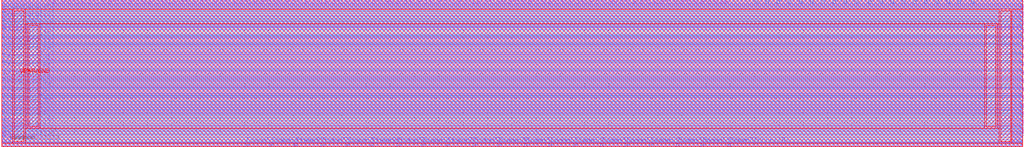
<source format=lef>
##
## LEF for PtnCells ;
## created by Innovus v15.20-p005_1 on Fri Jun 18 01:26:46 2021
##

VERSION 5.7 ;

BUSBITCHARS "[]" ;
DIVIDERCHAR "/" ;

MACRO S_term_DSP
  CLASS BLOCK ;
  SIZE 210.2200 BY 30.2600 ;
  FOREIGN S_term_DSP 0.0000 0.0000 ;
  ORIGIN 0 0 ;
  SYMMETRY X Y R90 ;
  PIN N1BEG[3]
    DIRECTION OUTPUT ;
    USE SIGNAL ;
    ANTENNAPARTIALMETALAREA 0.96135 LAYER li1  ;
    ANTENNAPARTIALMETALSIDEAREA 1.131 LAYER li1  ;
    ANTENNAPARTIALCUTAREA 0.0289 LAYER mcon  ;
    ANTENNAPARTIALMETALAREA 0.0832 LAYER met1  ;
    ANTENNAPARTIALMETALSIDEAREA 0.406 LAYER met1  ;
    ANTENNAPARTIALCUTAREA 0.0225 LAYER via  ;
    ANTENNADIFFAREA 0.4455 LAYER met2  ;
    ANTENNAPARTIALMETALAREA 1.3856 LAYER met2  ;
    ANTENNAPARTIALMETALSIDEAREA 6.692 LAYER met2  ;
    PORT
      LAYER li1 ;
        RECT 13.8400 29.5400 14.2200 30.2600 ;
    END
  END N1BEG[3]
  PIN N1BEG[2]
    DIRECTION OUTPUT ;
    USE SIGNAL ;
    ANTENNAPARTIALMETALAREA 0.96135 LAYER li1  ;
    ANTENNAPARTIALMETALSIDEAREA 1.131 LAYER li1  ;
    ANTENNAPARTIALCUTAREA 0.0289 LAYER mcon  ;
    ANTENNAPARTIALMETALAREA 0.0832 LAYER met1  ;
    ANTENNAPARTIALMETALSIDEAREA 0.406 LAYER met1  ;
    ANTENNAPARTIALCUTAREA 0.0225 LAYER via  ;
    ANTENNADIFFAREA 0.4455 LAYER met2  ;
    ANTENNAPARTIALMETALAREA 0.8356 LAYER met2  ;
    ANTENNAPARTIALMETALSIDEAREA 4.06 LAYER met2  ;
    PORT
      LAYER li1 ;
        RECT 12.4600 29.5400 12.8400 30.2600 ;
    END
  END N1BEG[2]
  PIN N1BEG[1]
    DIRECTION OUTPUT ;
    USE SIGNAL ;
    ANTENNAPARTIALMETALAREA 0.96135 LAYER li1  ;
    ANTENNAPARTIALMETALSIDEAREA 1.131 LAYER li1  ;
    ANTENNAPARTIALCUTAREA 0.0289 LAYER mcon  ;
    ANTENNAPARTIALMETALAREA 0.0832 LAYER met1  ;
    ANTENNAPARTIALMETALSIDEAREA 0.406 LAYER met1  ;
    ANTENNAPARTIALCUTAREA 0.0225 LAYER via  ;
    ANTENNAPARTIALMETALAREA 1.2753 LAYER met2  ;
    ANTENNAPARTIALMETALSIDEAREA 6.2055 LAYER met2  ;
    ANTENNAPARTIALCUTAREA 0.04 LAYER via2  ;
    ANTENNAPARTIALMETALAREA 15.556 LAYER met3  ;
    ANTENNAPARTIALMETALSIDEAREA 83.432 LAYER met3  ;
    ANTENNAPARTIALCUTAREA 0.04 LAYER via3  ;
    ANTENNADIFFAREA 0.4455 LAYER met4  ;
    ANTENNAPARTIALMETALAREA 2.4654 LAYER met4  ;
    ANTENNAPARTIALMETALSIDEAREA 14.56 LAYER met4  ;
    PORT
      LAYER li1 ;
        RECT 11.0800 29.5400 11.4600 30.2600 ;
    END
  END N1BEG[1]
  PIN N1BEG[0]
    DIRECTION OUTPUT ;
    USE SIGNAL ;
    ANTENNAPARTIALCUTAREA 0.0289 LAYER mcon  ;
    ANTENNAPARTIALMETALAREA 1.9104 LAYER met1  ;
    ANTENNAPARTIALMETALSIDEAREA 9.4745 LAYER met1  ;
    ANTENNAPARTIALCUTAREA 0.0225 LAYER via  ;
    ANTENNADIFFAREA 0.4455 LAYER met2  ;
    ANTENNAPARTIALMETALAREA 3.1204 LAYER met2  ;
    ANTENNAPARTIALMETALSIDEAREA 15.484 LAYER met2  ;
    PORT
      LAYER li1 ;
        RECT 10.1600 29.5400 10.5400 30.2600 ;
    END
  END N1BEG[0]
  PIN N2BEG[7]
    DIRECTION OUTPUT ;
    USE SIGNAL ;
    ANTENNAPARTIALMETALAREA 0.20995 LAYER li1  ;
    ANTENNAPARTIALMETALSIDEAREA 0.247 LAYER li1  ;
    ANTENNAPARTIALCUTAREA 0.0289 LAYER mcon  ;
    ANTENNAPARTIALMETALAREA 1.0088 LAYER met1  ;
    ANTENNAPARTIALMETALSIDEAREA 4.9665 LAYER met1  ;
    ANTENNAPARTIALCUTAREA 0.0225 LAYER via  ;
    ANTENNADIFFAREA 0.4455 LAYER met2  ;
    ANTENNAPARTIALMETALAREA 2.3404 LAYER met2  ;
    ANTENNAPARTIALMETALSIDEAREA 11.466 LAYER met2  ;
    PORT
      LAYER li1 ;
        RECT 24.8800 29.5400 25.2600 30.2600 ;
    END
  END N2BEG[7]
  PIN N2BEG[6]
    DIRECTION OUTPUT ;
    USE SIGNAL ;
    ANTENNAPARTIALCUTAREA 0.0289 LAYER mcon  ;
    ANTENNAPARTIALMETALAREA 0.6868 LAYER met1  ;
    ANTENNAPARTIALMETALSIDEAREA 3.3565 LAYER met1  ;
    ANTENNAPARTIALCUTAREA 0.0225 LAYER via  ;
    ANTENNADIFFAREA 0.4455 LAYER met2  ;
    ANTENNAPARTIALMETALAREA 5.5604 LAYER met2  ;
    ANTENNAPARTIALMETALSIDEAREA 27.566 LAYER met2  ;
    PORT
      LAYER li1 ;
        RECT 23.5000 29.5400 23.8800 30.2600 ;
    END
  END N2BEG[6]
  PIN N2BEG[5]
    DIRECTION OUTPUT ;
    USE SIGNAL ;
    ANTENNAPARTIALMETALAREA 0.44115 LAYER li1  ;
    ANTENNAPARTIALMETALSIDEAREA 0.519 LAYER li1  ;
    ANTENNAPARTIALCUTAREA 0.0289 LAYER mcon  ;
    ANTENNAPARTIALMETALAREA 1.3308 LAYER met1  ;
    ANTENNAPARTIALMETALSIDEAREA 6.5765 LAYER met1  ;
    ANTENNAPARTIALCUTAREA 0.0225 LAYER via  ;
    ANTENNADIFFAREA 0.4455 LAYER met2  ;
    ANTENNAPARTIALMETALAREA 2.202 LAYER met2  ;
    ANTENNAPARTIALMETALSIDEAREA 10.892 LAYER met2  ;
    PORT
      LAYER li1 ;
        RECT 22.1200 29.5400 22.5000 30.2600 ;
    END
  END N2BEG[5]
  PIN N2BEG[4]
    DIRECTION OUTPUT ;
    USE SIGNAL ;
    ANTENNAPARTIALMETALAREA 0.09435 LAYER li1  ;
    ANTENNAPARTIALMETALSIDEAREA 0.111 LAYER li1  ;
    ANTENNAPARTIALCUTAREA 0.0289 LAYER mcon  ;
    ANTENNAPARTIALMETALAREA 1.7816 LAYER met1  ;
    ANTENNAPARTIALMETALSIDEAREA 8.8305 LAYER met1  ;
    ANTENNAPARTIALCUTAREA 0.0225 LAYER via  ;
    ANTENNAPARTIALMETALAREA 1.4769 LAYER met2  ;
    ANTENNAPARTIALMETALSIDEAREA 7.2135 LAYER met2  ;
    ANTENNAPARTIALCUTAREA 0.04 LAYER via2  ;
    ANTENNAPARTIALMETALAREA 10.519 LAYER met3  ;
    ANTENNAPARTIALMETALSIDEAREA 56.568 LAYER met3  ;
    ANTENNAPARTIALCUTAREA 0.04 LAYER via3  ;
    ANTENNADIFFAREA 0.4455 LAYER met4  ;
    ANTENNAPARTIALMETALAREA 14.9784 LAYER met4  ;
    ANTENNAPARTIALMETALSIDEAREA 81.296 LAYER met4  ;
    PORT
      LAYER li1 ;
        RECT 20.7400 29.5400 21.1200 30.2600 ;
    END
  END N2BEG[4]
  PIN N2BEG[3]
    DIRECTION OUTPUT ;
    USE SIGNAL ;
    ANTENNAPARTIALMETALAREA 0.84575 LAYER li1  ;
    ANTENNAPARTIALMETALSIDEAREA 0.995 LAYER li1  ;
    ANTENNAPARTIALCUTAREA 0.0289 LAYER mcon  ;
    ANTENNAPARTIALMETALAREA 2.5376 LAYER met1  ;
    ANTENNAPARTIALMETALSIDEAREA 12.6105 LAYER met1  ;
    ANTENNAPARTIALCUTAREA 0.0225 LAYER via  ;
    ANTENNAPARTIALMETALAREA 2.6949 LAYER met2  ;
    ANTENNAPARTIALMETALSIDEAREA 13.3035 LAYER met2  ;
    ANTENNAPARTIALCUTAREA 0.04 LAYER via2  ;
    ANTENNADIFFAREA 0.4455 LAYER met3  ;
    ANTENNAPARTIALMETALAREA 18.9318 LAYER met3  ;
    ANTENNAPARTIALMETALSIDEAREA 101.44 LAYER met3  ;
    PORT
      LAYER li1 ;
        RECT 19.3600 29.5400 19.7400 30.2600 ;
    END
  END N2BEG[3]
  PIN N2BEG[2]
    DIRECTION OUTPUT ;
    USE SIGNAL ;
    ANTENNAPARTIALMETALAREA 0.84575 LAYER li1  ;
    ANTENNAPARTIALMETALSIDEAREA 0.995 LAYER li1  ;
    ANTENNAPARTIALCUTAREA 0.0289 LAYER mcon  ;
    ANTENNAPARTIALMETALAREA 0.0832 LAYER met1  ;
    ANTENNAPARTIALMETALSIDEAREA 0.406 LAYER met1  ;
    ANTENNAPARTIALCUTAREA 0.0225 LAYER via  ;
    ANTENNAPARTIALMETALAREA 1.7975 LAYER met2  ;
    ANTENNAPARTIALMETALSIDEAREA 8.8165 LAYER met2  ;
    ANTENNAPARTIALCUTAREA 0.04 LAYER via2  ;
    ANTENNADIFFAREA 0.4455 LAYER met3  ;
    ANTENNAPARTIALMETALAREA 29.3556 LAYER met3  ;
    ANTENNAPARTIALMETALSIDEAREA 157.504 LAYER met3  ;
    PORT
      LAYER li1 ;
        RECT 17.9800 29.5400 18.3600 30.2600 ;
    END
  END N2BEG[2]
  PIN N2BEG[1]
    DIRECTION OUTPUT ;
    USE SIGNAL ;
    ANTENNAPARTIALMETALAREA 0.20995 LAYER li1  ;
    ANTENNAPARTIALMETALSIDEAREA 0.247 LAYER li1  ;
    ANTENNAPARTIALCUTAREA 0.0289 LAYER mcon  ;
    ANTENNAPARTIALMETALAREA 1.2972 LAYER met1  ;
    ANTENNAPARTIALMETALSIDEAREA 6.4085 LAYER met1  ;
    ANTENNAPARTIALCUTAREA 0.0225 LAYER via  ;
    ANTENNADIFFAREA 0.4455 LAYER met2  ;
    ANTENNAPARTIALMETALAREA 4.908 LAYER met2  ;
    ANTENNAPARTIALMETALSIDEAREA 24.304 LAYER met2  ;
    PORT
      LAYER li1 ;
        RECT 16.6000 29.5400 16.9800 30.2600 ;
    END
  END N2BEG[1]
  PIN N2BEG[0]
    DIRECTION OUTPUT ;
    USE SIGNAL ;
    ANTENNAPARTIALMETALAREA 0.96135 LAYER li1  ;
    ANTENNAPARTIALMETALSIDEAREA 1.131 LAYER li1  ;
    ANTENNAPARTIALCUTAREA 0.0289 LAYER mcon  ;
    ANTENNAPARTIALMETALAREA 1.9748 LAYER met1  ;
    ANTENNAPARTIALMETALSIDEAREA 9.7965 LAYER met1  ;
    ANTENNAPARTIALCUTAREA 0.0225 LAYER via  ;
    ANTENNADIFFAREA 0.4455 LAYER met2  ;
    ANTENNAPARTIALMETALAREA 1.6712 LAYER met2  ;
    ANTENNAPARTIALMETALSIDEAREA 8.12 LAYER met2  ;
    PORT
      LAYER li1 ;
        RECT 15.2200 29.5400 15.6000 30.2600 ;
    END
  END N2BEG[0]
  PIN N2BEGb[7]
    DIRECTION OUTPUT ;
    USE SIGNAL ;
    ANTENNAPARTIALMETALAREA 0.44115 LAYER li1  ;
    ANTENNAPARTIALMETALSIDEAREA 0.519 LAYER li1  ;
    ANTENNAPARTIALCUTAREA 0.0289 LAYER mcon  ;
    ANTENNAPARTIALMETALAREA 3.5848 LAYER met1  ;
    ANTENNAPARTIALMETALSIDEAREA 17.8465 LAYER met1  ;
    ANTENNAPARTIALCUTAREA 0.0225 LAYER via  ;
    ANTENNAPARTIALMETALAREA 2.5953 LAYER met2  ;
    ANTENNAPARTIALMETALSIDEAREA 12.6875 LAYER met2  ;
    ANTENNAPARTIALCUTAREA 0.04 LAYER via2  ;
    ANTENNAPARTIALMETALAREA 0.262 LAYER met3  ;
    ANTENNAPARTIALMETALSIDEAREA 1.864 LAYER met3  ;
    ANTENNAPARTIALCUTAREA 0.04 LAYER via3  ;
    ANTENNADIFFAREA 0.4455 LAYER met4  ;
    ANTENNAPARTIALMETALAREA 10.3866 LAYER met4  ;
    ANTENNAPARTIALMETALSIDEAREA 56.336 LAYER met4  ;
    PORT
      LAYER li1 ;
        RECT 35.4600 29.5400 35.8400 30.2600 ;
    END
  END N2BEGb[7]
  PIN N2BEGb[6]
    DIRECTION OUTPUT ;
    USE SIGNAL ;
    ANTENNAPARTIALMETALAREA 0.09435 LAYER li1  ;
    ANTENNAPARTIALMETALSIDEAREA 0.111 LAYER li1  ;
    ANTENNAPARTIALCUTAREA 0.0289 LAYER mcon  ;
    ANTENNAPARTIALMETALAREA 1.4904 LAYER met1  ;
    ANTENNAPARTIALMETALSIDEAREA 7.3745 LAYER met1  ;
    ANTENNAPARTIALCUTAREA 0.0225 LAYER via  ;
    ANTENNADIFFAREA 0.4455 LAYER met2  ;
    ANTENNAPARTIALMETALAREA 2.5016 LAYER met2  ;
    ANTENNAPARTIALMETALSIDEAREA 12.39 LAYER met2  ;
    PORT
      LAYER li1 ;
        RECT 34.0800 29.5400 34.4600 30.2600 ;
    END
  END N2BEGb[6]
  PIN N2BEGb[5]
    DIRECTION OUTPUT ;
    USE SIGNAL ;
    ANTENNAPARTIALMETALAREA 0.96135 LAYER li1  ;
    ANTENNAPARTIALMETALSIDEAREA 1.131 LAYER li1  ;
    ANTENNAPARTIALCUTAREA 0.0289 LAYER mcon  ;
    ANTENNAPARTIALMETALAREA 9.3472 LAYER met1  ;
    ANTENNAPARTIALMETALSIDEAREA 46.6585 LAYER met1  ;
    ANTENNAPARTIALCUTAREA 0.0225 LAYER via  ;
    ANTENNADIFFAREA 0.4455 LAYER met2  ;
    ANTENNAPARTIALMETALAREA 0.6452 LAYER met2  ;
    ANTENNAPARTIALMETALSIDEAREA 3.108 LAYER met2  ;
    PORT
      LAYER li1 ;
        RECT 33.1600 29.5400 33.5400 30.2600 ;
    END
  END N2BEGb[5]
  PIN N2BEGb[4]
    DIRECTION OUTPUT ;
    USE SIGNAL ;
    ANTENNAPARTIALMETALAREA 0.20995 LAYER li1  ;
    ANTENNAPARTIALMETALSIDEAREA 0.247 LAYER li1  ;
    ANTENNAPARTIALCUTAREA 0.0289 LAYER mcon  ;
    ANTENNAPARTIALMETALAREA 13.2872 LAYER met1  ;
    ANTENNAPARTIALMETALSIDEAREA 66.3215 LAYER met1  ;
    ANTENNAPARTIALCUTAREA 0.0225 LAYER via  ;
    ANTENNADIFFAREA 0.4455 LAYER met2  ;
    ANTENNAPARTIALMETALAREA 2.202 LAYER met2  ;
    ANTENNAPARTIALMETALSIDEAREA 10.892 LAYER met2  ;
    PORT
      LAYER li1 ;
        RECT 31.7800 29.5400 32.1600 30.2600 ;
    END
  END N2BEGb[4]
  PIN N2BEGb[3]
    DIRECTION OUTPUT ;
    USE SIGNAL ;
    ANTENNAPARTIALCUTAREA 0.0289 LAYER mcon  ;
    ANTENNAPARTIALMETALAREA 1.8768 LAYER met1  ;
    ANTENNAPARTIALMETALSIDEAREA 9.3065 LAYER met1  ;
    ANTENNAPARTIALCUTAREA 0.0225 LAYER via  ;
    ANTENNAPARTIALMETALAREA 1.3593 LAYER met2  ;
    ANTENNAPARTIALMETALSIDEAREA 6.6255 LAYER met2  ;
    ANTENNAPARTIALCUTAREA 0.04 LAYER via2  ;
    ANTENNAPARTIALMETALAREA 4.102 LAYER met3  ;
    ANTENNAPARTIALMETALSIDEAREA 22.344 LAYER met3  ;
    ANTENNAPARTIALCUTAREA 0.04 LAYER via3  ;
    ANTENNADIFFAREA 0.4455 LAYER met4  ;
    ANTENNAPARTIALMETALAREA 1.9566 LAYER met4  ;
    ANTENNAPARTIALMETALSIDEAREA 11.376 LAYER met4  ;
    PORT
      LAYER li1 ;
        RECT 30.4000 29.5400 30.7800 30.2600 ;
    END
  END N2BEGb[3]
  PIN N2BEGb[2]
    DIRECTION OUTPUT ;
    USE SIGNAL ;
    ANTENNAPARTIALMETALAREA 0.90355 LAYER li1  ;
    ANTENNAPARTIALMETALSIDEAREA 1.063 LAYER li1  ;
    ANTENNAPARTIALCUTAREA 0.0289 LAYER mcon  ;
    ANTENNAPARTIALMETALAREA 12.1164 LAYER met1  ;
    ANTENNAPARTIALMETALSIDEAREA 60.5045 LAYER met1  ;
    ANTENNAPARTIALCUTAREA 0.0225 LAYER via  ;
    ANTENNADIFFAREA 0.4455 LAYER met2  ;
    ANTENNAPARTIALMETALAREA 1.2808 LAYER met2  ;
    ANTENNAPARTIALMETALSIDEAREA 6.286 LAYER met2  ;
    PORT
      LAYER li1 ;
        RECT 29.0200 29.5400 29.4000 30.2600 ;
    END
  END N2BEGb[2]
  PIN N2BEGb[1]
    DIRECTION OUTPUT ;
    USE SIGNAL ;
    ANTENNAPARTIALMETALAREA 0.61455 LAYER li1  ;
    ANTENNAPARTIALMETALSIDEAREA 0.723 LAYER li1  ;
    ANTENNAPARTIALCUTAREA 0.0289 LAYER mcon  ;
    ANTENNAPARTIALMETALAREA 1.202 LAYER met1  ;
    ANTENNAPARTIALMETALSIDEAREA 5.9325 LAYER met1  ;
    ANTENNAPARTIALCUTAREA 0.0225 LAYER via  ;
    ANTENNADIFFAREA 0.4455 LAYER met2  ;
    ANTENNAPARTIALMETALAREA 1.8688 LAYER met2  ;
    ANTENNAPARTIALMETALSIDEAREA 9.226 LAYER met2  ;
    PORT
      LAYER li1 ;
        RECT 27.6400 29.5400 28.0200 30.2600 ;
    END
  END N2BEGb[1]
  PIN N2BEGb[0]
    DIRECTION OUTPUT ;
    USE SIGNAL ;
    ANTENNAPARTIALCUTAREA 0.0289 LAYER mcon  ;
    ANTENNAPARTIALMETALAREA 0.6224 LAYER met1  ;
    ANTENNAPARTIALMETALSIDEAREA 3.0345 LAYER met1  ;
    ANTENNAPARTIALCUTAREA 0.0225 LAYER via  ;
    ANTENNADIFFAREA 0.4455 LAYER met2  ;
    ANTENNAPARTIALMETALAREA 3.8328 LAYER met2  ;
    ANTENNAPARTIALMETALSIDEAREA 18.928 LAYER met2  ;
    PORT
      LAYER li1 ;
        RECT 26.2600 29.5400 26.6400 30.2600 ;
    END
  END N2BEGb[0]
  PIN N4BEG[15]
    DIRECTION OUTPUT ;
    USE SIGNAL ;
    ANTENNAPARTIALMETALAREA 1.42375 LAYER li1  ;
    ANTENNAPARTIALMETALSIDEAREA 1.675 LAYER li1  ;
    ANTENNAPARTIALCUTAREA 0.0289 LAYER mcon  ;
    ANTENNAPARTIALMETALAREA 6.6116 LAYER met1  ;
    ANTENNAPARTIALMETALSIDEAREA 32.9805 LAYER met1  ;
    ANTENNAPARTIALCUTAREA 0.0225 LAYER via  ;
    ANTENNADIFFAREA 0.4455 LAYER met2  ;
    ANTENNAPARTIALMETALAREA 0.2644 LAYER met2  ;
    ANTENNAPARTIALMETALSIDEAREA 1.204 LAYER met2  ;
    PORT
      LAYER li1 ;
        RECT 57.0800 29.5400 57.4600 30.2600 ;
    END
  END N4BEG[15]
  PIN N4BEG[14]
    DIRECTION OUTPUT ;
    USE SIGNAL ;
    ANTENNAPARTIALMETALAREA 1.13475 LAYER li1  ;
    ANTENNAPARTIALMETALSIDEAREA 1.335 LAYER li1  ;
    ANTENNAPARTIALCUTAREA 0.0289 LAYER mcon  ;
    ANTENNAPARTIALMETALAREA 0.236 LAYER met1  ;
    ANTENNAPARTIALMETALSIDEAREA 1.1025 LAYER met1  ;
    ANTENNAPARTIALCUTAREA 0.0225 LAYER via  ;
    ANTENNADIFFAREA 0.4455 LAYER met2  ;
    ANTENNAPARTIALMETALAREA 4.4852 LAYER met2  ;
    ANTENNAPARTIALMETALSIDEAREA 22.19 LAYER met2  ;
    PORT
      LAYER li1 ;
        RECT 56.1600 29.5400 56.5400 30.2600 ;
    END
  END N4BEG[14]
  PIN N4BEG[13]
    DIRECTION OUTPUT ;
    USE SIGNAL ;
    ANTENNAPARTIALMETALAREA 1.36595 LAYER li1  ;
    ANTENNAPARTIALMETALSIDEAREA 1.607 LAYER li1  ;
    ANTENNAPARTIALCUTAREA 0.0289 LAYER mcon  ;
    ANTENNAPARTIALMETALAREA 12.584 LAYER met1  ;
    ANTENNAPARTIALMETALSIDEAREA 62.8425 LAYER met1  ;
    ANTENNAPARTIALCUTAREA 0.0225 LAYER via  ;
    ANTENNADIFFAREA 0.4455 LAYER met2  ;
    ANTENNAPARTIALMETALAREA 1.5188 LAYER met2  ;
    ANTENNAPARTIALMETALSIDEAREA 7.476 LAYER met2  ;
    PORT
      LAYER li1 ;
        RECT 54.7800 29.5400 55.1600 30.2600 ;
    END
  END N4BEG[13]
  PIN N4BEG[12]
    DIRECTION OUTPUT ;
    USE SIGNAL ;
    ANTENNAPARTIALMETALAREA 0.61455 LAYER li1  ;
    ANTENNAPARTIALMETALSIDEAREA 0.723 LAYER li1  ;
    ANTENNAPARTIALCUTAREA 0.0289 LAYER mcon  ;
    ANTENNAPARTIALMETALAREA 2.1036 LAYER met1  ;
    ANTENNAPARTIALMETALSIDEAREA 10.4405 LAYER met1  ;
    ANTENNAPARTIALCUTAREA 0.0225 LAYER via  ;
    ANTENNADIFFAREA 0.4455 LAYER met2  ;
    ANTENNAPARTIALMETALAREA 2.7044 LAYER met2  ;
    ANTENNAPARTIALMETALSIDEAREA 13.286 LAYER met2  ;
    PORT
      LAYER li1 ;
        RECT 53.4000 29.5400 53.7800 30.2600 ;
    END
  END N4BEG[12]
  PIN N4BEG[11]
    DIRECTION OUTPUT ;
    USE SIGNAL ;
    ANTENNAPARTIALMETALAREA 0.61455 LAYER li1  ;
    ANTENNAPARTIALMETALSIDEAREA 0.723 LAYER li1  ;
    ANTENNAPARTIALCUTAREA 0.0289 LAYER mcon  ;
    ANTENNAPARTIALMETALAREA 0.0832 LAYER met1  ;
    ANTENNAPARTIALMETALSIDEAREA 0.406 LAYER met1  ;
    ANTENNAPARTIALCUTAREA 0.0225 LAYER via  ;
    ANTENNADIFFAREA 0.4455 LAYER met2  ;
    ANTENNAPARTIALMETALAREA 4.0512 LAYER met2  ;
    ANTENNAPARTIALMETALSIDEAREA 20.02 LAYER met2  ;
    PORT
      LAYER li1 ;
        RECT 52.0200 29.5400 52.4000 30.2600 ;
    END
  END N4BEG[11]
  PIN N4BEG[10]
    DIRECTION OUTPUT ;
    USE SIGNAL ;
    ANTENNAPARTIALMETALAREA 0.11815 LAYER li1  ;
    ANTENNAPARTIALMETALSIDEAREA 0.139 LAYER li1  ;
    ANTENNAPARTIALCUTAREA 0.0289 LAYER mcon  ;
    ANTENNAPARTIALMETALAREA 2.924 LAYER met1  ;
    ANTENNAPARTIALMETALSIDEAREA 14.5425 LAYER met1  ;
    ANTENNAPARTIALCUTAREA 0.0225 LAYER via  ;
    ANTENNAPARTIALMETALAREA 0.2043 LAYER met2  ;
    ANTENNAPARTIALMETALSIDEAREA 0.8505 LAYER met2  ;
    ANTENNAPARTIALCUTAREA 0.04 LAYER via2  ;
    ANTENNAPARTIALMETALAREA 0.1249 LAYER met3  ;
    ANTENNAPARTIALMETALSIDEAREA 1.136 LAYER met3  ;
    ANTENNAPARTIALCUTAREA 0.04 LAYER via3  ;
    ANTENNADIFFAREA 0.4455 LAYER met4  ;
    ANTENNAPARTIALMETALAREA 6.5094 LAYER met4  ;
    ANTENNAPARTIALMETALSIDEAREA 36.128 LAYER met4  ;
    PORT
      LAYER li1 ;
        RECT 50.6400 29.5400 51.0200 30.2600 ;
    END
  END N4BEG[10]
  PIN N4BEG[9]
    DIRECTION OUTPUT ;
    USE SIGNAL ;
    ANTENNAPARTIALMETALAREA 1.42375 LAYER li1  ;
    ANTENNAPARTIALMETALSIDEAREA 1.675 LAYER li1  ;
    ANTENNAPARTIALCUTAREA 0.0289 LAYER mcon  ;
    ANTENNAPARTIALMETALAREA 0.0832 LAYER met1  ;
    ANTENNAPARTIALMETALSIDEAREA 0.406 LAYER met1  ;
    ANTENNAPARTIALCUTAREA 0.0225 LAYER via  ;
    ANTENNAPARTIALMETALAREA 6.1437 LAYER met2  ;
    ANTENNAPARTIALMETALSIDEAREA 30.0755 LAYER met2  ;
    ANTENNAPARTIALCUTAREA 0.04 LAYER via2  ;
    ANTENNADIFFAREA 0.4455 LAYER met3  ;
    ANTENNAPARTIALMETALAREA 0.9468 LAYER met3  ;
    ANTENNAPARTIALMETALSIDEAREA 5.52 LAYER met3  ;
    PORT
      LAYER li1 ;
        RECT 49.2600 29.5400 49.6400 30.2600 ;
    END
  END N4BEG[9]
  PIN N4BEG[8]
    DIRECTION OUTPUT ;
    USE SIGNAL ;
    ANTENNAPARTIALMETALAREA 0.06035 LAYER li1  ;
    ANTENNAPARTIALMETALSIDEAREA 0.071 LAYER li1  ;
    ANTENNAPARTIALCUTAREA 0.0289 LAYER mcon  ;
    ANTENNAPARTIALMETALAREA 10.862 LAYER met1  ;
    ANTENNAPARTIALMETALSIDEAREA 54.2325 LAYER met1  ;
    ANTENNAPARTIALCUTAREA 0.0225 LAYER via  ;
    ANTENNADIFFAREA 0.4455 LAYER met2  ;
    ANTENNAPARTIALMETALAREA 2.0548 LAYER met2  ;
    ANTENNAPARTIALMETALSIDEAREA 10.038 LAYER met2  ;
    PORT
      LAYER li1 ;
        RECT 47.8800 29.5400 48.2600 30.2600 ;
    END
  END N4BEG[8]
  PIN N4BEG[7]
    DIRECTION OUTPUT ;
    USE SIGNAL ;
    ANTENNAPARTIALMETALAREA 1.30815 LAYER li1  ;
    ANTENNAPARTIALMETALSIDEAREA 1.539 LAYER li1  ;
    ANTENNAPARTIALCUTAREA 0.0289 LAYER mcon  ;
    ANTENNAPARTIALMETALAREA 2.6496 LAYER met1  ;
    ANTENNAPARTIALMETALSIDEAREA 13.1705 LAYER met1  ;
    ANTENNAPARTIALCUTAREA 0.0225 LAYER via  ;
    ANTENNADIFFAREA 0.4455 LAYER met2  ;
    ANTENNAPARTIALMETALAREA 3.102 LAYER met2  ;
    ANTENNAPARTIALMETALSIDEAREA 15.274 LAYER met2  ;
    PORT
      LAYER li1 ;
        RECT 46.5000 29.5400 46.8800 30.2600 ;
    END
  END N4BEG[7]
  PIN N4BEG[6]
    DIRECTION OUTPUT ;
    USE SIGNAL ;
    ANTENNAPARTIALMETALAREA 0.78795 LAYER li1  ;
    ANTENNAPARTIALMETALSIDEAREA 0.927 LAYER li1  ;
    ANTENNAPARTIALCUTAREA 0.0289 LAYER mcon  ;
    ANTENNAPARTIALMETALAREA 9.6216 LAYER met1  ;
    ANTENNAPARTIALMETALSIDEAREA 48.0305 LAYER met1  ;
    ANTENNAPARTIALCUTAREA 0.0225 LAYER via  ;
    ANTENNADIFFAREA 0.4455 LAYER met2  ;
    ANTENNAPARTIALMETALAREA 0.7404 LAYER met2  ;
    ANTENNAPARTIALMETALSIDEAREA 3.584 LAYER met2  ;
    PORT
      LAYER li1 ;
        RECT 45.1200 29.5400 45.5000 30.2600 ;
    END
  END N4BEG[6]
  PIN N4BEG[5]
    DIRECTION OUTPUT ;
    USE SIGNAL ;
    ANTENNAPARTIALMETALAREA 1.13475 LAYER li1  ;
    ANTENNAPARTIALMETALSIDEAREA 1.335 LAYER li1  ;
    ANTENNAPARTIALCUTAREA 0.0289 LAYER mcon  ;
    ANTENNAPARTIALMETALAREA 1.7816 LAYER met1  ;
    ANTENNAPARTIALMETALSIDEAREA 8.8305 LAYER met1  ;
    ANTENNAPARTIALCUTAREA 0.0225 LAYER via  ;
    ANTENNAPARTIALMETALAREA 0.6929 LAYER met2  ;
    ANTENNAPARTIALMETALSIDEAREA 3.2935 LAYER met2  ;
    ANTENNAPARTIALCUTAREA 0.04 LAYER via2  ;
    ANTENNAPARTIALMETALAREA 7.507 LAYER met3  ;
    ANTENNAPARTIALMETALSIDEAREA 40.504 LAYER met3  ;
    ANTENNAPARTIALCUTAREA 0.04 LAYER via3  ;
    ANTENNADIFFAREA 0.4455 LAYER met4  ;
    ANTENNAPARTIALMETALAREA 2.0448 LAYER met4  ;
    ANTENNAPARTIALMETALSIDEAREA 11.376 LAYER met4  ;
    PORT
      LAYER li1 ;
        RECT 43.7400 29.5400 44.1200 30.2600 ;
    END
  END N4BEG[5]
  PIN N4BEG[4]
    DIRECTION OUTPUT ;
    USE SIGNAL ;
    ANTENNAPARTIALMETALAREA 1.42375 LAYER li1  ;
    ANTENNAPARTIALMETALSIDEAREA 1.675 LAYER li1  ;
    ANTENNAPARTIALCUTAREA 0.0289 LAYER mcon  ;
    ANTENNAPARTIALMETALAREA 0.782 LAYER met1  ;
    ANTENNAPARTIALMETALSIDEAREA 3.8325 LAYER met1  ;
    ANTENNAPARTIALCUTAREA 0.0225 LAYER via  ;
    ANTENNAPARTIALMETALAREA 1.5777 LAYER met2  ;
    ANTENNAPARTIALMETALSIDEAREA 7.7175 LAYER met2  ;
    ANTENNAPARTIALCUTAREA 0.04 LAYER via2  ;
    ANTENNAPARTIALMETALAREA 4.723 LAYER met3  ;
    ANTENNAPARTIALMETALSIDEAREA 25.656 LAYER met3  ;
    ANTENNAPARTIALCUTAREA 0.04 LAYER via3  ;
    ANTENNADIFFAREA 0.4455 LAYER met4  ;
    ANTENNAPARTIALMETALAREA 1.8378 LAYER met4  ;
    ANTENNAPARTIALMETALSIDEAREA 10.272 LAYER met4  ;
    PORT
      LAYER li1 ;
        RECT 42.3600 29.5400 42.7400 30.2600 ;
    END
  END N4BEG[4]
  PIN N4BEG[3]
    DIRECTION OUTPUT ;
    USE SIGNAL ;
    ANTENNAPARTIALMETALAREA 1.42375 LAYER li1  ;
    ANTENNAPARTIALMETALSIDEAREA 1.675 LAYER li1  ;
    ANTENNAPARTIALCUTAREA 0.0289 LAYER mcon  ;
    ANTENNAPARTIALMETALAREA 0.0832 LAYER met1  ;
    ANTENNAPARTIALMETALSIDEAREA 0.406 LAYER met1  ;
    ANTENNAPARTIALCUTAREA 0.0225 LAYER via  ;
    ANTENNADIFFAREA 0.4455 LAYER met2  ;
    ANTENNAPARTIALMETALAREA 0.9096 LAYER met2  ;
    ANTENNAPARTIALMETALSIDEAREA 4.312 LAYER met2  ;
    PORT
      LAYER li1 ;
        RECT 40.9800 29.5400 41.3600 30.2600 ;
    END
  END N4BEG[3]
  PIN N4BEG[2]
    DIRECTION OUTPUT ;
    USE SIGNAL ;
    ANTENNAPARTIALMETALAREA 1.01915 LAYER li1  ;
    ANTENNAPARTIALMETALSIDEAREA 1.199 LAYER li1  ;
    ANTENNAPARTIALCUTAREA 0.0289 LAYER mcon  ;
    ANTENNAPARTIALMETALAREA 12.9872 LAYER met1  ;
    ANTENNAPARTIALMETALSIDEAREA 64.8585 LAYER met1  ;
    ANTENNAPARTIALCUTAREA 0.0225 LAYER via  ;
    ANTENNADIFFAREA 0.4455 LAYER met2  ;
    ANTENNAPARTIALMETALAREA 1.74 LAYER met2  ;
    ANTENNAPARTIALMETALSIDEAREA 8.582 LAYER met2  ;
    PORT
      LAYER li1 ;
        RECT 39.6000 29.5400 39.9800 30.2600 ;
    END
  END N4BEG[2]
  PIN N4BEG[1]
    DIRECTION OUTPUT ;
    USE SIGNAL ;
    ANTENNAPARTIALMETALAREA 1.42375 LAYER li1  ;
    ANTENNAPARTIALMETALSIDEAREA 1.675 LAYER li1  ;
    ANTENNAPARTIALCUTAREA 0.0289 LAYER mcon  ;
    ANTENNAPARTIALMETALAREA 0.0832 LAYER met1  ;
    ANTENNAPARTIALMETALSIDEAREA 0.406 LAYER met1  ;
    ANTENNAPARTIALCUTAREA 0.0225 LAYER via  ;
    ANTENNADIFFAREA 0.4455 LAYER met2  ;
    ANTENNAPARTIALMETALAREA 2.5616 LAYER met2  ;
    ANTENNAPARTIALMETALSIDEAREA 12.572 LAYER met2  ;
    PORT
      LAYER li1 ;
        RECT 38.2200 29.5400 38.6000 30.2600 ;
    END
  END N4BEG[1]
  PIN N4BEG[0]
    DIRECTION OUTPUT ;
    USE SIGNAL ;
    ANTENNAPARTIALMETALAREA 0.20995 LAYER li1  ;
    ANTENNAPARTIALMETALSIDEAREA 0.247 LAYER li1  ;
    ANTENNAPARTIALCUTAREA 0.0289 LAYER mcon  ;
    ANTENNAPARTIALMETALAREA 2.714 LAYER met1  ;
    ANTENNAPARTIALMETALSIDEAREA 13.4925 LAYER met1  ;
    ANTENNAPARTIALCUTAREA 0.0225 LAYER via  ;
    ANTENNADIFFAREA 0.4455 LAYER met2  ;
    ANTENNAPARTIALMETALAREA 2.7872 LAYER met2  ;
    ANTENNAPARTIALMETALSIDEAREA 13.818 LAYER met2  ;
    PORT
      LAYER li1 ;
        RECT 36.8400 29.5400 37.2200 30.2600 ;
    END
  END N4BEG[0]
  PIN NN4BEG[15]
    DIRECTION OUTPUT ;
    USE SIGNAL ;
    ANTENNAPARTIALMETALAREA 1.44755 LAYER li1  ;
    ANTENNAPARTIALMETALSIDEAREA 1.703 LAYER li1  ;
    ANTENNAPARTIALCUTAREA 0.0289 LAYER mcon  ;
    ANTENNAPARTIALMETALAREA 0.3004 LAYER met1  ;
    ANTENNAPARTIALMETALSIDEAREA 1.4245 LAYER met1  ;
    ANTENNAPARTIALCUTAREA 0.0225 LAYER via  ;
    ANTENNAPARTIALMETALAREA 0.2785 LAYER met2  ;
    ANTENNAPARTIALMETALSIDEAREA 1.2215 LAYER met2  ;
    ANTENNAPARTIALCUTAREA 0.04 LAYER via2  ;
    ANTENNAPARTIALMETALAREA 2.377 LAYER met3  ;
    ANTENNAPARTIALMETALSIDEAREA 13.144 LAYER met3  ;
    ANTENNAPARTIALCUTAREA 0.04 LAYER via3  ;
    ANTENNADIFFAREA 0.4455 LAYER met4  ;
    ANTENNAPARTIALMETALAREA 2.7444 LAYER met4  ;
    ANTENNAPARTIALMETALSIDEAREA 16.048 LAYER met4  ;
    PORT
      LAYER li1 ;
        RECT 79.1600 29.5400 79.5400 30.2600 ;
    END
  END NN4BEG[15]
  PIN NN4BEG[14]
    DIRECTION OUTPUT ;
    USE SIGNAL ;
    ANTENNAPARTIALMETALAREA 2.18875 LAYER li1  ;
    ANTENNAPARTIALMETALSIDEAREA 2.575 LAYER li1  ;
    ANTENNAPARTIALCUTAREA 0.0289 LAYER mcon  ;
    ANTENNAPARTIALMETALAREA 0.1716 LAYER met1  ;
    ANTENNAPARTIALMETALSIDEAREA 0.7805 LAYER met1  ;
    ANTENNAPARTIALCUTAREA 0.0225 LAYER via  ;
    ANTENNAPARTIALMETALAREA 1.3677 LAYER met2  ;
    ANTENNAPARTIALMETALSIDEAREA 6.6675 LAYER met2  ;
    ANTENNAPARTIALCUTAREA 0.04 LAYER via2  ;
    ANTENNAPARTIALMETALAREA 4.264 LAYER met3  ;
    ANTENNAPARTIALMETALSIDEAREA 23.208 LAYER met3  ;
    ANTENNAPARTIALCUTAREA 0.04 LAYER via3  ;
    ANTENNADIFFAREA 0.4455 LAYER met4  ;
    ANTENNAPARTIALMETALAREA 1.8378 LAYER met4  ;
    ANTENNAPARTIALMETALSIDEAREA 10.272 LAYER met4  ;
    PORT
      LAYER li1 ;
        RECT 77.7800 29.5400 78.1600 30.2600 ;
    END
  END NN4BEG[14]
  PIN NN4BEG[13]
    DIRECTION OUTPUT ;
    USE SIGNAL ;
    ANTENNAPARTIALMETALAREA 0.63495 LAYER li1  ;
    ANTENNAPARTIALMETALSIDEAREA 0.747 LAYER li1  ;
    ANTENNAPARTIALCUTAREA 0.0289 LAYER mcon  ;
    ANTENNAPARTIALMETALAREA 0.0832 LAYER met1  ;
    ANTENNAPARTIALMETALSIDEAREA 0.406 LAYER met1  ;
    ANTENNAPARTIALCUTAREA 0.0225 LAYER via  ;
    ANTENNAPARTIALMETALAREA 0.5473 LAYER met2  ;
    ANTENNAPARTIALMETALSIDEAREA 2.5655 LAYER met2  ;
    ANTENNAPARTIALCUTAREA 0.04 LAYER via2  ;
    ANTENNAPARTIALMETALAREA 4.195 LAYER met3  ;
    ANTENNAPARTIALMETALSIDEAREA 22.84 LAYER met3  ;
    ANTENNAPARTIALCUTAREA 0.04 LAYER via3  ;
    ANTENNADIFFAREA 0.4455 LAYER met4  ;
    ANTENNAPARTIALMETALAREA 3.9456 LAYER met4  ;
    ANTENNAPARTIALMETALSIDEAREA 21.984 LAYER met4  ;
    PORT
      LAYER li1 ;
        RECT 76.4000 29.5400 76.7800 30.2600 ;
    END
  END NN4BEG[13]
  PIN NN4BEG[12]
    DIRECTION OUTPUT ;
    USE SIGNAL ;
    ANTENNAPARTIALMETALAREA 1.07695 LAYER li1  ;
    ANTENNAPARTIALMETALSIDEAREA 1.267 LAYER li1  ;
    ANTENNAPARTIALCUTAREA 0.0289 LAYER mcon  ;
    ANTENNAPARTIALMETALAREA 0.7512 LAYER met1  ;
    ANTENNAPARTIALMETALSIDEAREA 3.6785 LAYER met1  ;
    ANTENNAPARTIALCUTAREA 0.0225 LAYER via  ;
    ANTENNADIFFAREA 0.4455 LAYER met2  ;
    ANTENNAPARTIALMETALAREA 1.9568 LAYER met2  ;
    ANTENNAPARTIALMETALSIDEAREA 9.548 LAYER met2  ;
    PORT
      LAYER li1 ;
        RECT 75.0200 29.5400 75.4000 30.2600 ;
    END
  END NN4BEG[12]
  PIN NN4BEG[11]
    DIRECTION OUTPUT ;
    USE SIGNAL ;
    ANTENNAPARTIALMETALAREA 1.19255 LAYER li1  ;
    ANTENNAPARTIALMETALSIDEAREA 1.403 LAYER li1  ;
    ANTENNAPARTIALCUTAREA 0.0289 LAYER mcon  ;
    ANTENNAPARTIALMETALAREA 0.0832 LAYER met1  ;
    ANTENNAPARTIALMETALSIDEAREA 0.406 LAYER met1  ;
    ANTENNAPARTIALCUTAREA 0.0225 LAYER via  ;
    ANTENNADIFFAREA 0.4455 LAYER met2  ;
    ANTENNAPARTIALMETALAREA 0.8356 LAYER met2  ;
    ANTENNAPARTIALMETALSIDEAREA 4.06 LAYER met2  ;
    PORT
      LAYER li1 ;
        RECT 73.6400 29.5400 74.0200 30.2600 ;
    END
  END NN4BEG[11]
  PIN NN4BEG[10]
    DIRECTION OUTPUT ;
    USE SIGNAL ;
    ANTENNAPARTIALMETALAREA 0.78795 LAYER li1  ;
    ANTENNAPARTIALMETALSIDEAREA 0.927 LAYER li1  ;
    ANTENNAPARTIALCUTAREA 0.0289 LAYER mcon  ;
    ANTENNAPARTIALMETALAREA 0.558 LAYER met1  ;
    ANTENNAPARTIALMETALSIDEAREA 2.7125 LAYER met1  ;
    ANTENNAPARTIALCUTAREA 0.0225 LAYER via  ;
    ANTENNAPARTIALMETALAREA 1.2263 LAYER met2  ;
    ANTENNAPARTIALMETALSIDEAREA 5.9605 LAYER met2  ;
    ANTENNAPARTIALCUTAREA 0.04 LAYER via2  ;
    ANTENNAPARTIALMETALAREA 9.277 LAYER met3  ;
    ANTENNAPARTIALMETALSIDEAREA 49.944 LAYER met3  ;
    ANTENNAPARTIALCUTAREA 0.04 LAYER via3  ;
    ANTENNADIFFAREA 0.4455 LAYER met4  ;
    ANTENNAPARTIALMETALAREA 0.5328 LAYER met4  ;
    ANTENNAPARTIALMETALSIDEAREA 3.312 LAYER met4  ;
    PORT
      LAYER li1 ;
        RECT 72.2600 29.5400 72.6400 30.2600 ;
    END
  END NN4BEG[10]
  PIN NN4BEG[9]
    DIRECTION OUTPUT ;
    USE SIGNAL ;
    ANTENNAPARTIALMETALAREA 1.29115 LAYER li1  ;
    ANTENNAPARTIALMETALSIDEAREA 1.519 LAYER li1  ;
    ANTENNAPARTIALCUTAREA 0.0289 LAYER mcon  ;
    ANTENNAPARTIALMETALAREA 0.236 LAYER met1  ;
    ANTENNAPARTIALMETALSIDEAREA 1.1025 LAYER met1  ;
    ANTENNAPARTIALCUTAREA 0.0225 LAYER via  ;
    ANTENNADIFFAREA 0.4455 LAYER met2  ;
    ANTENNAPARTIALMETALAREA 2.1544 LAYER met2  ;
    ANTENNAPARTIALMETALSIDEAREA 10.654 LAYER met2  ;
    PORT
      LAYER li1 ;
        RECT 70.8800 29.5400 71.2600 30.2600 ;
    END
  END NN4BEG[9]
  PIN NN4BEG[8]
    DIRECTION OUTPUT ;
    USE SIGNAL ;
    ANTENNAPARTIALCUTAREA 0.0289 LAYER mcon  ;
    ANTENNAPARTIALMETALAREA 3.0052 LAYER met1  ;
    ANTENNAPARTIALMETALSIDEAREA 14.9485 LAYER met1  ;
    ANTENNAPARTIALCUTAREA 0.0225 LAYER via  ;
    ANTENNADIFFAREA 0.4455 LAYER met2  ;
    ANTENNAPARTIALMETALAREA 3.4284 LAYER met2  ;
    ANTENNAPARTIALMETALSIDEAREA 17.024 LAYER met2  ;
    PORT
      LAYER li1 ;
        RECT 69.5000 29.5400 69.8800 30.2600 ;
    END
  END NN4BEG[8]
  PIN NN4BEG[7]
    DIRECTION OUTPUT ;
    USE SIGNAL ;
    ANTENNAPARTIALMETALAREA 0.55675 LAYER li1  ;
    ANTENNAPARTIALMETALSIDEAREA 0.655 LAYER li1  ;
    ANTENNAPARTIALCUTAREA 0.0289 LAYER mcon  ;
    ANTENNAPARTIALMETALAREA 0.9444 LAYER met1  ;
    ANTENNAPARTIALMETALSIDEAREA 4.6445 LAYER met1  ;
    ANTENNAPARTIALCUTAREA 0.0225 LAYER via  ;
    ANTENNAPARTIALMETALAREA 1.0961 LAYER met2  ;
    ANTENNAPARTIALMETALSIDEAREA 5.3095 LAYER met2  ;
    ANTENNAPARTIALCUTAREA 0.04 LAYER via2  ;
    ANTENNADIFFAREA 0.4455 LAYER met3  ;
    ANTENNAPARTIALMETALAREA 15.0228 LAYER met3  ;
    ANTENNAPARTIALMETALSIDEAREA 80.592 LAYER met3  ;
    PORT
      LAYER li1 ;
        RECT 68.1200 29.5400 68.5000 30.2600 ;
    END
  END NN4BEG[7]
  PIN NN4BEG[6]
    DIRECTION OUTPUT ;
    USE SIGNAL ;
    ANTENNAPARTIALMETALAREA 0.67235 LAYER li1  ;
    ANTENNAPARTIALMETALSIDEAREA 0.791 LAYER li1  ;
    ANTENNAPARTIALCUTAREA 0.0289 LAYER mcon  ;
    ANTENNAPARTIALMETALAREA 2.7476 LAYER met1  ;
    ANTENNAPARTIALMETALSIDEAREA 13.6605 LAYER met1  ;
    ANTENNAPARTIALCUTAREA 0.0225 LAYER via  ;
    ANTENNADIFFAREA 0.4455 LAYER met2  ;
    ANTENNAPARTIALMETALAREA 0.8832 LAYER met2  ;
    ANTENNAPARTIALMETALSIDEAREA 4.298 LAYER met2  ;
    PORT
      LAYER li1 ;
        RECT 66.7400 29.5400 67.1200 30.2600 ;
    END
  END NN4BEG[6]
  PIN NN4BEG[5]
    DIRECTION OUTPUT ;
    USE SIGNAL ;
    ANTENNAPARTIALMETALAREA 0.09435 LAYER li1  ;
    ANTENNAPARTIALMETALSIDEAREA 0.111 LAYER li1  ;
    ANTENNAPARTIALCUTAREA 0.0289 LAYER mcon  ;
    ANTENNAPARTIALMETALAREA 2.2324 LAYER met1  ;
    ANTENNAPARTIALMETALSIDEAREA 11.0845 LAYER met1  ;
    ANTENNAPARTIALCUTAREA 0.0225 LAYER via  ;
    ANTENNADIFFAREA 0.4455 LAYER met2  ;
    ANTENNAPARTIALMETALAREA 2.9468 LAYER met2  ;
    ANTENNAPARTIALMETALSIDEAREA 14.616 LAYER met2  ;
    PORT
      LAYER li1 ;
        RECT 65.3600 29.5400 65.7400 30.2600 ;
    END
  END NN4BEG[5]
  PIN NN4BEG[4]
    DIRECTION OUTPUT ;
    USE SIGNAL ;
    ANTENNAPARTIALMETALAREA 1.13475 LAYER li1  ;
    ANTENNAPARTIALMETALSIDEAREA 1.335 LAYER li1  ;
    ANTENNAPARTIALCUTAREA 0.0289 LAYER mcon  ;
    ANTENNAPARTIALMETALAREA 0.8156 LAYER met1  ;
    ANTENNAPARTIALMETALSIDEAREA 4.0005 LAYER met1  ;
    ANTENNAPARTIALCUTAREA 0.0225 LAYER via  ;
    ANTENNAPARTIALMETALAREA 1.9445 LAYER met2  ;
    ANTENNAPARTIALMETALSIDEAREA 9.5515 LAYER met2  ;
    ANTENNAPARTIALCUTAREA 0.04 LAYER via2  ;
    ANTENNAPARTIALMETALAREA 3.574 LAYER met3  ;
    ANTENNAPARTIALMETALSIDEAREA 19.528 LAYER met3  ;
    ANTENNAPARTIALCUTAREA 0.04 LAYER via3  ;
    ANTENNADIFFAREA 0.4455 LAYER met4  ;
    ANTENNAPARTIALMETALAREA 6.8694 LAYER met4  ;
    ANTENNAPARTIALMETALSIDEAREA 38.048 LAYER met4  ;
    PORT
      LAYER li1 ;
        RECT 63.9800 29.5400 64.3600 30.2600 ;
    END
  END NN4BEG[4]
  PIN NN4BEG[3]
    DIRECTION OUTPUT ;
    USE SIGNAL ;
    ANTENNAPARTIALMETALAREA 1.13475 LAYER li1  ;
    ANTENNAPARTIALMETALSIDEAREA 1.335 LAYER li1  ;
    ANTENNAPARTIALCUTAREA 0.0289 LAYER mcon  ;
    ANTENNAPARTIALMETALAREA 0.0832 LAYER met1  ;
    ANTENNAPARTIALMETALSIDEAREA 0.406 LAYER met1  ;
    ANTENNAPARTIALCUTAREA 0.0225 LAYER via  ;
    ANTENNAPARTIALMETALAREA 1.1325 LAYER met2  ;
    ANTENNAPARTIALMETALSIDEAREA 5.4915 LAYER met2  ;
    ANTENNAPARTIALCUTAREA 0.04 LAYER via2  ;
    ANTENNAPARTIALMETALAREA 15.028 LAYER met3  ;
    ANTENNAPARTIALMETALSIDEAREA 80.616 LAYER met3  ;
    ANTENNAPARTIALCUTAREA 0.04 LAYER via3  ;
    ANTENNADIFFAREA 0.4455 LAYER met4  ;
    ANTENNAPARTIALMETALAREA 2.0916 LAYER met4  ;
    ANTENNAPARTIALMETALSIDEAREA 12.096 LAYER met4  ;
    PORT
      LAYER li1 ;
        RECT 62.6000 29.5400 62.9800 30.2600 ;
    END
  END NN4BEG[3]
  PIN NN4BEG[2]
    DIRECTION OUTPUT ;
    USE SIGNAL ;
    ANTENNAPARTIALMETALAREA 0.78795 LAYER li1  ;
    ANTENNAPARTIALMETALSIDEAREA 0.927 LAYER li1  ;
    ANTENNAPARTIALCUTAREA 0.0289 LAYER mcon  ;
    ANTENNAPARTIALMETALAREA 1.4596 LAYER met1  ;
    ANTENNAPARTIALMETALSIDEAREA 7.2205 LAYER met1  ;
    ANTENNAPARTIALCUTAREA 0.0225 LAYER via  ;
    ANTENNAPARTIALMETALAREA 1.0345 LAYER met2  ;
    ANTENNAPARTIALMETALSIDEAREA 5.0015 LAYER met2  ;
    ANTENNAPARTIALCUTAREA 0.04 LAYER via2  ;
    ANTENNAPARTIALMETALAREA 1.135 LAYER met3  ;
    ANTENNAPARTIALMETALSIDEAREA 6.52 LAYER met3  ;
    ANTENNAPARTIALCUTAREA 0.04 LAYER via3  ;
    ANTENNADIFFAREA 0.4455 LAYER met4  ;
    ANTENNAPARTIALMETALAREA 1.0656 LAYER met4  ;
    ANTENNAPARTIALMETALSIDEAREA 6.624 LAYER met4  ;
    PORT
      LAYER li1 ;
        RECT 61.2200 29.5400 61.6000 30.2600 ;
    END
  END NN4BEG[2]
  PIN NN4BEG[1]
    DIRECTION OUTPUT ;
    USE SIGNAL ;
    ANTENNAPARTIALMETALAREA 0.26775 LAYER li1  ;
    ANTENNAPARTIALMETALSIDEAREA 0.315 LAYER li1  ;
    ANTENNAPARTIALCUTAREA 0.0289 LAYER mcon  ;
    ANTENNAPARTIALMETALAREA 2.5376 LAYER met1  ;
    ANTENNAPARTIALMETALSIDEAREA 12.6105 LAYER met1  ;
    ANTENNAPARTIALCUTAREA 0.0225 LAYER via  ;
    ANTENNADIFFAREA 0.4455 LAYER met2  ;
    ANTENNAPARTIALMETALAREA 2.9844 LAYER met2  ;
    ANTENNAPARTIALMETALSIDEAREA 14.686 LAYER met2  ;
    PORT
      LAYER li1 ;
        RECT 59.8400 29.5400 60.2200 30.2600 ;
    END
  END NN4BEG[1]
  PIN NN4BEG[0]
    DIRECTION OUTPUT ;
    USE SIGNAL ;
    ANTENNAPARTIALMETALAREA 1.13475 LAYER li1  ;
    ANTENNAPARTIALMETALSIDEAREA 1.335 LAYER li1  ;
    ANTENNAPARTIALCUTAREA 0.0289 LAYER mcon  ;
    ANTENNAPARTIALMETALAREA 0.0832 LAYER met1  ;
    ANTENNAPARTIALMETALSIDEAREA 0.406 LAYER met1  ;
    ANTENNAPARTIALCUTAREA 0.0225 LAYER via  ;
    ANTENNADIFFAREA 0.4455 LAYER met2  ;
    ANTENNAPARTIALMETALAREA 0.8692 LAYER met2  ;
    ANTENNAPARTIALMETALSIDEAREA 4.228 LAYER met2  ;
    PORT
      LAYER li1 ;
        RECT 58.4600 29.5400 58.8400 30.2600 ;
    END
  END NN4BEG[0]
  PIN S1END[3]
    DIRECTION INPUT ;
    USE SIGNAL ;
    ANTENNAPARTIALMETALAREA 0.44115 LAYER li1  ;
    ANTENNAPARTIALMETALSIDEAREA 0.519 LAYER li1  ;
    ANTENNAPARTIALCUTAREA 0.0289 LAYER mcon  ;
    ANTENNAPARTIALMETALAREA 2.5544 LAYER met1  ;
    ANTENNAPARTIALMETALSIDEAREA 12.6945 LAYER met1  ;
    ANTENNAPARTIALCUTAREA 0.0225 LAYER via  ;
    ANTENNAPARTIALMETALAREA 2.692 LAYER met2  ;
    ANTENNAPARTIALMETALSIDEAREA 13.342 LAYER met2  ;
    ANTENNAMODEL OXIDE1 ;
    ANTENNAGATEAREA 0.159 LAYER met2  ;
    ANTENNAMAXAREACAR 18.8362 LAYER met2  ;
    ANTENNAMAXSIDEAREACAR 89.7327 LAYER met2  ;
    ANTENNAMAXCUTCAR 0.32327 LAYER via2  ;
    PORT
      LAYER li1 ;
        RECT 84.2200 29.5400 84.6000 30.2600 ;
    END
  END S1END[3]
  PIN S1END[2]
    DIRECTION INPUT ;
    USE SIGNAL ;
    ANTENNAPARTIALMETALAREA 1.13475 LAYER li1  ;
    ANTENNAPARTIALMETALSIDEAREA 1.335 LAYER li1  ;
    ANTENNAPARTIALCUTAREA 0.0289 LAYER mcon  ;
    ANTENNAPARTIALMETALAREA 0.0832 LAYER met1  ;
    ANTENNAPARTIALMETALSIDEAREA 0.406 LAYER met1  ;
    ANTENNAPARTIALCUTAREA 0.0225 LAYER via  ;
    ANTENNAPARTIALMETALAREA 0.6928 LAYER met2  ;
    ANTENNAPARTIALMETALSIDEAREA 3.346 LAYER met2  ;
    ANTENNAMODEL OXIDE1 ;
    ANTENNAGATEAREA 0.159 LAYER met2  ;
    ANTENNAMAXAREACAR 33.3393 LAYER met2  ;
    ANTENNAMAXSIDEAREACAR 157.833 LAYER met2  ;
    ANTENNAMAXCUTCAR 0.32327 LAYER via2  ;
    PORT
      LAYER li1 ;
        RECT 82.8400 29.5400 83.2200 30.2600 ;
    END
  END S1END[2]
  PIN S1END[1]
    DIRECTION INPUT ;
    USE SIGNAL ;
    ANTENNAPARTIALMETALAREA 0.78795 LAYER li1  ;
    ANTENNAPARTIALMETALSIDEAREA 0.927 LAYER li1  ;
    ANTENNAPARTIALCUTAREA 0.0289 LAYER mcon  ;
    ANTENNAPARTIALMETALAREA 0.6224 LAYER met1  ;
    ANTENNAPARTIALMETALSIDEAREA 3.0345 LAYER met1  ;
    ANTENNAPARTIALCUTAREA 0.0225 LAYER via  ;
    ANTENNAPARTIALMETALAREA 0.788 LAYER met2  ;
    ANTENNAPARTIALMETALSIDEAREA 3.822 LAYER met2  ;
    ANTENNAMODEL OXIDE1 ;
    ANTENNAGATEAREA 0.159 LAYER met2  ;
    ANTENNAMAXAREACAR 13.6865 LAYER met2  ;
    ANTENNAMAXSIDEAREACAR 59.5692 LAYER met2  ;
    ANTENNAMAXCUTCAR 0.32327 LAYER via2  ;
    PORT
      LAYER li1 ;
        RECT 81.4600 29.5400 81.8400 30.2600 ;
    END
  END S1END[1]
  PIN S1END[0]
    DIRECTION INPUT ;
    USE SIGNAL ;
    ANTENNAPARTIALMETALAREA 0.49895 LAYER li1  ;
    ANTENNAPARTIALMETALSIDEAREA 0.587 LAYER li1  ;
    ANTENNAPARTIALCUTAREA 0.0289 LAYER mcon  ;
    ANTENNAPARTIALMETALAREA 0.0832 LAYER met1  ;
    ANTENNAPARTIALMETALSIDEAREA 0.406 LAYER met1  ;
    ANTENNAPARTIALCUTAREA 0.0225 LAYER via  ;
    ANTENNAPARTIALMETALAREA 1.2428 LAYER met2  ;
    ANTENNAPARTIALMETALSIDEAREA 5.978 LAYER met2  ;
    ANTENNAMODEL OXIDE1 ;
    ANTENNAGATEAREA 0.159 LAYER met2  ;
    ANTENNAMAXAREACAR 9.16572 LAYER met2  ;
    ANTENNAMAXSIDEAREACAR 41.0629 LAYER met2  ;
    ANTENNAMAXCUTCAR 0.32327 LAYER via2  ;
    PORT
      LAYER li1 ;
        RECT 80.0800 29.5400 80.4600 30.2600 ;
    END
  END S1END[0]
  PIN S2MID[7]
    DIRECTION INPUT ;
    USE SIGNAL ;
    ANTENNAPARTIALMETALAREA 0.26775 LAYER li1  ;
    ANTENNAPARTIALMETALSIDEAREA 0.315 LAYER li1  ;
    ANTENNAPARTIALCUTAREA 0.0289 LAYER mcon  ;
    ANTENNAPARTIALMETALAREA 4.1 LAYER met1  ;
    ANTENNAPARTIALMETALSIDEAREA 20.4225 LAYER met1  ;
    ANTENNAPARTIALCUTAREA 0.0225 LAYER via  ;
    ANTENNAPARTIALMETALAREA 1.376 LAYER met2  ;
    ANTENNAPARTIALMETALSIDEAREA 6.762 LAYER met2  ;
    ANTENNAMODEL OXIDE1 ;
    ANTENNAGATEAREA 0.159 LAYER met2  ;
    ANTENNAMAXAREACAR 10.0035 LAYER met2  ;
    ANTENNAMAXSIDEAREACAR 45.9937 LAYER met2  ;
    ANTENNAMAXCUTCAR 0.32327 LAYER via2  ;
    PORT
      LAYER li1 ;
        RECT 105.8400 29.5400 106.2200 30.2600 ;
    END
  END S2MID[7]
  PIN S2MID[6]
    DIRECTION INPUT ;
    USE SIGNAL ;
    ANTENNAPARTIALMETALAREA 1.42375 LAYER li1  ;
    ANTENNAPARTIALMETALSIDEAREA 1.675 LAYER li1  ;
    ANTENNAPARTIALCUTAREA 0.0289 LAYER mcon  ;
    ANTENNAPARTIALMETALAREA 0.9444 LAYER met1  ;
    ANTENNAPARTIALMETALSIDEAREA 4.6445 LAYER met1  ;
    ANTENNAPARTIALCUTAREA 0.0225 LAYER via  ;
    ANTENNAPARTIALMETALAREA 1.8828 LAYER met2  ;
    ANTENNAPARTIALMETALSIDEAREA 9.296 LAYER met2  ;
    ANTENNAMODEL OXIDE1 ;
    ANTENNAGATEAREA 0.159 LAYER met2  ;
    ANTENNAMAXAREACAR 13.7469 LAYER met2  ;
    ANTENNAMAXSIDEAREACAR 64.2862 LAYER met2  ;
    ANTENNAMAXCUTCAR 0.32327 LAYER via2  ;
    PORT
      LAYER li1 ;
        RECT 104.4600 29.5400 104.8400 30.2600 ;
    END
  END S2MID[6]
  PIN S2MID[5]
    DIRECTION INPUT ;
    USE SIGNAL ;
    ANTENNAPARTIALMETALAREA 0.55675 LAYER li1  ;
    ANTENNAPARTIALMETALSIDEAREA 0.655 LAYER li1  ;
    ANTENNAPARTIALCUTAREA 0.0289 LAYER mcon  ;
    ANTENNAPARTIALMETALAREA 5.316 LAYER met1  ;
    ANTENNAPARTIALMETALSIDEAREA 26.4285 LAYER met1  ;
    ANTENNAPARTIALCUTAREA 0.0225 LAYER via  ;
    ANTENNAPARTIALMETALAREA 1.4068 LAYER met2  ;
    ANTENNAPARTIALMETALSIDEAREA 6.916 LAYER met2  ;
    ANTENNAMODEL OXIDE1 ;
    ANTENNAGATEAREA 0.159 LAYER met2  ;
    ANTENNAMAXAREACAR 14.7242 LAYER met2  ;
    ANTENNAMAXSIDEAREACAR 69.173 LAYER met2  ;
    ANTENNAMAXCUTCAR 0.32327 LAYER via2  ;
    PORT
      LAYER li1 ;
        RECT 103.0800 29.5400 103.4600 30.2600 ;
    END
  END S2MID[5]
  PIN S2MID[4]
    DIRECTION INPUT ;
    USE SIGNAL ;
    ANTENNAPARTIALMETALAREA 1.13475 LAYER li1  ;
    ANTENNAPARTIALMETALSIDEAREA 1.335 LAYER li1  ;
    ANTENNAPARTIALCUTAREA 0.0289 LAYER mcon  ;
    ANTENNAPARTIALMETALAREA 0.1716 LAYER met1  ;
    ANTENNAPARTIALMETALSIDEAREA 0.7805 LAYER met1  ;
    ANTENNAPARTIALCUTAREA 0.0225 LAYER via  ;
    ANTENNAPARTIALMETALAREA 2.202 LAYER met2  ;
    ANTENNAPARTIALMETALSIDEAREA 10.892 LAYER met2  ;
    ANTENNAMODEL OXIDE1 ;
    ANTENNAGATEAREA 0.159 LAYER met2  ;
    ANTENNAMAXAREACAR 18.2525 LAYER met2  ;
    ANTENNAMAXSIDEAREACAR 81.9088 LAYER met2  ;
    ANTENNAMAXCUTCAR 0.32327 LAYER via2  ;
    PORT
      LAYER li1 ;
        RECT 102.1600 29.5400 102.5400 30.2600 ;
    END
  END S2MID[4]
  PIN S2MID[3]
    DIRECTION INPUT ;
    USE SIGNAL ;
    ANTENNAPARTIALMETALAREA 0.38335 LAYER li1  ;
    ANTENNAPARTIALMETALSIDEAREA 0.451 LAYER li1  ;
    ANTENNAPARTIALCUTAREA 0.0289 LAYER mcon  ;
    ANTENNAPARTIALMETALAREA 4.064 LAYER met1  ;
    ANTENNAPARTIALMETALSIDEAREA 20.2055 LAYER met1  ;
    ANTENNAPARTIALCUTAREA 0.0225 LAYER via  ;
    ANTENNAPARTIALMETALAREA 2.5616 LAYER met2  ;
    ANTENNAPARTIALMETALSIDEAREA 12.572 LAYER met2  ;
    ANTENNAMODEL OXIDE1 ;
    ANTENNAGATEAREA 0.159 LAYER met2  ;
    ANTENNAMAXAREACAR 20.0412 LAYER met2  ;
    ANTENNAMAXSIDEAREACAR 95.0157 LAYER met2  ;
    ANTENNAMAXCUTCAR 0.32327 LAYER via2  ;
    PORT
      LAYER li1 ;
        RECT 100.7800 29.5400 101.1600 30.2600 ;
    END
  END S2MID[3]
  PIN S2MID[2]
    DIRECTION INPUT ;
    USE SIGNAL ;
    ANTENNAPARTIALMETALAREA 0.15215 LAYER li1  ;
    ANTENNAPARTIALMETALSIDEAREA 0.179 LAYER li1  ;
    ANTENNAPARTIALCUTAREA 0.0289 LAYER mcon  ;
    ANTENNAPARTIALMETALAREA 4.1308 LAYER met1  ;
    ANTENNAPARTIALMETALSIDEAREA 20.5765 LAYER met1  ;
    ANTENNAPARTIALCUTAREA 0.0225 LAYER via  ;
    ANTENNAPARTIALMETALAREA 2.2636 LAYER met2  ;
    ANTENNAPARTIALMETALSIDEAREA 11.2 LAYER met2  ;
    ANTENNAMODEL OXIDE1 ;
    ANTENNAGATEAREA 0.159 LAYER met2  ;
    ANTENNAMAXAREACAR 16.5469 LAYER met2  ;
    ANTENNAMAXSIDEAREACAR 78.2862 LAYER met2  ;
    ANTENNAMAXCUTCAR 0.32327 LAYER via2  ;
    PORT
      LAYER li1 ;
        RECT 99.4000 29.5400 99.7800 30.2600 ;
    END
  END S2MID[2]
  PIN S2MID[1]
    DIRECTION INPUT ;
    USE SIGNAL ;
    ANTENNAPARTIALMETALAREA 1.11775 LAYER li1  ;
    ANTENNAPARTIALMETALSIDEAREA 1.315 LAYER li1  ;
    ANTENNAPARTIALCUTAREA 0.0289 LAYER mcon  ;
    ANTENNAPARTIALMETALAREA 1.75 LAYER met1  ;
    ANTENNAPARTIALMETALSIDEAREA 8.666 LAYER met1  ;
    ANTENNAPARTIALCUTAREA 0.0225 LAYER via  ;
    ANTENNAPARTIALMETALAREA 2.3596 LAYER met2  ;
    ANTENNAPARTIALMETALSIDEAREA 11.326 LAYER met2  ;
    ANTENNAMODEL OXIDE1 ;
    ANTENNAGATEAREA 0.159 LAYER met2  ;
    ANTENNAMAXAREACAR 17.1506 LAYER met2  ;
    ANTENNAMAXSIDEAREACAR 79.0786 LAYER met2  ;
    ANTENNAMAXCUTCAR 0.32327 LAYER via2  ;
    PORT
      LAYER li1 ;
        RECT 98.0200 29.5400 98.4000 30.2600 ;
    END
  END S2MID[1]
  PIN S2MID[0]
    DIRECTION INPUT ;
    USE SIGNAL ;
    ANTENNAPARTIALMETALAREA 0.32555 LAYER li1  ;
    ANTENNAPARTIALMETALSIDEAREA 0.383 LAYER li1  ;
    ANTENNAPARTIALCUTAREA 0.0289 LAYER mcon  ;
    ANTENNAPARTIALMETALAREA 1.3592 LAYER met1  ;
    ANTENNAPARTIALMETALSIDEAREA 6.6815 LAYER met1  ;
    ANTENNAPARTIALCUTAREA 0.0225 LAYER via  ;
    ANTENNAPARTIALMETALAREA 2.2116 LAYER met2  ;
    ANTENNAPARTIALMETALSIDEAREA 10.822 LAYER met2  ;
    ANTENNAMODEL OXIDE1 ;
    ANTENNAGATEAREA 0.159 LAYER met2  ;
    ANTENNAMAXAREACAR 16.2198 LAYER met2  ;
    ANTENNAMAXSIDEAREACAR 75.9088 LAYER met2  ;
    ANTENNAMAXCUTCAR 0.32327 LAYER via2  ;
    PORT
      LAYER li1 ;
        RECT 96.6400 29.5400 97.0200 30.2600 ;
    END
  END S2MID[0]
  PIN S2END[7]
    DIRECTION INPUT ;
    USE SIGNAL ;
    ANTENNAPARTIALMETALAREA 0.67235 LAYER li1  ;
    ANTENNAPARTIALMETALSIDEAREA 0.791 LAYER li1  ;
    ANTENNAPARTIALCUTAREA 0.0289 LAYER mcon  ;
    ANTENNAPARTIALMETALAREA 0.0832 LAYER met1  ;
    ANTENNAPARTIALMETALSIDEAREA 0.406 LAYER met1  ;
    ANTENNAPARTIALCUTAREA 0.0225 LAYER via  ;
    ANTENNAPARTIALMETALAREA 2.5352 LAYER met2  ;
    ANTENNAPARTIALMETALSIDEAREA 12.558 LAYER met2  ;
    ANTENNAMODEL OXIDE1 ;
    ANTENNAGATEAREA 0.159 LAYER met2  ;
    ANTENNAMAXAREACAR 19.4097 LAYER met2  ;
    ANTENNAMAXSIDEAREACAR 88.1855 LAYER met2  ;
    ANTENNAMAXCUTCAR 0.32327 LAYER via2  ;
    PORT
      LAYER li1 ;
        RECT 95.2600 29.5400 95.6400 30.2600 ;
    END
  END S2END[7]
  PIN S2END[6]
    DIRECTION INPUT ;
    USE SIGNAL ;
    ANTENNAPARTIALMETALAREA 0.55675 LAYER li1  ;
    ANTENNAPARTIALMETALSIDEAREA 0.655 LAYER li1  ;
    ANTENNAPARTIALCUTAREA 0.0289 LAYER mcon  ;
    ANTENNAPARTIALMETALAREA 2.5544 LAYER met1  ;
    ANTENNAPARTIALMETALSIDEAREA 12.6945 LAYER met1  ;
    ANTENNAPARTIALCUTAREA 0.0225 LAYER via  ;
    ANTENNAPARTIALMETALAREA 1.7876 LAYER met2  ;
    ANTENNAPARTIALMETALSIDEAREA 8.82 LAYER met2  ;
    ANTENNAMODEL OXIDE1 ;
    ANTENNAGATEAREA 0.159 LAYER met2  ;
    ANTENNAMAXAREACAR 16.6877 LAYER met2  ;
    ANTENNAMAXSIDEAREACAR 78.9906 LAYER met2  ;
    ANTENNAMAXCUTCAR 0.32327 LAYER via2  ;
    PORT
      LAYER li1 ;
        RECT 93.8800 29.5400 94.2600 30.2600 ;
    END
  END S2END[6]
  PIN S2END[5]
    DIRECTION INPUT ;
    USE SIGNAL ;
    ANTENNAPARTIALCUTAREA 0.0289 LAYER mcon  ;
    ANTENNAPARTIALMETALAREA 3.0052 LAYER met1  ;
    ANTENNAPARTIALMETALSIDEAREA 14.9485 LAYER met1  ;
    ANTENNAPARTIALCUTAREA 0.0225 LAYER via  ;
    ANTENNAPARTIALMETALAREA 2.0424 LAYER met2  ;
    ANTENNAPARTIALMETALSIDEAREA 10.094 LAYER met2  ;
    ANTENNAMODEL OXIDE1 ;
    ANTENNAGATEAREA 0.159 LAYER met2  ;
    ANTENNAMAXAREACAR 14.1947 LAYER met2  ;
    ANTENNAMAXSIDEAREACAR 66.9497 LAYER met2  ;
    ANTENNAMAXCUTCAR 0.32327 LAYER via2  ;
    PORT
      LAYER li1 ;
        RECT 92.5000 29.5400 92.8800 30.2600 ;
    END
  END S2END[5]
  PIN S2END[4]
    DIRECTION INPUT ;
    USE SIGNAL ;
    ANTENNAPARTIALMETALAREA 0.38335 LAYER li1  ;
    ANTENNAPARTIALMETALSIDEAREA 0.451 LAYER li1  ;
    ANTENNAPARTIALCUTAREA 0.0289 LAYER mcon  ;
    ANTENNAPARTIALMETALAREA 2.7476 LAYER met1  ;
    ANTENNAPARTIALMETALSIDEAREA 13.6605 LAYER met1  ;
    ANTENNAPARTIALCUTAREA 0.0225 LAYER via  ;
    ANTENNAPARTIALMETALAREA 2.5352 LAYER met2  ;
    ANTENNAPARTIALMETALSIDEAREA 12.558 LAYER met2  ;
    ANTENNAMODEL OXIDE1 ;
    ANTENNAGATEAREA 0.159 LAYER met2  ;
    ANTENNAMAXAREACAR 19.0651 LAYER met2  ;
    ANTENNAMAXSIDEAREACAR 90.8774 LAYER met2  ;
    ANTENNAMAXCUTCAR 0.32327 LAYER via2  ;
    PORT
      LAYER li1 ;
        RECT 91.1200 29.5400 91.5000 30.2600 ;
    END
  END S2END[4]
  PIN S2END[3]
    DIRECTION INPUT ;
    USE SIGNAL ;
    ANTENNAPARTIALMETALAREA 0.67235 LAYER li1  ;
    ANTENNAPARTIALMETALSIDEAREA 0.791 LAYER li1  ;
    ANTENNAPARTIALCUTAREA 0.0289 LAYER mcon  ;
    ANTENNAPARTIALMETALAREA 0.6868 LAYER met1  ;
    ANTENNAPARTIALMETALSIDEAREA 3.3565 LAYER met1  ;
    ANTENNAPARTIALCUTAREA 0.0225 LAYER via  ;
    ANTENNAPARTIALMETALAREA 1.8785 LAYER met2  ;
    ANTENNAPARTIALMETALSIDEAREA 9.1035 LAYER met2  ;
    ANTENNAPARTIALCUTAREA 0.04 LAYER via2  ;
    ANTENNAPARTIALMETALAREA 8.42762 LAYER met3  ;
    ANTENNAPARTIALMETALSIDEAREA 45.408 LAYER met3  ;
    ANTENNAPARTIALCUTAREA 0.04 LAYER via3  ;
    ANTENNAPARTIALMETALAREA 2.7834 LAYER met4  ;
    ANTENNAPARTIALMETALSIDEAREA 16.256 LAYER met4  ;
    ANTENNAMODEL OXIDE1 ;
    ANTENNAGATEAREA 0.159 LAYER met4  ;
    ANTENNAMAXAREACAR 23.4038 LAYER met4  ;
    ANTENNAMAXSIDEAREACAR 130.145 LAYER met4  ;
    ANTENNAMAXCUTCAR 0.826415 LAYER via4  ;
    PORT
      LAYER li1 ;
        RECT 89.7400 29.5400 90.1200 30.2600 ;
    END
  END S2END[3]
  PIN S2END[2]
    DIRECTION INPUT ;
    USE SIGNAL ;
    ANTENNAPARTIALMETALAREA 1.13475 LAYER li1  ;
    ANTENNAPARTIALMETALSIDEAREA 1.335 LAYER li1  ;
    ANTENNAPARTIALCUTAREA 0.0289 LAYER mcon  ;
    ANTENNAPARTIALMETALAREA 1.202 LAYER met1  ;
    ANTENNAPARTIALMETALSIDEAREA 5.9325 LAYER met1  ;
    ANTENNAPARTIALCUTAREA 0.0225 LAYER via  ;
    ANTENNAPARTIALMETALAREA 0.5024 LAYER met2  ;
    ANTENNAPARTIALMETALSIDEAREA 2.394 LAYER met2  ;
    ANTENNAMODEL OXIDE1 ;
    ANTENNAGATEAREA 0.159 LAYER met2  ;
    ANTENNAMAXAREACAR 7.02987 LAYER met2  ;
    ANTENNAMAXSIDEAREACAR 26.2862 LAYER met2  ;
    ANTENNAMAXCUTCAR 0.32327 LAYER via2  ;
    PORT
      LAYER li1 ;
        RECT 88.3600 29.5400 88.7400 30.2600 ;
    END
  END S2END[2]
  PIN S2END[1]
    DIRECTION INPUT ;
    USE SIGNAL ;
    ANTENNAPARTIALMETALAREA 0.15215 LAYER li1  ;
    ANTENNAPARTIALMETALSIDEAREA 0.179 LAYER li1  ;
    ANTENNAPARTIALCUTAREA 0.0289 LAYER mcon  ;
    ANTENNAPARTIALMETALAREA 3.1172 LAYER met1  ;
    ANTENNAPARTIALMETALSIDEAREA 15.5085 LAYER met1  ;
    ANTENNAPARTIALCUTAREA 0.0225 LAYER via  ;
    ANTENNAPARTIALMETALAREA 2.6136 LAYER met2  ;
    ANTENNAPARTIALMETALSIDEAREA 12.95 LAYER met2  ;
    ANTENNAMODEL OXIDE1 ;
    ANTENNAGATEAREA 0.159 LAYER met2  ;
    ANTENNAMAXAREACAR 18.7481 LAYER met2  ;
    ANTENNAMAXSIDEAREACAR 89.2924 LAYER met2  ;
    ANTENNAMAXCUTCAR 0.32327 LAYER via2  ;
    PORT
      LAYER li1 ;
        RECT 86.9800 29.5400 87.3600 30.2600 ;
    END
  END S2END[1]
  PIN S2END[0]
    DIRECTION INPUT ;
    USE SIGNAL ;
    ANTENNAPARTIALMETALAREA 0.44115 LAYER li1  ;
    ANTENNAPARTIALMETALSIDEAREA 0.519 LAYER li1  ;
    ANTENNAPARTIALCUTAREA 0.0289 LAYER mcon  ;
    ANTENNAPARTIALMETALAREA 2.9716 LAYER met1  ;
    ANTENNAPARTIALMETALSIDEAREA 14.7805 LAYER met1  ;
    ANTENNAPARTIALCUTAREA 0.0225 LAYER via  ;
    ANTENNAPARTIALMETALAREA 3.2068 LAYER met2  ;
    ANTENNAPARTIALMETALSIDEAREA 15.68 LAYER met2  ;
    ANTENNAMODEL OXIDE1 ;
    ANTENNAGATEAREA 0.159 LAYER met2  ;
    ANTENNAMAXAREACAR 22.0739 LAYER met2  ;
    ANTENNAMAXSIDEAREACAR 104.437 LAYER met2  ;
    ANTENNAMAXCUTCAR 0.32327 LAYER via2  ;
    PORT
      LAYER li1 ;
        RECT 85.6000 29.5400 85.9800 30.2600 ;
    END
  END S2END[0]
  PIN SS4END[15]
    DIRECTION INPUT ;
    USE SIGNAL ;
    ANTENNAPARTIALCUTAREA 0.0289 LAYER mcon  ;
    ANTENNAPARTIALMETALAREA 1.2328 LAYER met1  ;
    ANTENNAPARTIALMETALSIDEAREA 6.0865 LAYER met1  ;
    ANTENNAPARTIALCUTAREA 0.0225 LAYER via  ;
    ANTENNAPARTIALMETALAREA 0.2057 LAYER met2  ;
    ANTENNAPARTIALMETALSIDEAREA 0.8575 LAYER met2  ;
    ANTENNAPARTIALCUTAREA 0.04 LAYER via2  ;
    ANTENNAPARTIALMETALAREA 3.988 LAYER met3  ;
    ANTENNAPARTIALMETALSIDEAREA 21.736 LAYER met3  ;
    ANTENNAPARTIALCUTAREA 0.04 LAYER via3  ;
    ANTENNAPARTIALMETALAREA 7.9506 LAYER met4  ;
    ANTENNAPARTIALMETALSIDEAREA 43.344 LAYER met4  ;
    ANTENNAMODEL OXIDE1 ;
    ANTENNAGATEAREA 0.159 LAYER met4  ;
    ANTENNAMAXAREACAR 66.4884 LAYER met4  ;
    ANTENNAMAXSIDEAREACAR 351.453 LAYER met4  ;
    ANTENNAMAXCUTCAR 0.826415 LAYER via4  ;
    PORT
      LAYER li1 ;
        RECT 149.0800 29.5400 149.4600 30.2600 ;
    END
  END SS4END[15]
  PIN SS4END[14]
    DIRECTION INPUT ;
    USE SIGNAL ;
    ANTENNAPARTIALMETALAREA 0.80835 LAYER li1  ;
    ANTENNAPARTIALMETALSIDEAREA 0.951 LAYER li1  ;
    ANTENNAPARTIALCUTAREA 0.0289 LAYER mcon  ;
    ANTENNAPARTIALMETALAREA 6.8524 LAYER met1  ;
    ANTENNAPARTIALMETALSIDEAREA 34.1845 LAYER met1  ;
    ANTENNAPARTIALCUTAREA 0.0225 LAYER via  ;
    ANTENNAPARTIALMETALAREA 0.9784 LAYER met2  ;
    ANTENNAPARTIALMETALSIDEAREA 4.774 LAYER met2  ;
    ANTENNAMODEL OXIDE1 ;
    ANTENNAGATEAREA 0.159 LAYER met2  ;
    ANTENNAMAXAREACAR 7.50283 LAYER met2  ;
    ANTENNAMAXSIDEAREACAR 33.4906 LAYER met2  ;
    ANTENNAMAXCUTCAR 0.32327 LAYER via2  ;
    PORT
      LAYER li1 ;
        RECT 148.1600 29.5400 148.5400 30.2600 ;
    END
  END SS4END[14]
  PIN SS4END[13]
    DIRECTION INPUT ;
    USE SIGNAL ;
    ANTENNAPARTIALMETALAREA 0.75055 LAYER li1  ;
    ANTENNAPARTIALMETALSIDEAREA 0.883 LAYER li1  ;
    ANTENNAPARTIALCUTAREA 0.0289 LAYER mcon  ;
    ANTENNAPARTIALMETALAREA 4.2932 LAYER met1  ;
    ANTENNAPARTIALMETALSIDEAREA 21.3885 LAYER met1  ;
    ANTENNAPARTIALCUTAREA 0.0225 LAYER via  ;
    ANTENNAPARTIALMETALAREA 2.3784 LAYER met2  ;
    ANTENNAPARTIALMETALSIDEAREA 11.774 LAYER met2  ;
    ANTENNAMODEL OXIDE1 ;
    ANTENNAGATEAREA 0.159 LAYER met2  ;
    ANTENNAMAXAREACAR 20.4903 LAYER met2  ;
    ANTENNAMAXSIDEAREACAR 94.978 LAYER met2  ;
    ANTENNAMAXCUTCAR 0.32327 LAYER via2  ;
    PORT
      LAYER li1 ;
        RECT 146.7800 29.5400 147.1600 30.2600 ;
    END
  END SS4END[13]
  PIN SS4END[12]
    DIRECTION INPUT ;
    USE SIGNAL ;
    ANTENNAPARTIALMETALAREA 1.13475 LAYER li1  ;
    ANTENNAPARTIALMETALSIDEAREA 1.335 LAYER li1  ;
    ANTENNAPARTIALCUTAREA 0.0289 LAYER mcon  ;
    ANTENNAPARTIALMETALAREA 1.524 LAYER met1  ;
    ANTENNAPARTIALMETALSIDEAREA 7.5425 LAYER met1  ;
    ANTENNAPARTIALCUTAREA 0.0225 LAYER via  ;
    ANTENNAPARTIALMETALAREA 0.5976 LAYER met2  ;
    ANTENNAPARTIALMETALSIDEAREA 2.87 LAYER met2  ;
    ANTENNAMODEL OXIDE1 ;
    ANTENNAGATEAREA 0.159 LAYER met2  ;
    ANTENNAMAXAREACAR 5.10786 LAYER met2  ;
    ANTENNAMAXSIDEAREACAR 21.5157 LAYER met2  ;
    ANTENNAMAXCUTCAR 0.32327 LAYER via2  ;
    PORT
      LAYER li1 ;
        RECT 145.4000 29.5400 145.7800 30.2600 ;
    END
  END SS4END[12]
  PIN SS4END[11]
    DIRECTION INPUT ;
    USE SIGNAL ;
    ANTENNAPARTIALMETALAREA 1.25035 LAYER li1  ;
    ANTENNAPARTIALMETALSIDEAREA 1.471 LAYER li1  ;
    ANTENNAPARTIALCUTAREA 0.0289 LAYER mcon  ;
    ANTENNAPARTIALMETALAREA 0.558 LAYER met1  ;
    ANTENNAPARTIALMETALSIDEAREA 2.7125 LAYER met1  ;
    ANTENNAPARTIALCUTAREA 0.0225 LAYER via  ;
    ANTENNAPARTIALMETALAREA 1.74 LAYER met2  ;
    ANTENNAPARTIALMETALSIDEAREA 8.582 LAYER met2  ;
    ANTENNAMODEL OXIDE1 ;
    ANTENNAGATEAREA 0.159 LAYER met2  ;
    ANTENNAMAXAREACAR 18.0349 LAYER met2  ;
    ANTENNAMAXSIDEAREACAR 85.7264 LAYER met2  ;
    ANTENNAMAXCUTCAR 0.32327 LAYER via2  ;
    PORT
      LAYER li1 ;
        RECT 144.0200 29.5400 144.4000 30.2600 ;
    END
  END SS4END[11]
  PIN SS4END[10]
    DIRECTION INPUT ;
    USE SIGNAL ;
    ANTENNAPARTIALMETALAREA 0.90355 LAYER li1  ;
    ANTENNAPARTIALMETALSIDEAREA 1.063 LAYER li1  ;
    ANTENNAPARTIALCUTAREA 0.0289 LAYER mcon  ;
    ANTENNAPARTIALMETALAREA 0.6224 LAYER met1  ;
    ANTENNAPARTIALMETALSIDEAREA 3.0345 LAYER met1  ;
    ANTENNAPARTIALCUTAREA 0.0225 LAYER via  ;
    ANTENNAPARTIALMETALAREA 0.4689 LAYER met2  ;
    ANTENNAPARTIALMETALSIDEAREA 2.1735 LAYER met2  ;
    ANTENNAPARTIALCUTAREA 0.04 LAYER via2  ;
    ANTENNAPARTIALMETALAREA 0.1905 LAYER met3  ;
    ANTENNAPARTIALMETALSIDEAREA 1.464 LAYER met3  ;
    ANTENNAPARTIALCUTAREA 0.04 LAYER via3  ;
    ANTENNAPARTIALMETALAREA 4.8444 LAYER met4  ;
    ANTENNAPARTIALMETALSIDEAREA 27.248 LAYER met4  ;
    ANTENNAMODEL OXIDE1 ;
    ANTENNAGATEAREA 0.159 LAYER met4  ;
    ANTENNAMAXAREACAR 98.4494 LAYER met4  ;
    ANTENNAMAXSIDEAREACAR 527.34 LAYER met4  ;
    ANTENNAMAXCUTCAR 0.826415 LAYER via4  ;
    PORT
      LAYER li1 ;
        RECT 142.6400 29.5400 143.0200 30.2600 ;
    END
  END SS4END[10]
  PIN SS4END[9]
    DIRECTION INPUT ;
    USE SIGNAL ;
    ANTENNAPARTIALCUTAREA 0.0289 LAYER mcon  ;
    ANTENNAPARTIALMETALAREA 1.9748 LAYER met1  ;
    ANTENNAPARTIALMETALSIDEAREA 9.7965 LAYER met1  ;
    ANTENNAPARTIALCUTAREA 0.0225 LAYER via  ;
    ANTENNAPARTIALMETALAREA 0.4213 LAYER met2  ;
    ANTENNAPARTIALMETALSIDEAREA 1.9355 LAYER met2  ;
    ANTENNAPARTIALCUTAREA 0.04 LAYER via2  ;
    ANTENNAPARTIALMETALAREA 1.549 LAYER met3  ;
    ANTENNAPARTIALMETALSIDEAREA 8.728 LAYER met3  ;
    ANTENNAPARTIALCUTAREA 0.04 LAYER via3  ;
    ANTENNAPARTIALMETALAREA 3.9318 LAYER met4  ;
    ANTENNAPARTIALMETALSIDEAREA 21.44 LAYER met4  ;
    ANTENNAMODEL OXIDE1 ;
    ANTENNAGATEAREA 0.159 LAYER met4  ;
    ANTENNAMAXAREACAR 76.872 LAYER met4  ;
    ANTENNAMAXSIDEAREACAR 406.541 LAYER met4  ;
    ANTENNAMAXCUTCAR 0.826415 LAYER via4  ;
    PORT
      LAYER li1 ;
        RECT 141.2600 29.5400 141.6400 30.2600 ;
    END
  END SS4END[9]
  PIN SS4END[8]
    DIRECTION INPUT ;
    USE SIGNAL ;
    ANTENNAPARTIALCUTAREA 0.0289 LAYER mcon  ;
    ANTENNAPARTIALMETALAREA 2.3896 LAYER met1  ;
    ANTENNAPARTIALMETALSIDEAREA 11.8335 LAYER met1  ;
    ANTENNAPARTIALCUTAREA 0.0225 LAYER via  ;
    ANTENNAPARTIALMETALAREA 1.2066 LAYER met2  ;
    ANTENNAPARTIALMETALSIDEAREA 5.915 LAYER met2  ;
    ANTENNAMODEL OXIDE1 ;
    ANTENNAGATEAREA 0.159 LAYER met2  ;
    ANTENNAMAXAREACAR 9.49403 LAYER met2  ;
    ANTENNAMAXSIDEAREACAR 43.022 LAYER met2  ;
    ANTENNAMAXCUTCAR 0.32327 LAYER via2  ;
    PORT
      LAYER li1 ;
        RECT 139.8800 29.5400 140.2600 30.2600 ;
    END
  END SS4END[8]
  PIN SS4END[7]
    DIRECTION INPUT ;
    USE SIGNAL ;
    ANTENNAPARTIALMETALAREA 1.30815 LAYER li1  ;
    ANTENNAPARTIALMETALSIDEAREA 1.539 LAYER li1  ;
    ANTENNAPARTIALCUTAREA 0.0289 LAYER mcon  ;
    ANTENNAPARTIALMETALAREA 1.524 LAYER met1  ;
    ANTENNAPARTIALMETALSIDEAREA 7.5425 LAYER met1  ;
    ANTENNAPARTIALCUTAREA 0.0225 LAYER via  ;
    ANTENNAPARTIALMETALAREA 1.8828 LAYER met2  ;
    ANTENNAPARTIALMETALSIDEAREA 9.296 LAYER met2  ;
    ANTENNAMODEL OXIDE1 ;
    ANTENNAGATEAREA 0.159 LAYER met2  ;
    ANTENNAMAXAREACAR 46.5368 LAYER met2  ;
    ANTENNAMAXSIDEAREACAR 228.236 LAYER met2  ;
    ANTENNAMAXCUTCAR 0.32327 LAYER via2  ;
    PORT
      LAYER li1 ;
        RECT 138.5000 29.5400 138.8800 30.2600 ;
    END
  END SS4END[7]
  PIN SS4END[6]
    DIRECTION INPUT ;
    USE SIGNAL ;
    ANTENNAPARTIALMETALAREA 1.25035 LAYER li1  ;
    ANTENNAPARTIALMETALSIDEAREA 1.471 LAYER li1  ;
    ANTENNAPARTIALCUTAREA 0.0289 LAYER mcon  ;
    ANTENNAPARTIALMETALAREA 0.4292 LAYER met1  ;
    ANTENNAPARTIALMETALSIDEAREA 2.0685 LAYER met1  ;
    ANTENNAPARTIALCUTAREA 0.0225 LAYER via  ;
    ANTENNAPARTIALMETALAREA 3.0068 LAYER met2  ;
    ANTENNAPARTIALMETALSIDEAREA 14.798 LAYER met2  ;
    ANTENNAMODEL OXIDE1 ;
    ANTENNAGATEAREA 0.159 LAYER met2  ;
    ANTENNAMAXAREACAR 22.0311 LAYER met2  ;
    ANTENNAMAXSIDEAREACAR 104.965 LAYER met2  ;
    ANTENNAMAXCUTCAR 0.32327 LAYER via2  ;
    PORT
      LAYER li1 ;
        RECT 137.1200 29.5400 137.5000 30.2600 ;
    END
  END SS4END[6]
  PIN SS4END[5]
    DIRECTION INPUT ;
    USE SIGNAL ;
    ANTENNAPARTIALMETALAREA 0.63495 LAYER li1  ;
    ANTENNAPARTIALMETALSIDEAREA 0.747 LAYER li1  ;
    ANTENNAPARTIALCUTAREA 0.0289 LAYER mcon  ;
    ANTENNAPARTIALMETALAREA 0.1716 LAYER met1  ;
    ANTENNAPARTIALMETALSIDEAREA 0.7805 LAYER met1  ;
    ANTENNAPARTIALCUTAREA 0.0225 LAYER via  ;
    ANTENNAPARTIALMETALAREA 1.0736 LAYER met2  ;
    ANTENNAPARTIALMETALSIDEAREA 5.25 LAYER met2  ;
    ANTENNAMODEL OXIDE1 ;
    ANTENNAGATEAREA 0.159 LAYER met2  ;
    ANTENNAMAXAREACAR 9.46761 LAYER met2  ;
    ANTENNAMAXSIDEAREACAR 42.8899 LAYER met2  ;
    ANTENNAMAXCUTCAR 0.32327 LAYER via2  ;
    PORT
      LAYER li1 ;
        RECT 135.7400 29.5400 136.1200 30.2600 ;
    END
  END SS4END[5]
  PIN SS4END[4]
    DIRECTION INPUT ;
    USE SIGNAL ;
    ANTENNAPARTIALMETALAREA 0.38335 LAYER li1  ;
    ANTENNAPARTIALMETALSIDEAREA 0.451 LAYER li1  ;
    ANTENNAPARTIALCUTAREA 0.0289 LAYER mcon  ;
    ANTENNAPARTIALMETALAREA 1.6528 LAYER met1  ;
    ANTENNAPARTIALMETALSIDEAREA 8.1865 LAYER met1  ;
    ANTENNAPARTIALCUTAREA 0.0225 LAYER via  ;
    ANTENNAPARTIALMETALAREA 0.4479 LAYER met2  ;
    ANTENNAPARTIALMETALSIDEAREA 2.0685 LAYER met2  ;
    ANTENNAPARTIALCUTAREA 0.04 LAYER via2  ;
    ANTENNAPARTIALMETALAREA 8.956 LAYER met3  ;
    ANTENNAPARTIALMETALSIDEAREA 48.232 LAYER met3  ;
    ANTENNAPARTIALCUTAREA 0.04 LAYER via3  ;
    ANTENNAPARTIALMETALAREA 4.9806 LAYER met4  ;
    ANTENNAPARTIALMETALSIDEAREA 27.504 LAYER met4  ;
    ANTENNAMODEL OXIDE1 ;
    ANTENNAGATEAREA 0.159 LAYER met4  ;
    ANTENNAMAXAREACAR 41.4481 LAYER met4  ;
    ANTENNAMAXSIDEAREACAR 224.462 LAYER met4  ;
    ANTENNAMAXCUTCAR 0.826415 LAYER via4  ;
    PORT
      LAYER li1 ;
        RECT 134.3600 29.5400 134.7400 30.2600 ;
    END
  END SS4END[4]
  PIN SS4END[3]
    DIRECTION INPUT ;
    USE SIGNAL ;
    ANTENNAPARTIALMETALAREA 0.26775 LAYER li1  ;
    ANTENNAPARTIALMETALSIDEAREA 0.315 LAYER li1  ;
    ANTENNAPARTIALCUTAREA 0.0289 LAYER mcon  ;
    ANTENNAPARTIALMETALAREA 0.3648 LAYER met1  ;
    ANTENNAPARTIALMETALSIDEAREA 1.7465 LAYER met1  ;
    ANTENNAPARTIALCUTAREA 0.0225 LAYER via  ;
    ANTENNAPARTIALMETALAREA 3.7503 LAYER met2  ;
    ANTENNAPARTIALMETALSIDEAREA 18.4625 LAYER met2  ;
    ANTENNAPARTIALCUTAREA 0.04 LAYER via2  ;
    ANTENNAPARTIALMETALAREA 5.3628 LAYER met3  ;
    ANTENNAPARTIALMETALSIDEAREA 29.072 LAYER met3  ;
    ANTENNAMODEL OXIDE1 ;
    ANTENNAGATEAREA 0.159 LAYER met3  ;
    ANTENNAMAXAREACAR 49.1752 LAYER met3  ;
    ANTENNAMAXSIDEAREACAR 255.296 LAYER met3  ;
    ANTENNAMAXCUTCAR 0.574843 LAYER via3  ;
    PORT
      LAYER li1 ;
        RECT 132.9800 29.5400 133.3600 30.2600 ;
    END
  END SS4END[3]
  PIN SS4END[2]
    DIRECTION INPUT ;
    USE SIGNAL ;
    ANTENNAPARTIALMETALAREA 0.84575 LAYER li1  ;
    ANTENNAPARTIALMETALSIDEAREA 0.995 LAYER li1  ;
    ANTENNAPARTIALCUTAREA 0.0289 LAYER mcon  ;
    ANTENNAPARTIALMETALAREA 0.3004 LAYER met1  ;
    ANTENNAPARTIALMETALSIDEAREA 1.4245 LAYER met1  ;
    ANTENNAPARTIALCUTAREA 0.0225 LAYER via  ;
    ANTENNAPARTIALMETALAREA 2.3588 LAYER met2  ;
    ANTENNAPARTIALMETALSIDEAREA 11.676 LAYER met2  ;
    ANTENNAMODEL OXIDE1 ;
    ANTENNAGATEAREA 0.159 LAYER met2  ;
    ANTENNAMAXAREACAR 16.7406 LAYER met2  ;
    ANTENNAMAXSIDEAREACAR 79.2547 LAYER met2  ;
    ANTENNAMAXCUTCAR 0.32327 LAYER via2  ;
    PORT
      LAYER li1 ;
        RECT 131.6000 29.5400 131.9800 30.2600 ;
    END
  END SS4END[2]
  PIN SS4END[1]
    DIRECTION INPUT ;
    USE SIGNAL ;
    ANTENNAPARTIALMETALAREA 1.29115 LAYER li1  ;
    ANTENNAPARTIALMETALSIDEAREA 1.519 LAYER li1  ;
    ANTENNAPARTIALCUTAREA 0.0289 LAYER mcon  ;
    ANTENNAPARTIALMETALAREA 0.6224 LAYER met1  ;
    ANTENNAPARTIALMETALSIDEAREA 3.0345 LAYER met1  ;
    ANTENNAPARTIALCUTAREA 0.0225 LAYER via  ;
    ANTENNAPARTIALMETALAREA 1.3116 LAYER met2  ;
    ANTENNAPARTIALMETALSIDEAREA 6.44 LAYER met2  ;
    ANTENNAMODEL OXIDE1 ;
    ANTENNAGATEAREA 0.159 LAYER met2  ;
    ANTENNAMAXAREACAR 11.6953 LAYER met2  ;
    ANTENNAMAXSIDEAREACAR 54.0283 LAYER met2  ;
    ANTENNAMAXCUTCAR 0.32327 LAYER via2  ;
    PORT
      LAYER li1 ;
        RECT 130.2200 29.5400 130.6000 30.2600 ;
    END
  END SS4END[1]
  PIN SS4END[0]
    DIRECTION INPUT ;
    USE SIGNAL ;
    ANTENNAPARTIALMETALAREA 0.90355 LAYER li1  ;
    ANTENNAPARTIALMETALSIDEAREA 1.063 LAYER li1  ;
    ANTENNAPARTIALCUTAREA 0.0289 LAYER mcon  ;
    ANTENNAPARTIALMETALAREA 1.0732 LAYER met1  ;
    ANTENNAPARTIALMETALSIDEAREA 5.2885 LAYER met1  ;
    ANTENNAPARTIALCUTAREA 0.0225 LAYER via  ;
    ANTENNAPARTIALMETALAREA 0.788 LAYER met2  ;
    ANTENNAPARTIALMETALSIDEAREA 3.822 LAYER met2  ;
    ANTENNAMODEL OXIDE1 ;
    ANTENNAGATEAREA 0.159 LAYER met2  ;
    ANTENNAMAXAREACAR 7.67138 LAYER met2  ;
    ANTENNAMAXSIDEAREACAR 33.9088 LAYER met2  ;
    ANTENNAMAXCUTCAR 0.32327 LAYER via2  ;
    PORT
      LAYER li1 ;
        RECT 128.8400 29.5400 129.2200 30.2600 ;
    END
  END SS4END[0]
  PIN S4END[15]
    DIRECTION INPUT ;
    USE SIGNAL ;
    ANTENNAPARTIALMETALAREA 0.12075 LAYER li1  ;
    ANTENNAPARTIALMETALSIDEAREA 0.139 LAYER li1  ;
    ANTENNAPARTIALCUTAREA 0.0289 LAYER mcon  ;
    ANTENNAPARTIALMETALAREA 1.1376 LAYER met1  ;
    ANTENNAPARTIALMETALSIDEAREA 5.6105 LAYER met1  ;
    ANTENNAPARTIALCUTAREA 0.0225 LAYER via  ;
    ANTENNAPARTIALMETALAREA 1.5511 LAYER met2  ;
    ANTENNAPARTIALMETALSIDEAREA 7.5845 LAYER met2  ;
    ANTENNAPARTIALCUTAREA 0.04 LAYER via2  ;
    ANTENNAPARTIALMETALAREA 0.262 LAYER met3  ;
    ANTENNAPARTIALMETALSIDEAREA 1.864 LAYER met3  ;
    ANTENNAPARTIALCUTAREA 0.04 LAYER via3  ;
    ANTENNAPARTIALMETALAREA 3.9618 LAYER met4  ;
    ANTENNAPARTIALMETALSIDEAREA 21.6 LAYER met4  ;
    ANTENNAMODEL OXIDE1 ;
    ANTENNAGATEAREA 0.159 LAYER met4  ;
    ANTENNAMAXAREACAR 92.8355 LAYER met4  ;
    ANTENNAMAXSIDEAREACAR 490.761 LAYER met4  ;
    ANTENNAMAXCUTCAR 0.826415 LAYER via4  ;
    PORT
      LAYER li1 ;
        RECT 127.4600 29.5400 127.8400 30.2600 ;
    END
  END S4END[15]
  PIN S4END[14]
    DIRECTION INPUT ;
    USE SIGNAL ;
    ANTENNAPARTIALMETALAREA 0.61455 LAYER li1  ;
    ANTENNAPARTIALMETALSIDEAREA 0.723 LAYER li1  ;
    ANTENNAPARTIALCUTAREA 0.0289 LAYER mcon  ;
    ANTENNAPARTIALMETALAREA 0.9444 LAYER met1  ;
    ANTENNAPARTIALMETALSIDEAREA 4.6445 LAYER met1  ;
    ANTENNAPARTIALCUTAREA 0.0225 LAYER via  ;
    ANTENNAPARTIALMETALAREA 1.7259 LAYER met2  ;
    ANTENNAPARTIALMETALSIDEAREA 8.3405 LAYER met2  ;
    ANTENNAPARTIALCUTAREA 0.04 LAYER via2  ;
    ANTENNAPARTIALMETALAREA 0.952 LAYER met3  ;
    ANTENNAPARTIALMETALSIDEAREA 5.544 LAYER met3  ;
    ANTENNAPARTIALCUTAREA 0.04 LAYER via3  ;
    ANTENNAPARTIALMETALAREA 6.1974 LAYER met4  ;
    ANTENNAPARTIALMETALSIDEAREA 34.464 LAYER met4  ;
    ANTENNAMODEL OXIDE1 ;
    ANTENNAGATEAREA 0.159 LAYER met4  ;
    ANTENNAMAXAREACAR 56.1569 LAYER met4  ;
    ANTENNAMAXSIDEAREACAR 301.371 LAYER met4  ;
    ANTENNAMAXCUTCAR 0.826415 LAYER via4  ;
    PORT
      LAYER li1 ;
        RECT 126.0800 29.5400 126.4600 30.2600 ;
    END
  END S4END[14]
  PIN S4END[13]
    DIRECTION INPUT ;
    USE SIGNAL ;
    ANTENNAPARTIALMETALAREA 0.55675 LAYER li1  ;
    ANTENNAPARTIALMETALSIDEAREA 0.655 LAYER li1  ;
    ANTENNAPARTIALCUTAREA 0.0289 LAYER mcon  ;
    ANTENNAPARTIALMETALAREA 1.3952 LAYER met1  ;
    ANTENNAPARTIALMETALSIDEAREA 6.8985 LAYER met1  ;
    ANTENNAPARTIALCUTAREA 0.0225 LAYER via  ;
    ANTENNAPARTIALMETALAREA 2.3924 LAYER met2  ;
    ANTENNAPARTIALMETALSIDEAREA 11.844 LAYER met2  ;
    ANTENNAMODEL OXIDE1 ;
    ANTENNAGATEAREA 0.159 LAYER met2  ;
    ANTENNAMAXAREACAR 16.3959 LAYER met2  ;
    ANTENNAMAXSIDEAREACAR 77.956 LAYER met2  ;
    ANTENNAMAXCUTCAR 0.32327 LAYER via2  ;
    PORT
      LAYER li1 ;
        RECT 125.1600 29.5400 125.5400 30.2600 ;
    END
  END S4END[13]
  PIN S4END[12]
    DIRECTION INPUT ;
    USE SIGNAL ;
    ANTENNAPARTIALMETALAREA 1.07695 LAYER li1  ;
    ANTENNAPARTIALMETALSIDEAREA 1.267 LAYER li1  ;
    ANTENNAPARTIALCUTAREA 0.0289 LAYER mcon  ;
    ANTENNAPARTIALMETALAREA 6.032 LAYER met1  ;
    ANTENNAPARTIALMETALSIDEAREA 30.0825 LAYER met1  ;
    ANTENNAPARTIALCUTAREA 0.0225 LAYER via  ;
    ANTENNAPARTIALMETALAREA 0.6452 LAYER met2  ;
    ANTENNAPARTIALMETALSIDEAREA 3.108 LAYER met2  ;
    ANTENNAMODEL OXIDE1 ;
    ANTENNAGATEAREA 0.159 LAYER met2  ;
    ANTENNAMAXAREACAR 7.58333 LAYER met2  ;
    ANTENNAMAXSIDEAREACAR 33.4686 LAYER met2  ;
    ANTENNAMAXCUTCAR 0.32327 LAYER via2  ;
    PORT
      LAYER li1 ;
        RECT 123.7800 29.5400 124.1600 30.2600 ;
    END
  END S4END[12]
  PIN S4END[11]
    DIRECTION INPUT ;
    USE SIGNAL ;
    ANTENNAPARTIALMETALAREA 0.55675 LAYER li1  ;
    ANTENNAPARTIALMETALSIDEAREA 0.655 LAYER li1  ;
    ANTENNAPARTIALCUTAREA 0.0289 LAYER mcon  ;
    ANTENNAPARTIALMETALAREA 1.8744 LAYER met1  ;
    ANTENNAPARTIALMETALSIDEAREA 9.2575 LAYER met1  ;
    ANTENNAPARTIALCUTAREA 0.0225 LAYER via  ;
    ANTENNAPARTIALMETALAREA 3.6294 LAYER met2  ;
    ANTENNAPARTIALMETALSIDEAREA 17.675 LAYER met2  ;
    ANTENNAMODEL OXIDE1 ;
    ANTENNAGATEAREA 0.159 LAYER met2  ;
    ANTENNAMAXAREACAR 24.7318 LAYER met2  ;
    ANTENNAMAXSIDEAREACAR 116.984 LAYER met2  ;
    ANTENNAMAXCUTCAR 0.32327 LAYER via2  ;
    PORT
      LAYER li1 ;
        RECT 122.4000 29.5400 122.7800 30.2600 ;
    END
  END S4END[11]
  PIN S4END[10]
    DIRECTION INPUT ;
    USE SIGNAL ;
    ANTENNAPARTIALMETALAREA 1.42375 LAYER li1  ;
    ANTENNAPARTIALMETALSIDEAREA 1.675 LAYER li1  ;
    ANTENNAPARTIALCUTAREA 0.0289 LAYER mcon  ;
    ANTENNAPARTIALMETALAREA 1.1376 LAYER met1  ;
    ANTENNAPARTIALMETALSIDEAREA 5.6105 LAYER met1  ;
    ANTENNAPARTIALCUTAREA 0.0225 LAYER via  ;
    ANTENNAPARTIALMETALAREA 0.3596 LAYER met2  ;
    ANTENNAPARTIALMETALSIDEAREA 1.68 LAYER met2  ;
    ANTENNAMODEL OXIDE1 ;
    ANTENNAGATEAREA 0.159 LAYER met2  ;
    ANTENNAMAXAREACAR 6.19214 LAYER met2  ;
    ANTENNAMAXSIDEAREACAR 26.5126 LAYER met2  ;
    ANTENNAMAXCUTCAR 0.32327 LAYER via2  ;
    PORT
      LAYER li1 ;
        RECT 121.0200 29.5400 121.4000 30.2600 ;
    END
  END S4END[10]
  PIN S4END[9]
    DIRECTION INPUT ;
    USE SIGNAL ;
    ANTENNAPARTIALMETALAREA 0.11815 LAYER li1  ;
    ANTENNAPARTIALMETALSIDEAREA 0.139 LAYER li1  ;
    ANTENNAPARTIALCUTAREA 0.0289 LAYER mcon  ;
    ANTENNAPARTIALMETALAREA 0.6868 LAYER met1  ;
    ANTENNAPARTIALMETALSIDEAREA 3.3565 LAYER met1  ;
    ANTENNAPARTIALCUTAREA 0.0225 LAYER via  ;
    ANTENNAPARTIALMETALAREA 1.502 LAYER met2  ;
    ANTENNAPARTIALMETALSIDEAREA 7.392 LAYER met2  ;
    ANTENNAMODEL OXIDE1 ;
    ANTENNAGATEAREA 0.159 LAYER met2  ;
    ANTENNAMAXAREACAR 10.7959 LAYER met2  ;
    ANTENNAMAXSIDEAREACAR 49.956 LAYER met2  ;
    ANTENNAMAXCUTCAR 0.32327 LAYER via2  ;
    PORT
      LAYER li1 ;
        RECT 119.6400 29.5400 120.0200 30.2600 ;
    END
  END S4END[9]
  PIN S4END[8]
    DIRECTION INPUT ;
    USE SIGNAL ;
    ANTENNAPARTIALMETALAREA 0.52275 LAYER li1  ;
    ANTENNAPARTIALMETALSIDEAREA 0.615 LAYER li1  ;
    ANTENNAPARTIALCUTAREA 0.0289 LAYER mcon  ;
    ANTENNAPARTIALMETALAREA 3.246 LAYER met1  ;
    ANTENNAPARTIALMETALSIDEAREA 16.1525 LAYER met1  ;
    ANTENNAPARTIALCUTAREA 0.0225 LAYER via  ;
    ANTENNAPARTIALMETALAREA 2.692 LAYER met2  ;
    ANTENNAPARTIALMETALSIDEAREA 13.342 LAYER met2  ;
    ANTENNAMODEL OXIDE1 ;
    ANTENNAGATEAREA 0.159 LAYER met2  ;
    ANTENNAMAXAREACAR 18.8362 LAYER met2  ;
    ANTENNAMAXSIDEAREACAR 89.7327 LAYER met2  ;
    ANTENNAMAXCUTCAR 0.32327 LAYER via2  ;
    PORT
      LAYER li1 ;
        RECT 118.2600 29.5400 118.6400 30.2600 ;
    END
  END S4END[8]
  PIN S4END[7]
    DIRECTION INPUT ;
    USE SIGNAL ;
    ANTENNAPARTIALCUTAREA 0.0289 LAYER mcon  ;
    ANTENNAPARTIALMETALAREA 3.0528 LAYER met1  ;
    ANTENNAPARTIALMETALSIDEAREA 15.1865 LAYER met1  ;
    ANTENNAPARTIALCUTAREA 0.0225 LAYER via  ;
    ANTENNAPARTIALMETALAREA 1.502 LAYER met2  ;
    ANTENNAPARTIALMETALSIDEAREA 7.392 LAYER met2  ;
    ANTENNAMODEL OXIDE1 ;
    ANTENNAGATEAREA 0.159 LAYER met2  ;
    ANTENNAMAXAREACAR 15.4022 LAYER met2  ;
    ANTENNAMAXSIDEAREACAR 72.5629 LAYER met2  ;
    ANTENNAMAXCUTCAR 0.32327 LAYER via2  ;
    PORT
      LAYER li1 ;
        RECT 116.8800 29.5400 117.2600 30.2600 ;
    END
  END S4END[7]
  PIN S4END[6]
    DIRECTION INPUT ;
    USE SIGNAL ;
    ANTENNAPARTIALMETALAREA 0.15215 LAYER li1  ;
    ANTENNAPARTIALMETALSIDEAREA 0.179 LAYER li1  ;
    ANTENNAPARTIALCUTAREA 0.0289 LAYER mcon  ;
    ANTENNAPARTIALMETALAREA 4.2572 LAYER met1  ;
    ANTENNAPARTIALMETALSIDEAREA 21.1715 LAYER met1  ;
    ANTENNAPARTIALCUTAREA 0.0225 LAYER via  ;
    ANTENNAPARTIALMETALAREA 1.7876 LAYER met2  ;
    ANTENNAPARTIALMETALSIDEAREA 8.82 LAYER met2  ;
    ANTENNAMODEL OXIDE1 ;
    ANTENNAGATEAREA 0.159 LAYER met2  ;
    ANTENNAMAXAREACAR 13.9393 LAYER met2  ;
    ANTENNAMAXSIDEAREACAR 62.2233 LAYER met2  ;
    ANTENNAMAXCUTCAR 0.32327 LAYER via2  ;
    PORT
      LAYER li1 ;
        RECT 115.5000 29.5400 115.8800 30.2600 ;
    END
  END S4END[6]
  PIN S4END[5]
    DIRECTION INPUT ;
    USE SIGNAL ;
    ANTENNAPARTIALMETALAREA 0.26775 LAYER li1  ;
    ANTENNAPARTIALMETALSIDEAREA 0.315 LAYER li1  ;
    ANTENNAPARTIALCUTAREA 0.0289 LAYER mcon  ;
    ANTENNAPARTIALMETALAREA 3.5488 LAYER met1  ;
    ANTENNAPARTIALMETALSIDEAREA 17.6295 LAYER met1  ;
    ANTENNAPARTIALCUTAREA 0.0225 LAYER via  ;
    ANTENNAPARTIALMETALAREA 1.614 LAYER met2  ;
    ANTENNAPARTIALMETALSIDEAREA 7.952 LAYER met2  ;
    ANTENNAMODEL OXIDE1 ;
    ANTENNAGATEAREA 0.159 LAYER met2  ;
    ANTENNAMAXAREACAR 14.4865 LAYER met2  ;
    ANTENNAMAXSIDEAREACAR 67.9843 LAYER met2  ;
    ANTENNAMAXCUTCAR 0.32327 LAYER via2  ;
    PORT
      LAYER li1 ;
        RECT 114.1200 29.5400 114.5000 30.2600 ;
    END
  END S4END[5]
  PIN S4END[4]
    DIRECTION INPUT ;
    USE SIGNAL ;
    ANTENNAPARTIALMETALAREA 0.44115 LAYER li1  ;
    ANTENNAPARTIALMETALSIDEAREA 0.519 LAYER li1  ;
    ANTENNAPARTIALCUTAREA 0.0289 LAYER mcon  ;
    ANTENNAPARTIALMETALAREA 3.5204 LAYER met1  ;
    ANTENNAPARTIALMETALSIDEAREA 17.5245 LAYER met1  ;
    ANTENNAPARTIALCUTAREA 0.0225 LAYER via  ;
    ANTENNAPARTIALMETALAREA 2.2804 LAYER met2  ;
    ANTENNAPARTIALMETALSIDEAREA 11.284 LAYER met2  ;
    ANTENNAMODEL OXIDE1 ;
    ANTENNAGATEAREA 0.159 LAYER met2  ;
    ANTENNAMAXAREACAR 19.8777 LAYER met2  ;
    ANTENNAMAXSIDEAREACAR 87.2547 LAYER met2  ;
    ANTENNAMAXCUTCAR 0.32327 LAYER via2  ;
    PORT
      LAYER li1 ;
        RECT 112.7400 29.5400 113.1200 30.2600 ;
    END
  END S4END[4]
  PIN S4END[3]
    DIRECTION INPUT ;
    USE SIGNAL ;
    ANTENNAPARTIALMETALAREA 0.44115 LAYER li1  ;
    ANTENNAPARTIALMETALSIDEAREA 0.519 LAYER li1  ;
    ANTENNAPARTIALCUTAREA 0.0289 LAYER mcon  ;
    ANTENNAPARTIALMETALAREA 1.9748 LAYER met1  ;
    ANTENNAPARTIALMETALSIDEAREA 9.7965 LAYER met1  ;
    ANTENNAPARTIALCUTAREA 0.0225 LAYER via  ;
    ANTENNAPARTIALMETALAREA 2.8684 LAYER met2  ;
    ANTENNAPARTIALMETALSIDEAREA 14.224 LAYER met2  ;
    ANTENNAMODEL OXIDE1 ;
    ANTENNAGATEAREA 0.159 LAYER met2  ;
    ANTENNAMAXAREACAR 23.5116 LAYER met2  ;
    ANTENNAMAXSIDEAREACAR 113.11 LAYER met2  ;
    ANTENNAMAXCUTCAR 0.32327 LAYER via2  ;
    PORT
      LAYER li1 ;
        RECT 111.3600 29.5400 111.7400 30.2600 ;
    END
  END S4END[3]
  PIN S4END[2]
    DIRECTION INPUT ;
    USE SIGNAL ;
    ANTENNAPARTIALMETALAREA 1.13475 LAYER li1  ;
    ANTENNAPARTIALMETALSIDEAREA 1.335 LAYER li1  ;
    ANTENNAPARTIALCUTAREA 0.0289 LAYER mcon  ;
    ANTENNAPARTIALMETALAREA 4.6628 LAYER met1  ;
    ANTENNAPARTIALMETALSIDEAREA 23.2365 LAYER met1  ;
    ANTENNAPARTIALCUTAREA 0.0225 LAYER via  ;
    ANTENNAPARTIALMETALAREA 1.6924 LAYER met2  ;
    ANTENNAPARTIALMETALSIDEAREA 8.344 LAYER met2  ;
    ANTENNAMODEL OXIDE1 ;
    ANTENNAGATEAREA 0.159 LAYER met2  ;
    ANTENNAMAXAREACAR 13.5116 LAYER met2  ;
    ANTENNAMAXSIDEAREACAR 57.7296 LAYER met2  ;
    ANTENNAMAXCUTCAR 0.32327 LAYER via2  ;
    PORT
      LAYER li1 ;
        RECT 109.9800 29.5400 110.3600 30.2600 ;
    END
  END S4END[2]
  PIN S4END[1]
    DIRECTION INPUT ;
    USE SIGNAL ;
    ANTENNAPARTIALMETALAREA 0.15215 LAYER li1  ;
    ANTENNAPARTIALMETALSIDEAREA 0.179 LAYER li1  ;
    ANTENNAPARTIALCUTAREA 0.0289 LAYER mcon  ;
    ANTENNAPARTIALMETALAREA 2.1964 LAYER met1  ;
    ANTENNAPARTIALMETALSIDEAREA 10.8675 LAYER met1  ;
    ANTENNAPARTIALCUTAREA 0.0225 LAYER via  ;
    ANTENNAPARTIALMETALAREA 2.8684 LAYER met2  ;
    ANTENNAPARTIALMETALSIDEAREA 14.224 LAYER met2  ;
    ANTENNAMODEL OXIDE1 ;
    ANTENNAGATEAREA 0.159 LAYER met2  ;
    ANTENNAMAXAREACAR 23.1858 LAYER met2  ;
    ANTENNAMAXSIDEAREACAR 111.481 LAYER met2  ;
    ANTENNAMAXCUTCAR 0.32327 LAYER via2  ;
    PORT
      LAYER li1 ;
        RECT 108.6000 29.5400 108.9800 30.2600 ;
    END
  END S4END[1]
  PIN S4END[0]
    DIRECTION INPUT ;
    USE SIGNAL ;
    ANTENNAPARTIALMETALAREA 1.13475 LAYER li1  ;
    ANTENNAPARTIALMETALSIDEAREA 1.335 LAYER li1  ;
    ANTENNAPARTIALCUTAREA 0.0289 LAYER mcon  ;
    ANTENNAPARTIALMETALAREA 0.6868 LAYER met1  ;
    ANTENNAPARTIALMETALSIDEAREA 3.3565 LAYER met1  ;
    ANTENNAPARTIALCUTAREA 0.0225 LAYER via  ;
    ANTENNAPARTIALMETALAREA 0.5024 LAYER met2  ;
    ANTENNAPARTIALMETALSIDEAREA 2.394 LAYER met2  ;
    ANTENNAMODEL OXIDE1 ;
    ANTENNAGATEAREA 0.159 LAYER met2  ;
    ANTENNAMAXAREACAR 6.62484 LAYER met2  ;
    ANTENNAMAXSIDEAREACAR 24.261 LAYER met2  ;
    ANTENNAMAXCUTCAR 0.32327 LAYER via2  ;
    PORT
      LAYER li1 ;
        RECT 107.2200 29.5400 107.6000 30.2600 ;
    END
  END S4END[0]
  PIN FrameData[31]
    DIRECTION INPUT ;
    USE SIGNAL ;
    ANTENNAPARTIALMETALAREA 0.8126 LAYER li1  ;
    ANTENNAPARTIALMETALSIDEAREA 0.956 LAYER li1  ;
    ANTENNAPARTIALCUTAREA 0.0289 LAYER mcon  ;
    ANTENNAPARTIALMETALAREA 14.8212 LAYER met1  ;
    ANTENNAPARTIALMETALSIDEAREA 74.0285 LAYER met1  ;
    ANTENNAPARTIALCUTAREA 0.0225 LAYER via  ;
    ANTENNAPARTIALMETALAREA 2.1208 LAYER met2  ;
    ANTENNAPARTIALMETALSIDEAREA 10.486 LAYER met2  ;
    ANTENNAMODEL OXIDE1 ;
    ANTENNAGATEAREA 0.159 LAYER met2  ;
    ANTENNAMAXAREACAR 17.6739 LAYER met2  ;
    ANTENNAMAXSIDEAREACAR 83.9214 LAYER met2  ;
    ANTENNAMAXCUTCAR 0.32327 LAYER via2  ;
    PORT
      LAYER li1 ;
        RECT 0.0000 28.6450 0.3300 28.8150 ;
    END
  END FrameData[31]
  PIN FrameData[30]
    DIRECTION INPUT ;
    USE SIGNAL ;
    ANTENNAPARTIALMETALAREA 3.0498 LAYER li1  ;
    ANTENNAPARTIALMETALSIDEAREA 3.588 LAYER li1  ;
    ANTENNAPARTIALCUTAREA 0.0289 LAYER mcon  ;
    ANTENNAPARTIALMETALAREA 9.5442 LAYER met1  ;
    ANTENNAPARTIALMETALSIDEAREA 47.684 LAYER met1  ;
    ANTENNAMODEL OXIDE1 ;
    ANTENNAGATEAREA 0.159 LAYER met1  ;
    ANTENNAMAXAREACAR 60.8525 LAYER met1  ;
    ANTENNAMAXSIDEAREACAR 300.811 LAYER met1  ;
    ANTENNAMAXCUTCAR 0.181761 LAYER via  ;
    PORT
      LAYER li1 ;
        RECT 0.0000 26.6050 0.3300 26.7750 ;
    END
  END FrameData[30]
  PIN FrameData[29]
    DIRECTION INPUT ;
    USE SIGNAL ;
    ANTENNAPARTIALMETALAREA 0.0578 LAYER li1  ;
    ANTENNAPARTIALMETALSIDEAREA 0.068 LAYER li1  ;
    ANTENNAPARTIALCUTAREA 0.0289 LAYER mcon  ;
    ANTENNAPARTIALMETALAREA 2.49 LAYER met1  ;
    ANTENNAPARTIALMETALSIDEAREA 12.3725 LAYER met1  ;
    ANTENNAPARTIALCUTAREA 0.0225 LAYER via  ;
    ANTENNAPARTIALMETALAREA 2.1332 LAYER met2  ;
    ANTENNAPARTIALMETALSIDEAREA 10.43 LAYER met2  ;
    ANTENNAMODEL OXIDE1 ;
    ANTENNAGATEAREA 0.159 LAYER met2  ;
    ANTENNAMAXAREACAR 16.284 LAYER met2  ;
    ANTENNAMAXSIDEAREACAR 70.8491 LAYER met2  ;
    ANTENNAMAXCUTCAR 0.32327 LAYER via2  ;
    PORT
      LAYER li1 ;
        RECT 0.0000 24.9050 0.3300 25.0750 ;
    END
  END FrameData[29]
  PIN FrameData[28]
    DIRECTION INPUT ;
    USE SIGNAL ;
    ANTENNAPARTIALMETALAREA 0.1734 LAYER li1  ;
    ANTENNAPARTIALMETALSIDEAREA 0.204 LAYER li1  ;
    ANTENNAPARTIALCUTAREA 0.0289 LAYER mcon  ;
    ANTENNAPARTIALMETALAREA 9.6164 LAYER met1  ;
    ANTENNAPARTIALMETALSIDEAREA 47.9675 LAYER met1  ;
    ANTENNAPARTIALCUTAREA 0.0225 LAYER via  ;
    ANTENNAPARTIALMETALAREA 3.3441 LAYER met2  ;
    ANTENNAPARTIALMETALSIDEAREA 16.3135 LAYER met2  ;
    ANTENNAPARTIALCUTAREA 0.04 LAYER via2  ;
    ANTENNAPARTIALMETALAREA 0.745 LAYER met3  ;
    ANTENNAPARTIALMETALSIDEAREA 4.44 LAYER met3  ;
    ANTENNAPARTIALCUTAREA 0.04 LAYER via3  ;
    ANTENNAPARTIALMETALAREA 1.2168 LAYER met4  ;
    ANTENNAPARTIALMETALSIDEAREA 6.96 LAYER met4  ;
    ANTENNAMODEL OXIDE1 ;
    ANTENNAGATEAREA 0.159 LAYER met4  ;
    ANTENNAMAXAREACAR 37.2079 LAYER met4  ;
    ANTENNAMAXSIDEAREACAR 195.73 LAYER met4  ;
    ANTENNAMAXCUTCAR 0.826415 LAYER via4  ;
    PORT
      LAYER li1 ;
        RECT 0.0000 22.8650 0.3300 23.0350 ;
    END
  END FrameData[28]
  PIN FrameData[27]
    DIRECTION INPUT ;
    USE SIGNAL ;
    ANTENNAPARTIALMETALAREA 0.0578 LAYER li1  ;
    ANTENNAPARTIALMETALSIDEAREA 0.068 LAYER li1  ;
    ANTENNAPARTIALCUTAREA 0.0289 LAYER mcon  ;
    ANTENNAPARTIALMETALAREA 5.633 LAYER met1  ;
    ANTENNAPARTIALMETALSIDEAREA 28.0875 LAYER met1  ;
    ANTENNAPARTIALCUTAREA 0.0225 LAYER via  ;
    ANTENNAPARTIALMETALAREA 1.0653 LAYER met2  ;
    ANTENNAPARTIALMETALSIDEAREA 5.1555 LAYER met2  ;
    ANTENNAPARTIALCUTAREA 0.04 LAYER via2  ;
    ANTENNAPARTIALMETALAREA 11.8008 LAYER met3  ;
    ANTENNAPARTIALMETALSIDEAREA 63.408 LAYER met3  ;
    ANTENNAMODEL OXIDE1 ;
    ANTENNAGATEAREA 0.159 LAYER met3  ;
    ANTENNAMAXAREACAR 92.1915 LAYER met3  ;
    ANTENNAMAXSIDEAREACAR 480.849 LAYER met3  ;
    ANTENNAMAXCUTCAR 0.574843 LAYER via3  ;
    PORT
      LAYER li1 ;
        RECT 0.0000 21.1650 0.3300 21.3350 ;
    END
  END FrameData[27]
  PIN FrameData[26]
    DIRECTION INPUT ;
    USE SIGNAL ;
    ANTENNAPARTIALMETALAREA 0.1156 LAYER li1  ;
    ANTENNAPARTIALMETALSIDEAREA 0.136 LAYER li1  ;
    ANTENNAPARTIALCUTAREA 0.0289 LAYER mcon  ;
    ANTENNAPARTIALMETALAREA 0.8156 LAYER met1  ;
    ANTENNAPARTIALMETALSIDEAREA 4.0005 LAYER met1  ;
    ANTENNAPARTIALCUTAREA 0.0225 LAYER via  ;
    ANTENNAPARTIALMETALAREA 0.1595 LAYER met2  ;
    ANTENNAPARTIALMETALSIDEAREA 0.6055 LAYER met2  ;
    ANTENNAPARTIALCUTAREA 0.04 LAYER via2  ;
    ANTENNAPARTIALMETALAREA 19.786 LAYER met3  ;
    ANTENNAPARTIALMETALSIDEAREA 105.992 LAYER met3  ;
    ANTENNAPARTIALCUTAREA 0.04 LAYER via3  ;
    ANTENNAPARTIALMETALAREA 2.5218 LAYER met4  ;
    ANTENNAPARTIALMETALSIDEAREA 13.92 LAYER met4  ;
    ANTENNAMODEL OXIDE1 ;
    ANTENNAGATEAREA 0.159 LAYER met4  ;
    ANTENNAMAXAREACAR 56.467 LAYER met4  ;
    ANTENNAMAXSIDEAREACAR 296.189 LAYER met4  ;
    ANTENNAMAXCUTCAR 0.826415 LAYER via4  ;
    PORT
      LAYER li1 ;
        RECT 0.0000 19.1250 0.3300 19.2950 ;
    END
  END FrameData[26]
  PIN FrameData[25]
    DIRECTION INPUT ;
    USE SIGNAL ;
    ANTENNAPARTIALMETALAREA 2.1998 LAYER li1  ;
    ANTENNAPARTIALMETALSIDEAREA 2.588 LAYER li1  ;
    ANTENNAPARTIALCUTAREA 0.0289 LAYER mcon  ;
    ANTENNAPARTIALMETALAREA 18.3156 LAYER met1  ;
    ANTENNAPARTIALMETALSIDEAREA 91.5005 LAYER met1  ;
    ANTENNAPARTIALCUTAREA 0.0225 LAYER via  ;
    ANTENNAPARTIALMETALAREA 1.6308 LAYER met2  ;
    ANTENNAPARTIALMETALSIDEAREA 8.036 LAYER met2  ;
    ANTENNAMODEL OXIDE1 ;
    ANTENNAGATEAREA 0.159 LAYER met2  ;
    ANTENNAMAXAREACAR 13.7217 LAYER met2  ;
    ANTENNAMAXSIDEAREACAR 59.7453 LAYER met2  ;
    ANTENNAMAXCUTCAR 0.32327 LAYER via2  ;
    PORT
      LAYER li1 ;
        RECT 0.0000 17.4250 0.3300 17.5950 ;
    END
  END FrameData[25]
  PIN FrameData[24]
    DIRECTION INPUT ;
    USE SIGNAL ;
    ANTENNAPARTIALMETALAREA 0.1734 LAYER li1  ;
    ANTENNAPARTIALMETALSIDEAREA 0.204 LAYER li1  ;
    ANTENNAPARTIALCUTAREA 0.0289 LAYER mcon  ;
    ANTENNAPARTIALMETALAREA 3.9376 LAYER met1  ;
    ANTENNAPARTIALMETALSIDEAREA 19.6105 LAYER met1  ;
    ANTENNAPARTIALCUTAREA 0.0225 LAYER via  ;
    ANTENNAPARTIALMETALAREA 1.0989 LAYER met2  ;
    ANTENNAPARTIALMETALSIDEAREA 5.3235 LAYER met2  ;
    ANTENNAPARTIALCUTAREA 0.04 LAYER via2  ;
    ANTENNAPARTIALMETALAREA 9.622 LAYER met3  ;
    ANTENNAPARTIALMETALSIDEAREA 51.784 LAYER met3  ;
    ANTENNAPARTIALCUTAREA 0.04 LAYER via3  ;
    ANTENNAPARTIALMETALAREA 0.6516 LAYER met4  ;
    ANTENNAPARTIALMETALSIDEAREA 4.416 LAYER met4  ;
    ANTENNAMODEL OXIDE1 ;
    ANTENNAGATEAREA 0.159 LAYER met4  ;
    ANTENNAMAXAREACAR 28.706 LAYER met4  ;
    ANTENNAMAXSIDEAREACAR 148.585 LAYER met4  ;
    ANTENNAMAXCUTCAR 0.826415 LAYER via4  ;
    PORT
      LAYER li1 ;
        RECT 0.0000 15.7250 0.3300 15.8950 ;
    END
  END FrameData[24]
  PIN FrameData[23]
    DIRECTION INPUT ;
    USE SIGNAL ;
    ANTENNAPARTIALMETALAREA 0.0578 LAYER li1  ;
    ANTENNAPARTIALMETALSIDEAREA 0.068 LAYER li1  ;
    ANTENNAPARTIALCUTAREA 0.0289 LAYER mcon  ;
    ANTENNAPARTIALMETALAREA 9.1848 LAYER met1  ;
    ANTENNAPARTIALMETALSIDEAREA 45.8465 LAYER met1  ;
    ANTENNAPARTIALCUTAREA 0.0225 LAYER via  ;
    ANTENNAPARTIALMETALAREA 0.2365 LAYER met2  ;
    ANTENNAPARTIALMETALSIDEAREA 1.0115 LAYER met2  ;
    ANTENNAPARTIALCUTAREA 0.04 LAYER via2  ;
    ANTENNAPARTIALMETALAREA 16.177 LAYER met3  ;
    ANTENNAPARTIALMETALSIDEAREA 86.744 LAYER met3  ;
    ANTENNAPARTIALCUTAREA 0.04 LAYER via3  ;
    ANTENNAPARTIALMETALAREA 2.3148 LAYER met4  ;
    ANTENNAPARTIALMETALSIDEAREA 12.816 LAYER met4  ;
    ANTENNAMODEL OXIDE1 ;
    ANTENNAGATEAREA 0.159 LAYER met4  ;
    ANTENNAMAXAREACAR 19.4657 LAYER met4  ;
    ANTENNAMAXSIDEAREACAR 104.267 LAYER met4  ;
    ANTENNAMAXCUTCAR 0.826415 LAYER via4  ;
    PORT
      LAYER li1 ;
        RECT 0.0000 13.6850 0.3300 13.8550 ;
    END
  END FrameData[23]
  PIN FrameData[22]
    DIRECTION INPUT ;
    USE SIGNAL ;
    ANTENNAPARTIALCUTAREA 0.0289 LAYER mcon  ;
    ANTENNAPARTIALMETALAREA 4.9848 LAYER met1  ;
    ANTENNAPARTIALMETALSIDEAREA 24.8465 LAYER met1  ;
    ANTENNAPARTIALCUTAREA 0.0225 LAYER via  ;
    ANTENNAPARTIALMETALAREA 1.6024 LAYER met2  ;
    ANTENNAPARTIALMETALSIDEAREA 7.658 LAYER met2  ;
    ANTENNAMODEL OXIDE1 ;
    ANTENNAGATEAREA 0.159 LAYER met2  ;
    ANTENNAMAXAREACAR 14.4135 LAYER met2  ;
    ANTENNAMAXSIDEAREACAR 66.1352 LAYER met2  ;
    ANTENNAMAXCUTCAR 0.32327 LAYER via2  ;
    PORT
      LAYER li1 ;
        RECT 0.0000 11.9850 0.3300 12.1550 ;
    END
  END FrameData[22]
  PIN FrameData[21]
    DIRECTION INPUT ;
    USE SIGNAL ;
    ANTENNAPARTIALMETALAREA 0.1734 LAYER li1  ;
    ANTENNAPARTIALMETALSIDEAREA 0.204 LAYER li1  ;
    ANTENNAPARTIALCUTAREA 0.0289 LAYER mcon  ;
    ANTENNAPARTIALMETALAREA 0.8156 LAYER met1  ;
    ANTENNAPARTIALMETALSIDEAREA 4.0005 LAYER met1  ;
    ANTENNAPARTIALCUTAREA 0.0225 LAYER via  ;
    ANTENNAPARTIALMETALAREA 0.3888 LAYER met2  ;
    ANTENNAPARTIALMETALSIDEAREA 1.708 LAYER met2  ;
    ANTENNAMODEL OXIDE1 ;
    ANTENNAGATEAREA 0.159 LAYER met2  ;
    ANTENNAMAXAREACAR 79.8009 LAYER met2  ;
    ANTENNAMAXSIDEAREACAR 393.814 LAYER met2  ;
    ANTENNAMAXCUTCAR 0.32327 LAYER via2  ;
    PORT
      LAYER li1 ;
        RECT 0.0000 10.2850 0.3300 10.4550 ;
    END
  END FrameData[21]
  PIN FrameData[20]
    DIRECTION INPUT ;
    USE SIGNAL ;
    ANTENNAPARTIALMETALAREA 0.1156 LAYER li1  ;
    ANTENNAPARTIALMETALSIDEAREA 0.136 LAYER li1  ;
    ANTENNAPARTIALCUTAREA 0.0289 LAYER mcon  ;
    ANTENNAPARTIALMETALAREA 2.2632 LAYER met1  ;
    ANTENNAPARTIALMETALSIDEAREA 11.2385 LAYER met1  ;
    ANTENNAPARTIALCUTAREA 0.0225 LAYER via  ;
    ANTENNAPARTIALMETALAREA 2.0789 LAYER met2  ;
    ANTENNAPARTIALMETALSIDEAREA 10.2235 LAYER met2  ;
    ANTENNAPARTIALCUTAREA 0.04 LAYER via2  ;
    ANTENNAPARTIALMETALAREA 6.4188 LAYER met3  ;
    ANTENNAPARTIALMETALSIDEAREA 34.704 LAYER met3  ;
    ANTENNAMODEL OXIDE1 ;
    ANTENNAGATEAREA 0.159 LAYER met3  ;
    ANTENNAMAXAREACAR 54.7726 LAYER met3  ;
    ANTENNAMAXSIDEAREACAR 279.415 LAYER met3  ;
    ANTENNAMAXCUTCAR 0.574843 LAYER via3  ;
    PORT
      LAYER li1 ;
        RECT 0.0000 8.2450 0.3300 8.4150 ;
    END
  END FrameData[20]
  PIN FrameData[19]
    DIRECTION INPUT ;
    USE SIGNAL ;
    ANTENNAPARTIALMETALAREA 0.6562 LAYER li1  ;
    ANTENNAPARTIALMETALSIDEAREA 0.772 LAYER li1  ;
    ANTENNAPARTIALCUTAREA 0.0289 LAYER mcon  ;
    ANTENNAPARTIALMETALAREA 7.7372 LAYER met1  ;
    ANTENNAPARTIALMETALSIDEAREA 38.6085 LAYER met1  ;
    ANTENNAPARTIALCUTAREA 0.0225 LAYER via  ;
    ANTENNAPARTIALMETALAREA 0.5067 LAYER met2  ;
    ANTENNAPARTIALMETALSIDEAREA 2.3625 LAYER met2  ;
    ANTENNAPARTIALCUTAREA 0.04 LAYER via2  ;
    ANTENNAPARTIALMETALAREA 5.0868 LAYER met3  ;
    ANTENNAPARTIALMETALSIDEAREA 27.6 LAYER met3  ;
    ANTENNAMODEL OXIDE1 ;
    ANTENNAGATEAREA 0.159 LAYER met3  ;
    ANTENNAMAXAREACAR 55.345 LAYER met3  ;
    ANTENNAMAXSIDEAREACAR 284.824 LAYER met3  ;
    ANTENNAMAXCUTCAR 0.574843 LAYER via3  ;
    PORT
      LAYER li1 ;
        RECT 0.0000 6.5450 0.3300 6.7150 ;
    END
  END FrameData[19]
  PIN FrameData[18]
    DIRECTION INPUT ;
    USE SIGNAL ;
    ANTENNAPARTIALCUTAREA 0.0289 LAYER mcon  ;
    ANTENNAPARTIALMETALAREA 7.2556 LAYER met1  ;
    ANTENNAPARTIALMETALSIDEAREA 36.2005 LAYER met1  ;
    ANTENNAPARTIALCUTAREA 0.0225 LAYER via  ;
    ANTENNAPARTIALMETALAREA 2.3924 LAYER met2  ;
    ANTENNAPARTIALMETALSIDEAREA 11.844 LAYER met2  ;
    ANTENNAMODEL OXIDE1 ;
    ANTENNAGATEAREA 0.159 LAYER met2  ;
    ANTENNAMAXAREACAR 64.8135 LAYER met2  ;
    ANTENNAMAXSIDEAREACAR 314.714 LAYER met2  ;
    ANTENNAMAXCUTCAR 0.32327 LAYER via2  ;
    PORT
      LAYER li1 ;
        RECT 0.0000 4.5050 0.3300 4.6750 ;
    END
  END FrameData[18]
  PIN FrameData[17]
    DIRECTION INPUT ;
    USE SIGNAL ;
    ANTENNAPARTIALMETALAREA 0.1734 LAYER li1  ;
    ANTENNAPARTIALMETALSIDEAREA 0.204 LAYER li1  ;
    ANTENNAPARTIALCUTAREA 0.0289 LAYER mcon  ;
    ANTENNAPARTIALMETALAREA 4.5172 LAYER met1  ;
    ANTENNAPARTIALMETALSIDEAREA 22.5085 LAYER met1  ;
    ANTENNAPARTIALCUTAREA 0.0225 LAYER via  ;
    ANTENNAPARTIALMETALAREA 2.0996 LAYER met2  ;
    ANTENNAPARTIALMETALSIDEAREA 10.262 LAYER met2  ;
    ANTENNAMODEL OXIDE1 ;
    ANTENNAGATEAREA 0.159 LAYER met2  ;
    ANTENNAMAXAREACAR 20.7204 LAYER met2  ;
    ANTENNAMAXSIDEAREACAR 93.9969 LAYER met2  ;
    ANTENNAMAXCUTCAR 0.32327 LAYER via2  ;
    PORT
      LAYER li1 ;
        RECT 0.0000 2.8050 0.3300 2.9750 ;
    END
  END FrameData[17]
  PIN FrameData[16]
    DIRECTION INPUT ;
    USE SIGNAL ;
    ANTENNAPARTIALMETALAREA 0.1734 LAYER li1  ;
    ANTENNAPARTIALMETALSIDEAREA 0.204 LAYER li1  ;
    ANTENNAPARTIALCUTAREA 0.0289 LAYER mcon  ;
    ANTENNAPARTIALMETALAREA 6.9336 LAYER met1  ;
    ANTENNAPARTIALMETALSIDEAREA 34.5905 LAYER met1  ;
    ANTENNAPARTIALCUTAREA 0.0225 LAYER via  ;
    ANTENNAPARTIALMETALAREA 2.7116 LAYER met2  ;
    ANTENNAPARTIALMETALSIDEAREA 13.44 LAYER met2  ;
    ANTENNAMODEL OXIDE1 ;
    ANTENNAGATEAREA 0.159 LAYER met2  ;
    ANTENNAMAXAREACAR 33.9267 LAYER met2  ;
    ANTENNAMAXSIDEAREACAR 162.16 LAYER met2  ;
    ANTENNAMAXCUTCAR 0.32327 LAYER via2  ;
    PORT
      LAYER li1 ;
        RECT 0.0000 1.1050 0.3300 1.2750 ;
    END
  END FrameData[16]
  PIN FrameData[15]
    DIRECTION INPUT ;
    USE SIGNAL ;
    ANTENNAPARTIALMETALAREA 0.3717 LAYER met2  ;
    ANTENNAPARTIALMETALSIDEAREA 1.6975 LAYER met2  ;
    ANTENNAPARTIALCUTAREA 0.04 LAYER via2  ;
    ANTENNAPARTIALMETALAREA 8.335 LAYER met3  ;
    ANTENNAPARTIALMETALSIDEAREA 44.92 LAYER met3  ;
    ANTENNAPARTIALCUTAREA 0.04 LAYER via3  ;
    ANTENNAPARTIALMETALAREA 1.9566 LAYER met4  ;
    ANTENNAPARTIALMETALSIDEAREA 11.376 LAYER met4  ;
    ANTENNAMODEL OXIDE1 ;
    ANTENNAGATEAREA 0.159 LAYER met4  ;
    ANTENNAMAXAREACAR 55.4129 LAYER met4  ;
    ANTENNAMAXSIDEAREACAR 296.421 LAYER met4  ;
    ANTENNAMAXCUTCAR 0.826415 LAYER via4  ;
    PORT
      LAYER met2 ;
        RECT 0.0000 27.6400 0.4850 27.7800 ;
    END
  END FrameData[15]
  PIN FrameData[14]
    DIRECTION INPUT ;
    USE SIGNAL ;
    ANTENNAPARTIALMETALAREA 0.5647 LAYER met2  ;
    ANTENNAPARTIALMETALSIDEAREA 2.5445 LAYER met2  ;
    ANTENNAPARTIALCUTAREA 0.04 LAYER via2  ;
    ANTENNAPARTIALMETALAREA 10.105 LAYER met3  ;
    ANTENNAPARTIALMETALSIDEAREA 54.36 LAYER met3  ;
    ANTENNAPARTIALCUTAREA 0.04 LAYER via3  ;
    ANTENNAPARTIALMETALAREA 0.6516 LAYER met4  ;
    ANTENNAPARTIALMETALSIDEAREA 4.416 LAYER met4  ;
    ANTENNAMODEL OXIDE1 ;
    ANTENNAGATEAREA 0.159 LAYER met4  ;
    ANTENNAMAXAREACAR 29.2645 LAYER met4  ;
    ANTENNAMAXSIDEAREACAR 149.509 LAYER met4  ;
    ANTENNAMAXCUTCAR 0.826415 LAYER via4  ;
    PORT
      LAYER met2 ;
        RECT 0.0000 25.9400 0.4850 26.0800 ;
    END
  END FrameData[14]
  PIN FrameData[13]
    DIRECTION INPUT ;
    USE SIGNAL ;
    ANTENNAPARTIALMETALAREA 0.6907 LAYER met2  ;
    ANTENNAPARTIALMETALSIDEAREA 3.1745 LAYER met2  ;
    ANTENNAPARTIALCUTAREA 0.04 LAYER via2  ;
    ANTENNAPARTIALMETALAREA 1.711 LAYER met3  ;
    ANTENNAPARTIALMETALSIDEAREA 9.592 LAYER met3  ;
    ANTENNAPARTIALCUTAREA 0.04 LAYER via3  ;
    ANTENNAPARTIALMETALAREA 4.1136 LAYER met4  ;
    ANTENNAPARTIALMETALSIDEAREA 22.88 LAYER met4  ;
    ANTENNAMODEL OXIDE1 ;
    ANTENNAGATEAREA 0.159 LAYER met4  ;
    ANTENNAMAXAREACAR 43.5198 LAYER met4  ;
    ANTENNAMAXSIDEAREACAR 232.289 LAYER met4  ;
    ANTENNAMAXCUTCAR 0.826415 LAYER via4  ;
    PORT
      LAYER met2 ;
        RECT 0.0000 24.2400 0.4850 24.3800 ;
    END
  END FrameData[13]
  PIN FrameData[12]
    DIRECTION INPUT ;
    USE SIGNAL ;
    ANTENNAPARTIALMETALAREA 1.392 LAYER met2  ;
    ANTENNAPARTIALMETALSIDEAREA 6.734 LAYER met2  ;
    ANTENNAMODEL OXIDE1 ;
    ANTENNAGATEAREA 0.159 LAYER met2  ;
    ANTENNAMAXAREACAR 15.7406 LAYER met2  ;
    ANTENNAMAXSIDEAREACAR 73.5755 LAYER met2  ;
    ANTENNAMAXCUTCAR 0.32327 LAYER via2  ;
    PORT
      LAYER met2 ;
        RECT 0.0000 22.5400 0.4850 22.6800 ;
    END
  END FrameData[12]
  PIN FrameData[11]
    DIRECTION INPUT ;
    USE SIGNAL ;
    ANTENNAPARTIALMETALAREA 4.1946 LAYER met2  ;
    ANTENNAPARTIALMETALSIDEAREA 20.629 LAYER met2  ;
    ANTENNAMODEL OXIDE1 ;
    ANTENNAGATEAREA 0.159 LAYER met2  ;
    ANTENNAMAXAREACAR 28.6915 LAYER met2  ;
    ANTENNAMAXSIDEAREACAR 137.588 LAYER met2  ;
    ANTENNAMAXCUTCAR 0.32327 LAYER via2  ;
    PORT
      LAYER met2 ;
        RECT 0.0000 20.8400 0.4850 20.9800 ;
    END
  END FrameData[11]
  PIN FrameData[10]
    DIRECTION INPUT ;
    USE SIGNAL ;
    ANTENNAPARTIALMETALAREA 1.6723 LAYER met2  ;
    ANTENNAPARTIALMETALSIDEAREA 7.8995 LAYER met2  ;
    ANTENNAMODEL OXIDE1 ;
    ANTENNAGATEAREA 0.159 LAYER met2  ;
    ANTENNAMAXAREACAR 40.6506 LAYER met2  ;
    ANTENNAMAXSIDEAREACAR 193.616 LAYER met2  ;
    ANTENNAMAXCUTCAR 0.32327 LAYER via2  ;
    PORT
      LAYER met2 ;
        RECT 0.0000 19.1400 0.4850 19.2800 ;
    END
  END FrameData[10]
  PIN FrameData[9]
    DIRECTION INPUT ;
    USE SIGNAL ;
    ANTENNAPARTIALMETALAREA 1.1947 LAYER met2  ;
    ANTENNAPARTIALMETALSIDEAREA 5.6945 LAYER met2  ;
    ANTENNAPARTIALCUTAREA 0.04 LAYER via2  ;
    ANTENNAPARTIALMETALAREA 10.888 LAYER met3  ;
    ANTENNAPARTIALMETALSIDEAREA 58.536 LAYER met3  ;
    ANTENNAPARTIALCUTAREA 0.04 LAYER via3  ;
    ANTENNAPARTIALMETALAREA 7.4244 LAYER met4  ;
    ANTENNAPARTIALMETALSIDEAREA 41.008 LAYER met4  ;
    ANTENNAMODEL OXIDE1 ;
    ANTENNAGATEAREA 0.159 LAYER met4  ;
    ANTENNAMAXAREACAR 75.9186 LAYER met4  ;
    ANTENNAMAXSIDEAREACAR 403.918 LAYER met4  ;
    ANTENNAMAXCUTCAR 0.826415 LAYER via4  ;
    PORT
      LAYER met2 ;
        RECT 0.0000 17.4400 0.4850 17.5800 ;
    END
  END FrameData[9]
  PIN FrameData[8]
    DIRECTION INPUT ;
    USE SIGNAL ;
    ANTENNAPARTIALMETALAREA 1.5348 LAYER met2  ;
    ANTENNAPARTIALMETALSIDEAREA 7.448 LAYER met2  ;
    ANTENNAMODEL OXIDE1 ;
    ANTENNAGATEAREA 0.159 LAYER met2  ;
    ANTENNAMAXAREACAR 15.1242 LAYER met2  ;
    ANTENNAMAXSIDEAREACAR 70.4937 LAYER met2  ;
    ANTENNAMAXCUTCAR 0.32327 LAYER via2  ;
    PORT
      LAYER met2 ;
        RECT 0.0000 15.7400 0.4850 15.8800 ;
    END
  END FrameData[8]
  PIN FrameData[7]
    DIRECTION INPUT ;
    USE SIGNAL ;
    ANTENNAPARTIALMETALAREA 0.1407 LAYER met2  ;
    ANTENNAPARTIALMETALSIDEAREA 0.5425 LAYER met2  ;
    ANTENNAPARTIALCUTAREA 0.04 LAYER via2  ;
    ANTENNAPARTIALMETALAREA 15.922 LAYER met3  ;
    ANTENNAPARTIALMETALSIDEAREA 85.384 LAYER met3  ;
    ANTENNAPARTIALCUTAREA 0.04 LAYER via3  ;
    ANTENNAPARTIALMETALAREA 0.6516 LAYER met4  ;
    ANTENNAPARTIALMETALSIDEAREA 4.416 LAYER met4  ;
    ANTENNAMODEL OXIDE1 ;
    ANTENNAGATEAREA 0.159 LAYER met4  ;
    ANTENNAMAXAREACAR 29.1877 LAYER met4  ;
    ANTENNAMAXSIDEAREACAR 148.302 LAYER met4  ;
    ANTENNAMAXCUTCAR 0.826415 LAYER via4  ;
    PORT
      LAYER met2 ;
        RECT 0.0000 14.0400 0.4850 14.1800 ;
    END
  END FrameData[7]
  PIN FrameData[6]
    DIRECTION INPUT ;
    USE SIGNAL ;
    ANTENNAPARTIALMETALAREA 0.2079 LAYER met2  ;
    ANTENNAPARTIALMETALSIDEAREA 0.8785 LAYER met2  ;
    ANTENNAPARTIALCUTAREA 0.04 LAYER via2  ;
    ANTENNAPARTIALMETALAREA 16.288 LAYER met3  ;
    ANTENNAPARTIALMETALSIDEAREA 87.336 LAYER met3  ;
    ANTENNAPARTIALCUTAREA 0.04 LAYER via3  ;
    ANTENNAPARTIALMETALAREA 0.6516 LAYER met4  ;
    ANTENNAPARTIALMETALSIDEAREA 4.416 LAYER met4  ;
    ANTENNAMODEL OXIDE1 ;
    ANTENNAGATEAREA 0.159 LAYER met4  ;
    ANTENNAMAXAREACAR 16.9978 LAYER met4  ;
    ANTENNAMAXSIDEAREACAR 90.9277 LAYER met4  ;
    ANTENNAMAXCUTCAR 0.826415 LAYER via4  ;
    PORT
      LAYER met2 ;
        RECT 0.0000 12.3400 0.4850 12.4800 ;
    END
  END FrameData[6]
  PIN FrameData[5]
    DIRECTION INPUT ;
    USE SIGNAL ;
    ANTENNAPARTIALMETALAREA 1.1291 LAYER met2  ;
    ANTENNAPARTIALMETALSIDEAREA 5.4845 LAYER met2  ;
    ANTENNAPARTIALCUTAREA 0.04 LAYER via2  ;
    ANTENNAPARTIALMETALAREA 19.627 LAYER met3  ;
    ANTENNAPARTIALMETALSIDEAREA 105.144 LAYER met3  ;
    ANTENNAPARTIALCUTAREA 0.04 LAYER via3  ;
    ANTENNAPARTIALMETALAREA 1.7016 LAYER met4  ;
    ANTENNAPARTIALMETALSIDEAREA 10.016 LAYER met4  ;
    ANTENNAMODEL OXIDE1 ;
    ANTENNAGATEAREA 0.159 LAYER met4  ;
    ANTENNAMAXAREACAR 35.9475 LAYER met4  ;
    ANTENNAMAXSIDEAREACAR 183.113 LAYER met4  ;
    ANTENNAMAXCUTCAR 0.826415 LAYER via4  ;
    PORT
      LAYER met2 ;
        RECT 0.0000 10.6400 0.4850 10.7800 ;
    END
  END FrameData[5]
  PIN FrameData[4]
    DIRECTION INPUT ;
    USE SIGNAL ;
    ANTENNAPARTIALMETALAREA 0.1351 LAYER met2  ;
    ANTENNAPARTIALMETALSIDEAREA 0.5145 LAYER met2  ;
    ANTENNAPARTIALCUTAREA 0.04 LAYER via2  ;
    ANTENNAPARTIALMETALAREA 17.554 LAYER met3  ;
    ANTENNAPARTIALMETALSIDEAREA 94.088 LAYER met3  ;
    ANTENNAPARTIALCUTAREA 0.04 LAYER via3  ;
    ANTENNAPARTIALMETALAREA 7.0332 LAYER met4  ;
    ANTENNAPARTIALMETALSIDEAREA 39.392 LAYER met4  ;
    ANTENNAMODEL OXIDE1 ;
    ANTENNAGATEAREA 0.159 LAYER met4  ;
    ANTENNAMAXAREACAR 81.1035 LAYER met4  ;
    ANTENNAMAXSIDEAREACAR 439.862 LAYER met4  ;
    ANTENNAMAXCUTCAR 0.826415 LAYER via4  ;
    PORT
      LAYER met2 ;
        RECT 0.0000 8.9400 0.4850 9.0800 ;
    END
  END FrameData[4]
  PIN FrameData[3]
    DIRECTION INPUT ;
    USE SIGNAL ;
    ANTENNAPARTIALMETALAREA 0.4457 LAYER met2  ;
    ANTENNAPARTIALMETALSIDEAREA 1.9495 LAYER met2  ;
    ANTENNAPARTIALCUTAREA 0.04 LAYER via2  ;
    ANTENNAPARTIALMETALAREA 18.685 LAYER met3  ;
    ANTENNAPARTIALMETALSIDEAREA 100.12 LAYER met3  ;
    ANTENNAPARTIALCUTAREA 0.04 LAYER via3  ;
    ANTENNAPARTIALMETALAREA 0.6516 LAYER met4  ;
    ANTENNAPARTIALMETALSIDEAREA 4.416 LAYER met4  ;
    ANTENNAMODEL OXIDE1 ;
    ANTENNAGATEAREA 0.159 LAYER met4  ;
    ANTENNAMAXAREACAR 26.467 LAYER met4  ;
    ANTENNAMAXSIDEAREACAR 141.358 LAYER met4  ;
    ANTENNAMAXCUTCAR 0.826415 LAYER via4  ;
    PORT
      LAYER met2 ;
        RECT 0.0000 7.2400 0.4850 7.3800 ;
    END
  END FrameData[3]
  PIN FrameData[2]
    DIRECTION INPUT ;
    USE SIGNAL ;
    ANTENNAPARTIALMETALAREA 1.2745 LAYER met2  ;
    ANTENNAPARTIALMETALSIDEAREA 6.0935 LAYER met2  ;
    ANTENNAPARTIALCUTAREA 0.04 LAYER via2  ;
    ANTENNAPARTIALMETALAREA 4.195 LAYER met3  ;
    ANTENNAPARTIALMETALSIDEAREA 22.84 LAYER met3  ;
    ANTENNAPARTIALCUTAREA 0.04 LAYER via3  ;
    ANTENNAPARTIALMETALAREA 1.5828 LAYER met4  ;
    ANTENNAPARTIALMETALSIDEAREA 8.912 LAYER met4  ;
    ANTENNAMODEL OXIDE1 ;
    ANTENNAGATEAREA 0.159 LAYER met4  ;
    ANTENNAMAXAREACAR 93.9487 LAYER met4  ;
    ANTENNAMAXSIDEAREACAR 487.195 LAYER met4  ;
    ANTENNAMAXCUTCAR 0.826415 LAYER via4  ;
    PORT
      LAYER met2 ;
        RECT 0.0000 5.5400 0.4850 5.6800 ;
    END
  END FrameData[2]
  PIN FrameData[1]
    DIRECTION INPUT ;
    USE SIGNAL ;
    ANTENNAPARTIALMETALAREA 1.4695 LAYER met2  ;
    ANTENNAPARTIALMETALSIDEAREA 7.0035 LAYER met2  ;
    ANTENNAMODEL OXIDE1 ;
    ANTENNAGATEAREA 0.159 LAYER met2  ;
    ANTENNAMAXAREACAR 11.9575 LAYER met2  ;
    ANTENNAMAXSIDEAREACAR 53.9182 LAYER met2  ;
    ANTENNAMAXCUTCAR 0.32327 LAYER via2  ;
    PORT
      LAYER met2 ;
        RECT 0.0000 3.8400 0.4850 3.9800 ;
    END
  END FrameData[1]
  PIN FrameData[0]
    DIRECTION INPUT ;
    USE SIGNAL ;
    ANTENNAPARTIALMETALAREA 0.4035 LAYER met2  ;
    ANTENNAPARTIALMETALSIDEAREA 1.7115 LAYER met2  ;
    ANTENNAPARTIALCUTAREA 0.04 LAYER via2  ;
    ANTENNAPARTIALMETALAREA 7.9848 LAYER met3  ;
    ANTENNAPARTIALMETALSIDEAREA 43.056 LAYER met3  ;
    ANTENNAMODEL OXIDE1 ;
    ANTENNAGATEAREA 0.159 LAYER met3  ;
    ANTENNAMAXAREACAR 74.1418 LAYER met3  ;
    ANTENNAMAXSIDEAREACAR 384.296 LAYER met3  ;
    ANTENNAMAXCUTCAR 0.574843 LAYER via3  ;
    PORT
      LAYER met2 ;
        RECT 0.0000 2.1400 0.4850 2.2800 ;
    END
  END FrameData[0]
  PIN FrameData_O[31]
    DIRECTION OUTPUT ;
    USE SIGNAL ;
    ANTENNAPARTIALMETALAREA 1.4803 LAYER met2  ;
    ANTENNAPARTIALMETALSIDEAREA 7.1225 LAYER met2  ;
    ANTENNAPARTIALCUTAREA 0.04 LAYER via2  ;
    ANTENNAPARTIALMETALAREA 22.222 LAYER met3  ;
    ANTENNAPARTIALMETALSIDEAREA 118.984 LAYER met3  ;
    ANTENNAPARTIALCUTAREA 0.04 LAYER via3  ;
    ANTENNADIFFAREA 0.4455 LAYER met4  ;
    ANTENNAPARTIALMETALAREA 2.0448 LAYER met4  ;
    ANTENNAPARTIALMETALSIDEAREA 11.376 LAYER met4  ;
    PORT
      LAYER met2 ;
        RECT 209.7350 28.6600 210.2200 28.8000 ;
    END
  END FrameData_O[31]
  PIN FrameData_O[30]
    DIRECTION OUTPUT ;
    USE SIGNAL ;
    ANTENNAPARTIALMETALAREA 0.532 LAYER met2  ;
    ANTENNAPARTIALMETALSIDEAREA 2.499 LAYER met2  ;
    ANTENNAPARTIALCUTAREA 0.04 LAYER via2  ;
    ANTENNADIFFAREA 0.4455 LAYER met3  ;
    ANTENNAPARTIALMETALAREA 17.4108 LAYER met3  ;
    ANTENNAPARTIALMETALSIDEAREA 93.328 LAYER met3  ;
    PORT
      LAYER met2 ;
        RECT 209.7350 26.6200 210.2200 26.7600 ;
    END
  END FrameData_O[30]
  PIN FrameData_O[29]
    DIRECTION OUTPUT ;
    USE SIGNAL ;
    ANTENNADIFFAREA 0.4455 LAYER met2  ;
    ANTENNAPARTIALMETALAREA 3.6668 LAYER met2  ;
    ANTENNAPARTIALMETALSIDEAREA 17.99 LAYER met2  ;
    PORT
      LAYER met2 ;
        RECT 209.7350 24.9200 210.2200 25.0600 ;
    END
  END FrameData_O[29]
  PIN FrameData_O[28]
    DIRECTION OUTPUT ;
    USE SIGNAL ;
    ANTENNADIFFAREA 0.4455 LAYER met2  ;
    ANTENNAPARTIALMETALAREA 0.6962 LAYER met2  ;
    ANTENNAPARTIALMETALSIDEAREA 3.255 LAYER met2  ;
    PORT
      LAYER met2 ;
        RECT 209.7350 22.8800 210.2200 23.0200 ;
    END
  END FrameData_O[28]
  PIN FrameData_O[27]
    DIRECTION OUTPUT ;
    USE SIGNAL ;
    ANTENNAPARTIALMETALAREA 0.2261 LAYER met2  ;
    ANTENNAPARTIALMETALSIDEAREA 0.9695 LAYER met2  ;
    ANTENNAPARTIALCUTAREA 0.04 LAYER via2  ;
    ANTENNAPARTIALMETALAREA 24.682 LAYER met3  ;
    ANTENNAPARTIALMETALSIDEAREA 132.104 LAYER met3  ;
    ANTENNAPARTIALCUTAREA 0.04 LAYER via3  ;
    ANTENNADIFFAREA 0.4455 LAYER met4  ;
    ANTENNAPARTIALMETALAREA 4.5048 LAYER met4  ;
    ANTENNAPARTIALMETALSIDEAREA 24.496 LAYER met4  ;
    PORT
      LAYER met2 ;
        RECT 209.7350 21.1800 210.2200 21.3200 ;
    END
  END FrameData_O[27]
  PIN FrameData_O[26]
    DIRECTION OUTPUT ;
    USE SIGNAL ;
    ANTENNADIFFAREA 0.4455 LAYER met2  ;
    ANTENNAPARTIALMETALAREA 2.8011 LAYER met2  ;
    ANTENNAPARTIALMETALSIDEAREA 13.7795 LAYER met2  ;
    PORT
      LAYER met2 ;
        RECT 209.7350 19.1400 210.2200 19.2800 ;
    END
  END FrameData_O[26]
  PIN FrameData_O[25]
    DIRECTION OUTPUT ;
    USE SIGNAL ;
    ANTENNADIFFAREA 0.4455 LAYER met2  ;
    ANTENNAPARTIALMETALAREA 0.7382 LAYER met2  ;
    ANTENNAPARTIALMETALSIDEAREA 3.465 LAYER met2  ;
    PORT
      LAYER met2 ;
        RECT 209.7350 17.4400 210.2200 17.5800 ;
    END
  END FrameData_O[25]
  PIN FrameData_O[24]
    DIRECTION OUTPUT ;
    USE SIGNAL ;
    ANTENNADIFFAREA 0.4455 LAYER met2  ;
    ANTENNAPARTIALMETALAREA 2.4442 LAYER met2  ;
    ANTENNAPARTIALMETALSIDEAREA 11.641 LAYER met2  ;
    PORT
      LAYER met2 ;
        RECT 209.7350 15.7400 210.2200 15.8800 ;
    END
  END FrameData_O[24]
  PIN FrameData_O[23]
    DIRECTION OUTPUT ;
    USE SIGNAL ;
    ANTENNAPARTIALMETALAREA 0.2037 LAYER met2  ;
    ANTENNAPARTIALMETALSIDEAREA 0.8575 LAYER met2  ;
    ANTENNAPARTIALCUTAREA 0.04 LAYER via2  ;
    ANTENNADIFFAREA 0.4455 LAYER met3  ;
    ANTENNAPARTIALMETALAREA 26.0118 LAYER met3  ;
    ANTENNAPARTIALMETALSIDEAREA 139.2 LAYER met3  ;
    PORT
      LAYER met2 ;
        RECT 209.7350 13.7000 210.2200 13.8400 ;
    END
  END FrameData_O[23]
  PIN FrameData_O[22]
    DIRECTION OUTPUT ;
    USE SIGNAL ;
    ANTENNADIFFAREA 0.4455 LAYER met2  ;
    ANTENNAPARTIALMETALAREA 2.5349 LAYER met2  ;
    ANTENNAPARTIALMETALSIDEAREA 12.3305 LAYER met2  ;
    PORT
      LAYER met2 ;
        RECT 209.7350 12.0000 210.2200 12.1400 ;
    END
  END FrameData_O[22]
  PIN FrameData_O[21]
    DIRECTION OUTPUT ;
    USE SIGNAL ;
    ANTENNADIFFAREA 0.4455 LAYER met2  ;
    ANTENNAPARTIALMETALAREA 0.5039 LAYER met2  ;
    ANTENNAPARTIALMETALSIDEAREA 2.4115 LAYER met2  ;
    PORT
      LAYER met2 ;
        RECT 209.7350 10.3000 210.2200 10.4400 ;
    END
  END FrameData_O[21]
  PIN FrameData_O[20]
    DIRECTION OUTPUT ;
    USE SIGNAL ;
    ANTENNADIFFAREA 0.4455 LAYER met2  ;
    ANTENNAPARTIALMETALAREA 0.8908 LAYER met2  ;
    ANTENNAPARTIALMETALSIDEAREA 4.228 LAYER met2  ;
    PORT
      LAYER met2 ;
        RECT 209.7350 8.2600 210.2200 8.4000 ;
    END
  END FrameData_O[20]
  PIN FrameData_O[19]
    DIRECTION OUTPUT ;
    USE SIGNAL ;
    ANTENNAPARTIALMETALAREA 0.2485 LAYER met2  ;
    ANTENNAPARTIALMETALSIDEAREA 1.0815 LAYER met2  ;
    ANTENNAPARTIALCUTAREA 0.04 LAYER via2  ;
    ANTENNAPARTIALMETALAREA 23.257 LAYER met3  ;
    ANTENNAPARTIALMETALSIDEAREA 124.504 LAYER met3  ;
    ANTENNAPARTIALCUTAREA 0.04 LAYER via3  ;
    ANTENNADIFFAREA 0.4455 LAYER met4  ;
    ANTENNAPARTIALMETALAREA 1.1526 LAYER met4  ;
    ANTENNAPARTIALMETALSIDEAREA 7.088 LAYER met4  ;
    PORT
      LAYER met2 ;
        RECT 209.7350 6.5600 210.2200 6.7000 ;
    END
  END FrameData_O[19]
  PIN FrameData_O[18]
    DIRECTION OUTPUT ;
    USE SIGNAL ;
    ANTENNADIFFAREA 0.4455 LAYER met2  ;
    ANTENNAPARTIALMETALAREA 2.3104 LAYER met2  ;
    ANTENNAPARTIALMETALSIDEAREA 11.326 LAYER met2  ;
    PORT
      LAYER met2 ;
        RECT 209.7350 4.5200 210.2200 4.6600 ;
    END
  END FrameData_O[18]
  PIN FrameData_O[17]
    DIRECTION OUTPUT ;
    USE SIGNAL ;
    ANTENNAPARTIALMETALAREA 3.9877 LAYER met2  ;
    ANTENNAPARTIALMETALSIDEAREA 19.6595 LAYER met2  ;
    ANTENNAPARTIALCUTAREA 0.04 LAYER via2  ;
    ANTENNAPARTIALMETALAREA 2.608 LAYER met3  ;
    ANTENNAPARTIALMETALSIDEAREA 14.376 LAYER met3  ;
    ANTENNAPARTIALCUTAREA 0.04 LAYER via3  ;
    ANTENNADIFFAREA 0.4455 LAYER met4  ;
    ANTENNAPARTIALMETALAREA 16.4904 LAYER met4  ;
    ANTENNAPARTIALMETALSIDEAREA 89.36 LAYER met4  ;
    PORT
      LAYER met2 ;
        RECT 209.7350 2.8200 210.2200 2.9600 ;
    END
  END FrameData_O[17]
  PIN FrameData_O[16]
    DIRECTION OUTPUT ;
    USE SIGNAL ;
    ANTENNADIFFAREA 0.4455 LAYER met2  ;
    ANTENNAPARTIALMETALAREA 1.4788 LAYER met2  ;
    ANTENNAPARTIALMETALSIDEAREA 7.168 LAYER met2  ;
    PORT
      LAYER met2 ;
        RECT 209.7350 1.1200 210.2200 1.2600 ;
    END
  END FrameData_O[16]
  PIN FrameData_O[15]
    DIRECTION OUTPUT ;
    USE SIGNAL ;
    ANTENNAPARTIALMETALAREA 0.289 LAYER li1  ;
    ANTENNAPARTIALMETALSIDEAREA 0.34 LAYER li1  ;
    ANTENNAPARTIALCUTAREA 0.0289 LAYER mcon  ;
    ANTENNAPARTIALMETALAREA 7.6084 LAYER met1  ;
    ANTENNAPARTIALMETALSIDEAREA 37.9645 LAYER met1  ;
    ANTENNAPARTIALCUTAREA 0.0225 LAYER via  ;
    ANTENNAPARTIALMETALAREA 2.6781 LAYER met2  ;
    ANTENNAPARTIALMETALSIDEAREA 13.2195 LAYER met2  ;
    ANTENNAPARTIALCUTAREA 0.04 LAYER via2  ;
    ANTENNAPARTIALMETALAREA 3.733 LAYER met3  ;
    ANTENNAPARTIALMETALSIDEAREA 20.376 LAYER met3  ;
    ANTENNAPARTIALCUTAREA 0.04 LAYER via3  ;
    ANTENNADIFFAREA 0.4455 LAYER met4  ;
    ANTENNAPARTIALMETALAREA 1.7016 LAYER met4  ;
    ANTENNAPARTIALMETALSIDEAREA 10.016 LAYER met4  ;
    PORT
      LAYER li1 ;
        RECT 209.8900 27.6250 210.2200 27.7950 ;
    END
  END FrameData_O[15]
  PIN FrameData_O[14]
    DIRECTION OUTPUT ;
    USE SIGNAL ;
    ANTENNAPARTIALMETALAREA 0.06885 LAYER li1  ;
    ANTENNAPARTIALMETALSIDEAREA 0.081 LAYER li1  ;
    ANTENNAPARTIALCUTAREA 0.0289 LAYER mcon  ;
    ANTENNAPARTIALMETALAREA 10.2488 LAYER met1  ;
    ANTENNAPARTIALMETALSIDEAREA 51.1665 LAYER met1  ;
    ANTENNAPARTIALCUTAREA 0.0225 LAYER via  ;
    ANTENNAPARTIALMETALAREA 0.7069 LAYER met2  ;
    ANTENNAPARTIALMETALSIDEAREA 3.3635 LAYER met2  ;
    ANTENNAPARTIALCUTAREA 0.04 LAYER via2  ;
    ANTENNADIFFAREA 0.4455 LAYER met3  ;
    ANTENNAPARTIALMETALAREA 3.5688 LAYER met3  ;
    ANTENNAPARTIALMETALSIDEAREA 19.504 LAYER met3  ;
    PORT
      LAYER li1 ;
        RECT 209.8900 25.9250 210.2200 26.0950 ;
    END
  END FrameData_O[14]
  PIN FrameData_O[13]
    DIRECTION OUTPUT ;
    USE SIGNAL ;
    ANTENNAPARTIALMETALAREA 0.2312 LAYER li1  ;
    ANTENNAPARTIALMETALSIDEAREA 0.272 LAYER li1  ;
    ANTENNAPARTIALCUTAREA 0.0289 LAYER mcon  ;
    ANTENNAPARTIALMETALAREA 7.6896 LAYER met1  ;
    ANTENNAPARTIALMETALSIDEAREA 38.3705 LAYER met1  ;
    ANTENNAPARTIALCUTAREA 0.0225 LAYER via  ;
    ANTENNAPARTIALMETALAREA 2.2585 LAYER met2  ;
    ANTENNAPARTIALMETALSIDEAREA 11.0005 LAYER met2  ;
    ANTENNAPARTIALCUTAREA 0.04 LAYER via2  ;
    ANTENNAPARTIALMETALAREA 0.1905 LAYER met3  ;
    ANTENNAPARTIALMETALSIDEAREA 1.464 LAYER met3  ;
    ANTENNAPARTIALCUTAREA 0.04 LAYER via3  ;
    ANTENNADIFFAREA 0.4455 LAYER met4  ;
    ANTENNAPARTIALMETALAREA 1.9818 LAYER met4  ;
    ANTENNAPARTIALMETALSIDEAREA 11.04 LAYER met4  ;
    PORT
      LAYER li1 ;
        RECT 209.8900 24.2250 210.2200 24.3950 ;
    END
  END FrameData_O[13]
  PIN FrameData_O[12]
    DIRECTION OUTPUT ;
    USE SIGNAL ;
    ANTENNAPARTIALMETALAREA 0.76925 LAYER li1  ;
    ANTENNAPARTIALMETALSIDEAREA 0.905 LAYER li1  ;
    ANTENNAPARTIALCUTAREA 0.0289 LAYER mcon  ;
    ANTENNAPARTIALMETALAREA 18.0748 LAYER met1  ;
    ANTENNAPARTIALMETALSIDEAREA 90.2965 LAYER met1  ;
    ANTENNAPARTIALCUTAREA 0.0225 LAYER via  ;
    ANTENNADIFFAREA 0.4455 LAYER met2  ;
    ANTENNAPARTIALMETALAREA 2.1684 LAYER met2  ;
    ANTENNAPARTIALMETALSIDEAREA 10.724 LAYER met2  ;
    PORT
      LAYER li1 ;
        RECT 209.8900 22.5250 210.2200 22.6950 ;
    END
  END FrameData_O[12]
  PIN FrameData_O[11]
    DIRECTION OUTPUT ;
    USE SIGNAL ;
    ANTENNAPARTIALMETALAREA 0.1734 LAYER li1  ;
    ANTENNAPARTIALMETALSIDEAREA 0.204 LAYER li1  ;
    ANTENNAPARTIALCUTAREA 0.0289 LAYER mcon  ;
    ANTENNAPARTIALMETALAREA 9.1876 LAYER met1  ;
    ANTENNAPARTIALMETALSIDEAREA 45.8605 LAYER met1  ;
    ANTENNAPARTIALCUTAREA 0.0225 LAYER via  ;
    ANTENNAPARTIALMETALAREA 1.6806 LAYER met2  ;
    ANTENNAPARTIALMETALSIDEAREA 8.232 LAYER met2  ;
    ANTENNAPARTIALCUTAREA 0.04 LAYER via2  ;
    ANTENNAPARTIALMETALAREA 5.092 LAYER met3  ;
    ANTENNAPARTIALMETALSIDEAREA 27.624 LAYER met3  ;
    ANTENNAPARTIALCUTAREA 0.04 LAYER via3  ;
    ANTENNADIFFAREA 0.4455 LAYER met4  ;
    ANTENNAPARTIALMETALAREA 2.2518 LAYER met4  ;
    ANTENNAPARTIALMETALSIDEAREA 12.48 LAYER met4  ;
    PORT
      LAYER li1 ;
        RECT 209.8900 20.8250 210.2200 20.9950 ;
    END
  END FrameData_O[11]
  PIN FrameData_O[10]
    DIRECTION OUTPUT ;
    USE SIGNAL ;
    ANTENNAPARTIALMETALAREA 0.425 LAYER li1  ;
    ANTENNAPARTIALMETALSIDEAREA 0.5 LAYER li1  ;
    ANTENNAPARTIALCUTAREA 0.0289 LAYER mcon  ;
    ANTENNAPARTIALMETALAREA 1.1376 LAYER met1  ;
    ANTENNAPARTIALMETALSIDEAREA 5.6105 LAYER met1  ;
    ANTENNAPARTIALCUTAREA 0.0225 LAYER via  ;
    ANTENNAPARTIALMETALAREA 0.3233 LAYER met2  ;
    ANTENNAPARTIALMETALSIDEAREA 1.4455 LAYER met2  ;
    ANTENNAPARTIALCUTAREA 0.04 LAYER via2  ;
    ANTENNAPARTIALMETALAREA 20.545 LAYER met3  ;
    ANTENNAPARTIALMETALSIDEAREA 110.04 LAYER met3  ;
    ANTENNAPARTIALCUTAREA 0.04 LAYER via3  ;
    ANTENNADIFFAREA 0.4455 LAYER met4  ;
    ANTENNAPARTIALMETALAREA 0.5328 LAYER met4  ;
    ANTENNAPARTIALMETALSIDEAREA 3.312 LAYER met4  ;
    PORT
      LAYER li1 ;
        RECT 209.8900 19.1250 210.2200 19.2950 ;
    END
  END FrameData_O[10]
  PIN FrameData_O[9]
    DIRECTION OUTPUT ;
    USE SIGNAL ;
    ANTENNAPARTIALMETALAREA 1.2172 LAYER li1  ;
    ANTENNAPARTIALMETALSIDEAREA 1.432 LAYER li1  ;
    ANTENNAPARTIALCUTAREA 0.0289 LAYER mcon  ;
    ANTENNAPARTIALMETALAREA 3.3272 LAYER met1  ;
    ANTENNAPARTIALMETALSIDEAREA 16.5585 LAYER met1  ;
    ANTENNAPARTIALCUTAREA 0.0225 LAYER via  ;
    ANTENNAPARTIALMETALAREA 1.8183 LAYER met2  ;
    ANTENNAPARTIALMETALSIDEAREA 8.8025 LAYER met2  ;
    ANTENNAPARTIALCUTAREA 0.04 LAYER via2  ;
    ANTENNADIFFAREA 0.4455 LAYER met3  ;
    ANTENNAPARTIALMETALAREA 8.3988 LAYER met3  ;
    ANTENNAPARTIALMETALSIDEAREA 45.264 LAYER met3  ;
    PORT
      LAYER li1 ;
        RECT 209.8900 17.4250 210.2200 17.5950 ;
    END
  END FrameData_O[9]
  PIN FrameData_O[8]
    DIRECTION OUTPUT ;
    USE SIGNAL ;
    ANTENNAPARTIALMETALAREA 0.1156 LAYER li1  ;
    ANTENNAPARTIALMETALSIDEAREA 0.136 LAYER li1  ;
    ANTENNAPARTIALCUTAREA 0.0289 LAYER mcon  ;
    ANTENNAPARTIALMETALAREA 7.6392 LAYER met1  ;
    ANTENNAPARTIALMETALSIDEAREA 38.1185 LAYER met1  ;
    ANTENNAPARTIALCUTAREA 0.0225 LAYER via  ;
    ANTENNADIFFAREA 0.4455 LAYER met2  ;
    ANTENNAPARTIALMETALAREA 0.6716 LAYER met2  ;
    ANTENNAPARTIALMETALSIDEAREA 3.122 LAYER met2  ;
    PORT
      LAYER li1 ;
        RECT 209.8900 15.7250 210.2200 15.8950 ;
    END
  END FrameData_O[8]
  PIN FrameData_O[7]
    DIRECTION OUTPUT ;
    USE SIGNAL ;
    ANTENNAPARTIALMETALAREA 0.1734 LAYER li1  ;
    ANTENNAPARTIALMETALSIDEAREA 0.204 LAYER li1  ;
    ANTENNAPARTIALCUTAREA 0.0289 LAYER mcon  ;
    ANTENNAPARTIALMETALAREA 3.098 LAYER met1  ;
    ANTENNAPARTIALMETALSIDEAREA 15.3755 LAYER met1  ;
    ANTENNAPARTIALCUTAREA 0.0225 LAYER via  ;
    ANTENNAPARTIALMETALAREA 1.6659 LAYER met2  ;
    ANTENNAPARTIALMETALSIDEAREA 8.1585 LAYER met2  ;
    ANTENNAPARTIALCUTAREA 0.04 LAYER via2  ;
    ANTENNAPARTIALMETALAREA 14.062 LAYER met3  ;
    ANTENNAPARTIALMETALSIDEAREA 75.464 LAYER met3  ;
    ANTENNAPARTIALCUTAREA 0.04 LAYER via3  ;
    ANTENNADIFFAREA 0.4455 LAYER met4  ;
    ANTENNAPARTIALMETALAREA 1.0656 LAYER met4  ;
    ANTENNAPARTIALMETALSIDEAREA 6.624 LAYER met4  ;
    PORT
      LAYER li1 ;
        RECT 209.8900 14.0250 210.2200 14.1950 ;
    END
  END FrameData_O[7]
  PIN FrameData_O[6]
    DIRECTION OUTPUT ;
    USE SIGNAL ;
    ANTENNAPARTIALMETALAREA 0.2312 LAYER li1  ;
    ANTENNAPARTIALMETALSIDEAREA 0.272 LAYER li1  ;
    ANTENNAPARTIALCUTAREA 0.0289 LAYER mcon  ;
    ANTENNAPARTIALMETALAREA 7.4488 LAYER met1  ;
    ANTENNAPARTIALMETALSIDEAREA 37.1665 LAYER met1  ;
    ANTENNAPARTIALCUTAREA 0.0225 LAYER via  ;
    ANTENNADIFFAREA 0.4455 LAYER met2  ;
    ANTENNAPARTIALMETALAREA 1.3856 LAYER met2  ;
    ANTENNAPARTIALMETALSIDEAREA 6.692 LAYER met2  ;
    PORT
      LAYER li1 ;
        RECT 209.8900 12.3250 210.2200 12.4950 ;
    END
  END FrameData_O[6]
  PIN FrameData_O[5]
    DIRECTION OUTPUT ;
    USE SIGNAL ;
    ANTENNAPARTIALMETALAREA 2.1046 LAYER li1  ;
    ANTENNAPARTIALMETALSIDEAREA 2.476 LAYER li1  ;
    ANTENNAPARTIALCUTAREA 0.0289 LAYER mcon  ;
    ANTENNAPARTIALMETALAREA 12.1064 LAYER met1  ;
    ANTENNAPARTIALMETALSIDEAREA 60.3435 LAYER met1  ;
    ANTENNAPARTIALCUTAREA 0.0225 LAYER via  ;
    ANTENNADIFFAREA 0.4455 LAYER met2  ;
    ANTENNAPARTIALMETALAREA 3.9708 LAYER met2  ;
    ANTENNAPARTIALMETALSIDEAREA 19.264 LAYER met2  ;
    PORT
      LAYER li1 ;
        RECT 209.8900 10.6250 210.2200 10.7950 ;
    END
  END FrameData_O[5]
  PIN FrameData_O[4]
    DIRECTION OUTPUT ;
    USE SIGNAL ;
    ANTENNAPARTIALCUTAREA 0.0289 LAYER mcon  ;
    ANTENNADIFFAREA 0.4455 LAYER met1  ;
    ANTENNAPARTIALMETALAREA 11.9732 LAYER met1  ;
    ANTENNAPARTIALMETALSIDEAREA 59.829 LAYER met1  ;
    PORT
      LAYER li1 ;
        RECT 209.8900 8.9250 210.2200 9.0950 ;
    END
  END FrameData_O[4]
  PIN FrameData_O[3]
    DIRECTION OUTPUT ;
    USE SIGNAL ;
    ANTENNAPARTIALMETALAREA 0.1734 LAYER li1  ;
    ANTENNAPARTIALMETALSIDEAREA 0.204 LAYER li1  ;
    ANTENNAPARTIALCUTAREA 0.0289 LAYER mcon  ;
    ANTENNAPARTIALMETALAREA 4.744 LAYER met1  ;
    ANTENNAPARTIALMETALSIDEAREA 23.6425 LAYER met1  ;
    ANTENNAPARTIALCUTAREA 0.0225 LAYER via  ;
    ANTENNAPARTIALMETALAREA 1.0007 LAYER met2  ;
    ANTENNAPARTIALMETALSIDEAREA 4.7145 LAYER met2  ;
    ANTENNAPARTIALCUTAREA 0.04 LAYER via2  ;
    ANTENNAPARTIALMETALAREA 6.838 LAYER met3  ;
    ANTENNAPARTIALMETALSIDEAREA 36.936 LAYER met3  ;
    ANTENNAPARTIALCUTAREA 0.04 LAYER via3  ;
    ANTENNADIFFAREA 0.4455 LAYER met4  ;
    ANTENNAPARTIALMETALAREA 3.2484 LAYER met4  ;
    ANTENNAPARTIALMETALSIDEAREA 18.736 LAYER met4  ;
    PORT
      LAYER li1 ;
        RECT 209.8900 7.2250 210.2200 7.3950 ;
    END
  END FrameData_O[3]
  PIN FrameData_O[2]
    DIRECTION OUTPUT ;
    USE SIGNAL ;
    ANTENNAPARTIALCUTAREA 0.0289 LAYER mcon  ;
    ANTENNAPARTIALMETALAREA 4.2288 LAYER met1  ;
    ANTENNAPARTIALMETALSIDEAREA 21.0665 LAYER met1  ;
    ANTENNAPARTIALCUTAREA 0.0225 LAYER via  ;
    ANTENNAPARTIALMETALAREA 0.8397 LAYER met2  ;
    ANTENNAPARTIALMETALSIDEAREA 3.9095 LAYER met2  ;
    ANTENNAPARTIALCUTAREA 0.04 LAYER via2  ;
    ANTENNAPARTIALMETALAREA 0.1905 LAYER met3  ;
    ANTENNAPARTIALMETALSIDEAREA 1.464 LAYER met3  ;
    ANTENNAPARTIALCUTAREA 0.04 LAYER via3  ;
    ANTENNADIFFAREA 0.4455 LAYER met4  ;
    ANTENNAPARTIALMETALAREA 2.4336 LAYER met4  ;
    ANTENNAPARTIALMETALSIDEAREA 13.92 LAYER met4  ;
    PORT
      LAYER li1 ;
        RECT 209.8900 5.5250 210.2200 5.6950 ;
    END
  END FrameData_O[2]
  PIN FrameData_O[1]
    DIRECTION OUTPUT ;
    USE SIGNAL ;
    ANTENNAPARTIALCUTAREA 0.0289 LAYER mcon  ;
    ANTENNAPARTIALMETALAREA 15.2384 LAYER met1  ;
    ANTENNAPARTIALMETALSIDEAREA 76.1145 LAYER met1  ;
    ANTENNAPARTIALCUTAREA 0.0225 LAYER via  ;
    ANTENNADIFFAREA 0.4455 LAYER met2  ;
    ANTENNAPARTIALMETALAREA 0.6452 LAYER met2  ;
    ANTENNAPARTIALMETALSIDEAREA 3.108 LAYER met2  ;
    PORT
      LAYER li1 ;
        RECT 209.8900 3.8250 210.2200 3.9950 ;
    END
  END FrameData_O[1]
  PIN FrameData_O[0]
    DIRECTION OUTPUT ;
    USE SIGNAL ;
    ANTENNAPARTIALMETALAREA 0.1156 LAYER li1  ;
    ANTENNAPARTIALMETALSIDEAREA 0.136 LAYER li1  ;
    ANTENNAPARTIALCUTAREA 0.0289 LAYER mcon  ;
    ANTENNAPARTIALMETALAREA 11.3744 LAYER met1  ;
    ANTENNAPARTIALMETALSIDEAREA 56.7945 LAYER met1  ;
    ANTENNAPARTIALCUTAREA 0.0225 LAYER via  ;
    ANTENNADIFFAREA 0.4455 LAYER met2  ;
    ANTENNAPARTIALMETALAREA 3.9068 LAYER met2  ;
    ANTENNAPARTIALMETALSIDEAREA 19.18 LAYER met2  ;
    PORT
      LAYER li1 ;
        RECT 209.8900 2.1250 210.2200 2.2950 ;
    END
  END FrameData_O[0]
  PIN FrameStrobe[19]
    DIRECTION INPUT ;
    USE SIGNAL ;
    ANTENNAPARTIALMETALAREA 7.0602 LAYER met1  ;
    ANTENNAPARTIALMETALSIDEAREA 35.119 LAYER met1  ;
    ANTENNAPARTIALCUTAREA 0.0225 LAYER via  ;
    ANTENNAPARTIALMETALAREA 0.9784 LAYER met2  ;
    ANTENNAPARTIALMETALSIDEAREA 4.774 LAYER met2  ;
    ANTENNAMODEL OXIDE1 ;
    ANTENNAGATEAREA 0.159 LAYER met2  ;
    ANTENNAMAXAREACAR 10.489 LAYER met2  ;
    ANTENNAMAXSIDEAREACAR 47.9969 LAYER met2  ;
    ANTENNAMAXCUTCAR 0.32327 LAYER via2  ;
    PORT
      LAYER met1 ;
        RECT 149.5400 0.0000 149.9200 0.7200 ;
    END
  END FrameStrobe[19]
  PIN FrameStrobe[18]
    DIRECTION INPUT ;
    USE SIGNAL ;
    ANTENNAPARTIALMETALAREA 5.503 LAYER met1  ;
    ANTENNAPARTIALMETALSIDEAREA 27.37 LAYER met1  ;
    ANTENNAPARTIALCUTAREA 0.0225 LAYER via  ;
    ANTENNAPARTIALMETALAREA 1.964 LAYER met2  ;
    ANTENNAPARTIALMETALSIDEAREA 9.702 LAYER met2  ;
    ANTENNAMODEL OXIDE1 ;
    ANTENNAGATEAREA 0.159 LAYER met2  ;
    ANTENNAMAXAREACAR 23.1079 LAYER met2  ;
    ANTENNAMAXSIDEAREACAR 106.676 LAYER met2  ;
    ANTENNAMAXCUTCAR 0.32327 LAYER via2  ;
    PORT
      LAYER met1 ;
        RECT 144.0200 0.0000 144.4000 0.7200 ;
    END
  END FrameStrobe[18]
  PIN FrameStrobe[17]
    DIRECTION INPUT ;
    USE SIGNAL ;
    ANTENNAPARTIALMETALAREA 2.0898 LAYER met1  ;
    ANTENNAPARTIALMETALSIDEAREA 10.304 LAYER met1  ;
    ANTENNAPARTIALCUTAREA 0.0225 LAYER via  ;
    ANTENNAPARTIALMETALAREA 2.0256 LAYER met2  ;
    ANTENNAPARTIALMETALSIDEAREA 10.01 LAYER met2  ;
    ANTENNAMODEL OXIDE1 ;
    ANTENNAGATEAREA 0.159 LAYER met2  ;
    ANTENNAMAXAREACAR 14.089 LAYER met2  ;
    ANTENNAMAXSIDEAREACAR 66.4214 LAYER met2  ;
    ANTENNAMAXCUTCAR 0.32327 LAYER via2  ;
    PORT
      LAYER met1 ;
        RECT 138.9600 0.0000 139.3400 0.7200 ;
    END
  END FrameStrobe[17]
  PIN FrameStrobe[16]
    DIRECTION INPUT ;
    USE SIGNAL ;
    ANTENNAPARTIALMETALAREA 2.2186 LAYER met1  ;
    ANTENNAPARTIALMETALSIDEAREA 10.948 LAYER met1  ;
    ANTENNAPARTIALCUTAREA 0.0225 LAYER via  ;
    ANTENNAPARTIALMETALAREA 2.2496 LAYER met2  ;
    ANTENNAPARTIALMETALSIDEAREA 11.13 LAYER met2  ;
    ANTENNAMODEL OXIDE1 ;
    ANTENNAGATEAREA 0.159 LAYER met2  ;
    ANTENNAMAXAREACAR 17.6739 LAYER met2  ;
    ANTENNAMAXSIDEAREACAR 83.9214 LAYER met2  ;
    ANTENNAMAXCUTCAR 0.32327 LAYER via2  ;
    PORT
      LAYER met1 ;
        RECT 133.4400 0.0000 133.8200 0.7200 ;
    END
  END FrameStrobe[16]
  PIN FrameStrobe[15]
    DIRECTION INPUT ;
    USE SIGNAL ;
    ANTENNAPARTIALMETALAREA 5.1166 LAYER met1  ;
    ANTENNAPARTIALMETALSIDEAREA 25.438 LAYER met1  ;
    ANTENNAPARTIALCUTAREA 0.0225 LAYER via  ;
    ANTENNAPARTIALMETALAREA 0.6928 LAYER met2  ;
    ANTENNAPARTIALMETALSIDEAREA 3.346 LAYER met2  ;
    ANTENNAMODEL OXIDE1 ;
    ANTENNAGATEAREA 0.159 LAYER met2  ;
    ANTENNAMAXAREACAR 15.1544 LAYER met2  ;
    ANTENNAMAXSIDEAREACAR 68.2987 LAYER met2  ;
    ANTENNAMAXCUTCAR 0.32327 LAYER via2  ;
    PORT
      LAYER met1 ;
        RECT 128.3800 0.0000 128.7600 0.7200 ;
    END
  END FrameStrobe[15]
  PIN FrameStrobe[14]
    DIRECTION INPUT ;
    USE SIGNAL ;
    ANTENNAPARTIALMETALAREA 3.0674 LAYER met1  ;
    ANTENNAPARTIALMETALSIDEAREA 15.155 LAYER met1  ;
    ANTENNAPARTIALCUTAREA 0.0225 LAYER via  ;
    ANTENNAPARTIALMETALAREA 2.8808 LAYER met2  ;
    ANTENNAPARTIALMETALSIDEAREA 14.168 LAYER met2  ;
    ANTENNAMODEL OXIDE1 ;
    ANTENNAGATEAREA 0.159 LAYER met2  ;
    ANTENNAMAXAREACAR 19.4676 LAYER met2  ;
    ANTENNAMAXSIDEAREACAR 92.5723 LAYER met2  ;
    ANTENNAMAXCUTCAR 0.32327 LAYER via2  ;
    PORT
      LAYER met1 ;
        RECT 123.3200 0.0000 123.7000 0.7200 ;
    END
  END FrameStrobe[14]
  PIN FrameStrobe[13]
    DIRECTION INPUT ;
    USE SIGNAL ;
    ANTENNAPARTIALCUTAREA 0.0225 LAYER via  ;
    ANTENNAPARTIALMETALAREA 1.7736 LAYER met2  ;
    ANTENNAPARTIALMETALSIDEAREA 8.75 LAYER met2  ;
    ANTENNAMODEL OXIDE1 ;
    ANTENNAGATEAREA 0.159 LAYER met2  ;
    ANTENNAMAXAREACAR 18.7116 LAYER met2  ;
    ANTENNAMAXSIDEAREACAR 86.0849 LAYER met2  ;
    ANTENNAMAXCUTCAR 0.32327 LAYER via2  ;
    PORT
      LAYER met1 ;
        RECT 117.8000 0.0000 118.1800 0.7200 ;
    END
  END FrameStrobe[13]
  PIN FrameStrobe[12]
    DIRECTION INPUT ;
    USE SIGNAL ;
    ANTENNAPARTIALMETALAREA 0.709 LAYER met1  ;
    ANTENNAPARTIALMETALSIDEAREA 3.437 LAYER met1  ;
    ANTENNAPARTIALCUTAREA 0.0225 LAYER via  ;
    ANTENNAPARTIALMETALAREA 2.833 LAYER met2  ;
    ANTENNAPARTIALMETALSIDEAREA 13.811 LAYER met2  ;
    ANTENNAMODEL OXIDE1 ;
    ANTENNAGATEAREA 0.159 LAYER met2  ;
    ANTENNAMAXAREACAR 25.7381 LAYER met2  ;
    ANTENNAMAXSIDEAREACAR 118.343 LAYER met2  ;
    ANTENNAMAXCUTCAR 0.32327 LAYER via2  ;
    PORT
      LAYER met1 ;
        RECT 112.7400 0.0000 113.1200 0.7200 ;
    END
  END FrameStrobe[12]
  PIN FrameStrobe[11]
    DIRECTION INPUT ;
    USE SIGNAL ;
    ANTENNAPARTIALMETALAREA 0.485 LAYER met1  ;
    ANTENNAPARTIALMETALSIDEAREA 2.317 LAYER met1  ;
    ANTENNAPARTIALCUTAREA 0.0225 LAYER via  ;
    ANTENNAPARTIALMETALAREA 2.5352 LAYER met2  ;
    ANTENNAPARTIALMETALSIDEAREA 12.558 LAYER met2  ;
    ANTENNAMODEL OXIDE1 ;
    ANTENNAGATEAREA 0.159 LAYER met2  ;
    ANTENNAMAXAREACAR 33.2223 LAYER met2  ;
    ANTENNAMAXSIDEAREACAR 158.638 LAYER met2  ;
    ANTENNAMAXCUTCAR 0.32327 LAYER via2  ;
    PORT
      LAYER met1 ;
        RECT 107.6800 0.0000 108.0600 0.7200 ;
    END
  END FrameStrobe[11]
  PIN FrameStrobe[10]
    DIRECTION INPUT ;
    USE SIGNAL ;
    ANTENNAPARTIALMETALAREA 0.6138 LAYER met1  ;
    ANTENNAPARTIALMETALSIDEAREA 2.961 LAYER met1  ;
    ANTENNAPARTIALCUTAREA 0.0225 LAYER via  ;
    ANTENNAPARTIALMETALAREA 1.1688 LAYER met2  ;
    ANTENNAPARTIALMETALSIDEAREA 5.726 LAYER met2  ;
    ANTENNAMODEL OXIDE1 ;
    ANTENNAGATEAREA 0.159 LAYER met2  ;
    ANTENNAMAXAREACAR 19.2802 LAYER met2  ;
    ANTENNAMAXSIDEAREACAR 86.1478 LAYER met2  ;
    ANTENNAMAXCUTCAR 0.32327 LAYER via2  ;
    PORT
      LAYER met1 ;
        RECT 102.1600 0.0000 102.5400 0.7200 ;
    END
  END FrameStrobe[10]
  PIN FrameStrobe[9]
    DIRECTION INPUT ;
    USE SIGNAL ;
    ANTENNAPARTIALMETALAREA 0.5494 LAYER met1  ;
    ANTENNAPARTIALMETALSIDEAREA 2.639 LAYER met1  ;
    ANTENNAPARTIALCUTAREA 0.0225 LAYER via  ;
    ANTENNAPARTIALMETALAREA 2.4592 LAYER met2  ;
    ANTENNAPARTIALMETALSIDEAREA 11.942 LAYER met2  ;
    ANTENNAMODEL OXIDE1 ;
    ANTENNAGATEAREA 0.159 LAYER met2  ;
    ANTENNAMAXAREACAR 17.777 LAYER met2  ;
    ANTENNAMAXSIDEAREACAR 82.9528 LAYER met2  ;
    ANTENNAMAXCUTCAR 0.32327 LAYER via2  ;
    PORT
      LAYER met1 ;
        RECT 97.1000 0.0000 97.4800 0.7200 ;
    END
  END FrameStrobe[9]
  PIN FrameStrobe[8]
    DIRECTION INPUT ;
    USE SIGNAL ;
    ANTENNAPARTIALMETALAREA 5.0522 LAYER met1  ;
    ANTENNAPARTIALMETALSIDEAREA 25.116 LAYER met1  ;
    ANTENNAPARTIALCUTAREA 0.0225 LAYER via  ;
    ANTENNAPARTIALMETALAREA 1.6784 LAYER met2  ;
    ANTENNAPARTIALMETALSIDEAREA 8.274 LAYER met2  ;
    ANTENNAMODEL OXIDE1 ;
    ANTENNAGATEAREA 0.159 LAYER met2  ;
    ANTENNAMAXAREACAR 14.0211 LAYER met2  ;
    ANTENNAMAXSIDEAREACAR 61.2421 LAYER met2  ;
    ANTENNAMAXCUTCAR 0.32327 LAYER via2  ;
    PORT
      LAYER met1 ;
        RECT 91.5800 0.0000 91.9600 0.7200 ;
    END
  END FrameStrobe[8]
  PIN FrameStrobe[7]
    DIRECTION INPUT ;
    USE SIGNAL ;
    ANTENNAPARTIALMETALAREA 0.4206 LAYER met1  ;
    ANTENNAPARTIALMETALSIDEAREA 1.995 LAYER met1  ;
    ANTENNAPARTIALCUTAREA 0.0225 LAYER via  ;
    ANTENNAPARTIALMETALAREA 2.44 LAYER met2  ;
    ANTENNAPARTIALMETALSIDEAREA 12.082 LAYER met2  ;
    ANTENNAMODEL OXIDE1 ;
    ANTENNAGATEAREA 0.159 LAYER met2  ;
    ANTENNAMAXAREACAR 22.8425 LAYER met2  ;
    ANTENNAMAXSIDEAREACAR 109.764 LAYER met2  ;
    ANTENNAMAXCUTCAR 0.32327 LAYER via2  ;
    PORT
      LAYER met1 ;
        RECT 86.5200 0.0000 86.9000 0.7200 ;
    END
  END FrameStrobe[7]
  PIN FrameStrobe[6]
    DIRECTION INPUT ;
    USE SIGNAL ;
    ANTENNAPARTIALMETALAREA 0.6138 LAYER met1  ;
    ANTENNAPARTIALMETALSIDEAREA 2.961 LAYER met1  ;
    ANTENNAPARTIALCUTAREA 0.0225 LAYER via  ;
    ANTENNAPARTIALMETALAREA 1.9515 LAYER met2  ;
    ANTENNAPARTIALMETALSIDEAREA 9.5865 LAYER met2  ;
    ANTENNAPARTIALCUTAREA 0.04 LAYER via2  ;
    ANTENNAPARTIALMETALAREA 1.09 LAYER met3  ;
    ANTENNAPARTIALMETALSIDEAREA 6.28 LAYER met3  ;
    ANTENNAPARTIALCUTAREA 0.04 LAYER via3  ;
    ANTENNAPARTIALMETALAREA 1.0656 LAYER met4  ;
    ANTENNAPARTIALMETALSIDEAREA 6.624 LAYER met4  ;
    ANTENNAMODEL OXIDE1 ;
    ANTENNAGATEAREA 0.159 LAYER met4  ;
    ANTENNAMAXAREACAR 35.5022 LAYER met4  ;
    ANTENNAMAXSIDEAREACAR 190.151 LAYER met4  ;
    ANTENNAMAXCUTCAR 0.826415 LAYER via4  ;
    PORT
      LAYER met1 ;
        RECT 81.4600 0.0000 81.8400 0.7200 ;
    END
  END FrameStrobe[6]
  PIN FrameStrobe[5]
    DIRECTION INPUT ;
    USE SIGNAL ;
    ANTENNAPARTIALCUTAREA 0.0225 LAYER via  ;
    ANTENNAPARTIALMETALAREA 1.2164 LAYER met2  ;
    ANTENNAPARTIALMETALSIDEAREA 5.964 LAYER met2  ;
    ANTENNAMODEL OXIDE1 ;
    ANTENNAGATEAREA 0.159 LAYER met2  ;
    ANTENNAMAXAREACAR 9.88145 LAYER met2  ;
    ANTENNAMAXSIDEAREACAR 44.9591 LAYER met2  ;
    ANTENNAMAXCUTCAR 0.32327 LAYER via2  ;
    PORT
      LAYER met1 ;
        RECT 75.9400 0.0000 76.3200 0.7200 ;
    END
  END FrameStrobe[5]
  PIN FrameStrobe[4]
    DIRECTION INPUT ;
    USE SIGNAL ;
    ANTENNAPARTIALMETALAREA 0.709 LAYER met1  ;
    ANTENNAPARTIALMETALSIDEAREA 3.437 LAYER met1  ;
    ANTENNAPARTIALCUTAREA 0.0225 LAYER via  ;
    ANTENNAPARTIALMETALAREA 2.1236 LAYER met2  ;
    ANTENNAPARTIALMETALSIDEAREA 10.5 LAYER met2  ;
    ANTENNAMODEL OXIDE1 ;
    ANTENNAGATEAREA 0.159 LAYER met2  ;
    ANTENNAMAXAREACAR 21.6814 LAYER met2  ;
    ANTENNAMAXSIDEAREACAR 99.544 LAYER met2  ;
    ANTENNAMAXCUTCAR 0.32327 LAYER via2  ;
    PORT
      LAYER met1 ;
        RECT 70.8800 0.0000 71.2600 0.7200 ;
    END
  END FrameStrobe[4]
  PIN FrameStrobe[3]
    DIRECTION INPUT ;
    USE SIGNAL ;
    ANTENNAPARTIALMETALAREA 0.6824 LAYER met1  ;
    ANTENNAPARTIALMETALSIDEAREA 3.304 LAYER met1  ;
    ANTENNAPARTIALCUTAREA 0.0225 LAYER via  ;
    ANTENNAPARTIALMETALAREA 2.1923 LAYER met2  ;
    ANTENNAPARTIALMETALSIDEAREA 10.4335 LAYER met2  ;
    ANTENNAPARTIALCUTAREA 0.04 LAYER via2  ;
    ANTENNAPARTIALMETALAREA 0.607 LAYER met3  ;
    ANTENNAPARTIALMETALSIDEAREA 3.704 LAYER met3  ;
    ANTENNAPARTIALCUTAREA 0.04 LAYER via3  ;
    ANTENNAPARTIALMETALAREA 3.2628 LAYER met4  ;
    ANTENNAPARTIALMETALSIDEAREA 17.872 LAYER met4  ;
    ANTENNAMODEL OXIDE1 ;
    ANTENNAGATEAREA 0.159 LAYER met4  ;
    ANTENNAMAXAREACAR 83.194 LAYER met4  ;
    ANTENNAMAXSIDEAREACAR 440.384 LAYER met4  ;
    ANTENNAMAXCUTCAR 0.826415 LAYER via4  ;
    PORT
      LAYER met1 ;
        RECT 65.8200 0.0000 66.2000 0.7200 ;
    END
  END FrameStrobe[3]
  PIN FrameStrobe[2]
    DIRECTION INPUT ;
    USE SIGNAL ;
    ANTENNAPARTIALMETALAREA 3.571 LAYER met1  ;
    ANTENNAPARTIALMETALSIDEAREA 17.71 LAYER met1  ;
    ANTENNAPARTIALCUTAREA 0.0225 LAYER via  ;
    ANTENNAPARTIALMETALAREA 1.7568 LAYER met2  ;
    ANTENNAPARTIALMETALSIDEAREA 8.666 LAYER met2  ;
    ANTENNAMODEL OXIDE1 ;
    ANTENNAGATEAREA 0.159 LAYER met2  ;
    ANTENNAMAXAREACAR 20.6311 LAYER met2  ;
    ANTENNAMAXSIDEAREACAR 95.6824 LAYER met2  ;
    ANTENNAMAXCUTCAR 0.32327 LAYER via2  ;
    PORT
      LAYER met1 ;
        RECT 60.3000 0.0000 60.6800 0.7200 ;
    END
  END FrameStrobe[2]
  PIN FrameStrobe[1]
    DIRECTION INPUT ;
    USE SIGNAL ;
    ANTENNAPARTIALMETALAREA 6.817 LAYER met1  ;
    ANTENNAPARTIALMETALSIDEAREA 33.866 LAYER met1  ;
    ANTENNAPARTIALCUTAREA 0.0225 LAYER via  ;
    ANTENNAPARTIALMETALAREA 1.2332 LAYER met2  ;
    ANTENNAPARTIALMETALSIDEAREA 6.048 LAYER met2  ;
    ANTENNAMODEL OXIDE1 ;
    ANTENNAGATEAREA 0.159 LAYER met2  ;
    ANTENNAMAXAREACAR 17.3506 LAYER met2  ;
    ANTENNAMAXSIDEAREACAR 63.7453 LAYER met2  ;
    ANTENNAMAXCUTCAR 0.32327 LAYER via2  ;
    PORT
      LAYER met1 ;
        RECT 55.2400 0.0000 55.6200 0.7200 ;
    END
  END FrameStrobe[1]
  PIN FrameStrobe[0]
    DIRECTION INPUT ;
    USE SIGNAL ;
    ANTENNAPARTIALMETALAREA 0.5494 LAYER met1  ;
    ANTENNAPARTIALMETALSIDEAREA 2.639 LAYER met1  ;
    ANTENNAPARTIALCUTAREA 0.0225 LAYER via  ;
    ANTENNAPARTIALMETALAREA 2.1808 LAYER met2  ;
    ANTENNAPARTIALMETALSIDEAREA 10.668 LAYER met2  ;
    ANTENNAMODEL OXIDE1 ;
    ANTENNAGATEAREA 0.159 LAYER met2  ;
    ANTENNAMAXAREACAR 22.4462 LAYER met2  ;
    ANTENNAMAXSIDEAREACAR 102.626 LAYER met2  ;
    ANTENNAMAXCUTCAR 0.32327 LAYER via2  ;
    PORT
      LAYER met1 ;
        RECT 50.1800 0.0000 50.5600 0.7200 ;
    END
  END FrameStrobe[0]
  PIN FrameStrobe_O[19]
    DIRECTION OUTPUT ;
    USE SIGNAL ;
    ANTENNADIFFAREA 0.4455 LAYER met2  ;
    ANTENNAPARTIALMETALAREA 2.6926 LAYER met2  ;
    ANTENNAPARTIALMETALSIDEAREA 13.237 LAYER met2  ;
    PORT
      LAYER met2 ;
        RECT 199.6800 29.5400 200.0600 30.2600 ;
    END
  END FrameStrobe_O[19]
  PIN FrameStrobe_O[18]
    DIRECTION OUTPUT ;
    USE SIGNAL ;
    ANTENNADIFFAREA 0.4455 LAYER met2  ;
    ANTENNAPARTIALMETALAREA 1.4858 LAYER met2  ;
    ANTENNAPARTIALMETALSIDEAREA 7.203 LAYER met2  ;
    PORT
      LAYER met2 ;
        RECT 196.9200 29.5400 197.3000 30.2600 ;
    END
  END FrameStrobe_O[18]
  PIN FrameStrobe_O[17]
    DIRECTION OUTPUT ;
    USE SIGNAL ;
    ANTENNADIFFAREA 0.4455 LAYER met2  ;
    ANTENNAPARTIALMETALAREA 1.7926 LAYER met2  ;
    ANTENNAPARTIALMETALSIDEAREA 8.855 LAYER met2  ;
    PORT
      LAYER met2 ;
        RECT 194.6200 29.5400 195.0000 30.2600 ;
    END
  END FrameStrobe_O[17]
  PIN FrameStrobe_O[16]
    DIRECTION OUTPUT ;
    USE SIGNAL ;
    ANTENNAPARTIALMETALAREA 1.6527 LAYER met2  ;
    ANTENNAPARTIALMETALSIDEAREA 8.1025 LAYER met2  ;
    ANTENNAPARTIALCUTAREA 0.04 LAYER via2  ;
    ANTENNAPARTIALMETALAREA 19.558 LAYER met3  ;
    ANTENNAPARTIALMETALSIDEAREA 104.776 LAYER met3  ;
    ANTENNAPARTIALCUTAREA 0.04 LAYER via3  ;
    ANTENNADIFFAREA 0.4455 LAYER met4  ;
    ANTENNAPARTIALMETALAREA 0.7158 LAYER met4  ;
    ANTENNAPARTIALMETALSIDEAREA 4.288 LAYER met4  ;
    PORT
      LAYER met2 ;
        RECT 192.3200 29.5400 192.7000 30.2600 ;
    END
  END FrameStrobe_O[16]
  PIN FrameStrobe_O[15]
    DIRECTION OUTPUT ;
    USE SIGNAL ;
    ANTENNAPARTIALMETALAREA 3.3187 LAYER met2  ;
    ANTENNAPARTIALMETALSIDEAREA 16.4325 LAYER met2  ;
    ANTENNAPARTIALCUTAREA 0.04 LAYER via2  ;
    ANTENNADIFFAREA 0.4455 LAYER met3  ;
    ANTENNAPARTIALMETALAREA 13.2288 LAYER met3  ;
    ANTENNAPARTIALMETALSIDEAREA 71.024 LAYER met3  ;
    PORT
      LAYER met2 ;
        RECT 190.0200 29.5400 190.4000 30.2600 ;
    END
  END FrameStrobe_O[15]
  PIN FrameStrobe_O[14]
    DIRECTION OUTPUT ;
    USE SIGNAL ;
    ANTENNADIFFAREA 0.4455 LAYER met2  ;
    ANTENNAPARTIALMETALAREA 1.4382 LAYER met2  ;
    ANTENNAPARTIALMETALSIDEAREA 6.965 LAYER met2  ;
    PORT
      LAYER met2 ;
        RECT 187.7200 29.5400 188.1000 30.2600 ;
    END
  END FrameStrobe_O[14]
  PIN FrameStrobe_O[13]
    DIRECTION OUTPUT ;
    USE SIGNAL ;
    ANTENNADIFFAREA 0.4455 LAYER met2  ;
    ANTENNAPARTIALMETALAREA 2.5542 LAYER met2  ;
    ANTENNAPARTIALMETALSIDEAREA 12.663 LAYER met2  ;
    PORT
      LAYER met2 ;
        RECT 185.4200 29.5400 185.8000 30.2600 ;
    END
  END FrameStrobe_O[13]
  PIN FrameStrobe_O[12]
    DIRECTION OUTPUT ;
    USE SIGNAL ;
    ANTENNADIFFAREA 0.4455 LAYER met2  ;
    ANTENNAPARTIALMETALAREA 0.9308 LAYER met2  ;
    ANTENNAPARTIALMETALSIDEAREA 4.536 LAYER met2  ;
    PORT
      LAYER met2 ;
        RECT 183.1200 29.5400 183.5000 30.2600 ;
    END
  END FrameStrobe_O[12]
  PIN FrameStrobe_O[11]
    DIRECTION OUTPUT ;
    USE SIGNAL ;
    ANTENNADIFFAREA 0.4455 LAYER met2  ;
    ANTENNAPARTIALMETALAREA 2.2474 LAYER met2  ;
    ANTENNAPARTIALMETALSIDEAREA 11.011 LAYER met2  ;
    PORT
      LAYER met2 ;
        RECT 180.8200 29.5400 181.2000 30.2600 ;
    END
  END FrameStrobe_O[11]
  PIN FrameStrobe_O[10]
    DIRECTION OUTPUT ;
    USE SIGNAL ;
    ANTENNAPARTIALMETALAREA 1.2047 LAYER met2  ;
    ANTENNAPARTIALMETALSIDEAREA 5.8625 LAYER met2  ;
    ANTENNAPARTIALCUTAREA 0.04 LAYER via2  ;
    ANTENNAPARTIALMETALAREA 9.85 LAYER met3  ;
    ANTENNAPARTIALMETALSIDEAREA 53 LAYER met3  ;
    ANTENNAPARTIALCUTAREA 0.04 LAYER via3  ;
    ANTENNADIFFAREA 0.4455 LAYER met4  ;
    ANTENNAPARTIALMETALAREA 6.6342 LAYER met4  ;
    ANTENNAPARTIALMETALSIDEAREA 37.264 LAYER met4  ;
    PORT
      LAYER met2 ;
        RECT 178.5200 29.5400 178.9000 30.2600 ;
    END
  END FrameStrobe_O[10]
  PIN FrameStrobe_O[9]
    DIRECTION OUTPUT ;
    USE SIGNAL ;
    ANTENNADIFFAREA 0.4455 LAYER met2  ;
    ANTENNAPARTIALMETALAREA 3.947 LAYER met2  ;
    ANTENNAPARTIALMETALSIDEAREA 19.509 LAYER met2  ;
    PORT
      LAYER met2 ;
        RECT 175.7600 29.5400 176.1400 30.2600 ;
    END
  END FrameStrobe_O[9]
  PIN FrameStrobe_O[8]
    DIRECTION OUTPUT ;
    USE SIGNAL ;
    ANTENNADIFFAREA 0.4455 LAYER met2  ;
    ANTENNAPARTIALMETALAREA 2.3162 LAYER met2  ;
    ANTENNAPARTIALMETALSIDEAREA 11.473 LAYER met2  ;
    PORT
      LAYER met2 ;
        RECT 173.4600 29.5400 173.8400 30.2600 ;
    END
  END FrameStrobe_O[8]
  PIN FrameStrobe_O[7]
    DIRECTION OUTPUT ;
    USE SIGNAL ;
    ANTENNADIFFAREA 0.4455 LAYER met2  ;
    ANTENNAPARTIALMETALAREA 5.6942 LAYER met2  ;
    ANTENNAPARTIALMETALSIDEAREA 28.245 LAYER met2  ;
    PORT
      LAYER met2 ;
        RECT 171.1600 29.5400 171.5400 30.2600 ;
    END
  END FrameStrobe_O[7]
  PIN FrameStrobe_O[6]
    DIRECTION OUTPUT ;
    USE SIGNAL ;
    ANTENNADIFFAREA 0.4455 LAYER met2  ;
    ANTENNAPARTIALMETALAREA 1.745 LAYER met2  ;
    ANTENNAPARTIALMETALSIDEAREA 8.617 LAYER met2  ;
    PORT
      LAYER met2 ;
        RECT 168.8600 29.5400 169.2400 30.2600 ;
    END
  END FrameStrobe_O[6]
  PIN FrameStrobe_O[5]
    DIRECTION OUTPUT ;
    USE SIGNAL ;
    ANTENNAPARTIALMETALAREA 2.1651 LAYER met2  ;
    ANTENNAPARTIALMETALSIDEAREA 10.6645 LAYER met2  ;
    ANTENNAPARTIALCUTAREA 0.04 LAYER via2  ;
    ANTENNAPARTIALMETALAREA 8.311 LAYER met3  ;
    ANTENNAPARTIALMETALSIDEAREA 44.792 LAYER met3  ;
    ANTENNAPARTIALCUTAREA 0.04 LAYER via3  ;
    ANTENNADIFFAREA 0.4455 LAYER met4  ;
    ANTENNAPARTIALMETALAREA 2.9424 LAYER met4  ;
    ANTENNAPARTIALMETALSIDEAREA 17.104 LAYER met4  ;
    PORT
      LAYER met2 ;
        RECT 166.5600 29.5400 166.9400 30.2600 ;
    END
  END FrameStrobe_O[5]
  PIN FrameStrobe_O[4]
    DIRECTION OUTPUT ;
    USE SIGNAL ;
    ANTENNAPARTIALMETALAREA 2.7629 LAYER met2  ;
    ANTENNAPARTIALMETALSIDEAREA 13.6535 LAYER met2  ;
    ANTENNAPARTIALCUTAREA 0.04 LAYER via2  ;
    ANTENNADIFFAREA 0.4455 LAYER met3  ;
    ANTENNAPARTIALMETALAREA 6.8328 LAYER met3  ;
    ANTENNAPARTIALMETALSIDEAREA 36.912 LAYER met3  ;
    PORT
      LAYER met2 ;
        RECT 164.2600 29.5400 164.6400 30.2600 ;
    END
  END FrameStrobe_O[4]
  PIN FrameStrobe_O[3]
    DIRECTION OUTPUT ;
    USE SIGNAL ;
    ANTENNADIFFAREA 0.4455 LAYER met2  ;
    ANTENNAPARTIALMETALAREA 1.819 LAYER met2  ;
    ANTENNAPARTIALMETALSIDEAREA 8.869 LAYER met2  ;
    PORT
      LAYER met2 ;
        RECT 161.9600 29.5400 162.3400 30.2600 ;
    END
  END FrameStrobe_O[3]
  PIN FrameStrobe_O[2]
    DIRECTION OUTPUT ;
    USE SIGNAL ;
    ANTENNAPARTIALMETALAREA 1.3111 LAYER met2  ;
    ANTENNAPARTIALMETALSIDEAREA 6.3945 LAYER met2  ;
    ANTENNAPARTIALCUTAREA 0.04 LAYER via2  ;
    ANTENNADIFFAREA 0.4455 LAYER met3  ;
    ANTENNAPARTIALMETALAREA 12.2628 LAYER met3  ;
    ANTENNAPARTIALMETALSIDEAREA 65.872 LAYER met3  ;
    PORT
      LAYER met2 ;
        RECT 159.6600 29.5400 160.0400 30.2600 ;
    END
  END FrameStrobe_O[2]
  PIN FrameStrobe_O[1]
    DIRECTION OUTPUT ;
    USE SIGNAL ;
    ANTENNADIFFAREA 0.4455 LAYER met2  ;
    ANTENNAPARTIALMETALAREA 3.5168 LAYER met2  ;
    ANTENNAPARTIALMETALSIDEAREA 17.122 LAYER met2  ;
    PORT
      LAYER met2 ;
        RECT 157.3600 29.5400 157.7400 30.2600 ;
    END
  END FrameStrobe_O[1]
  PIN FrameStrobe_O[0]
    DIRECTION OUTPUT ;
    USE SIGNAL ;
    ANTENNADIFFAREA 0.4455 LAYER met2  ;
    ANTENNAPARTIALMETALAREA 2.7612 LAYER met2  ;
    ANTENNAPARTIALMETALSIDEAREA 13.58 LAYER met2  ;
    PORT
      LAYER met2 ;
        RECT 155.0600 29.5400 155.4400 30.2600 ;
    END
  END FrameStrobe_O[0]
  PIN VGND
    DIRECTION INOUT ;
    USE GROUND ;

# P/G power stripe data as pin
    PORT
      LAYER met3 ;
        RECT 5.5600 4.0700 204.6600 6.0700 ;
        RECT 5.5600 23.0000 204.6600 25.0000 ;
        RECT 5.5600 15.0600 7.5600 15.5400 ;
        RECT 202.6600 15.0600 204.6600 15.5400 ;
        RECT 5.5600 9.6200 7.5600 10.1000 ;
        RECT 202.6600 9.6200 204.6600 10.1000 ;
        RECT 5.5600 20.5000 7.5600 20.9800 ;
        RECT 202.6600 20.5000 204.6600 20.9800 ;
      LAYER met4 ;
        RECT 202.6600 4.0700 204.6600 25.0000 ;
        RECT 5.5600 4.0700 7.5600 25.0000 ;
    END
# end of P/G power stripe data as pin

  END VGND
  PIN VPWR
    DIRECTION INOUT ;
    USE POWER ;

# P/G power stripe data as pin
    PORT
      LAYER met3 ;
        RECT 2.5600 1.0700 207.6600 3.0700 ;
        RECT 2.5600 26.0000 207.6600 28.0000 ;
        RECT 2.5600 6.9000 4.5600 7.3800 ;
        RECT 2.5600 12.3400 4.5600 12.8200 ;
        RECT 205.6600 6.9000 207.6600 7.3800 ;
        RECT 205.6600 12.3400 207.6600 12.8200 ;
        RECT 2.5600 17.7800 4.5600 18.2600 ;
        RECT 205.6600 17.7800 207.6600 18.2600 ;
      LAYER met4 ;
        RECT 205.6600 1.0700 207.6600 28.0000 ;
        RECT 2.5600 1.0700 4.5600 28.0000 ;
    END
# end of P/G power stripe data as pin

  END VPWR
  OBS
    LAYER li1 ;
      RECT 149.6300 29.3700 210.2200 30.2600 ;
      RECT 148.7100 29.3700 148.9100 30.2600 ;
      RECT 147.3300 29.3700 147.9900 30.2600 ;
      RECT 145.9500 29.3700 146.6100 30.2600 ;
      RECT 144.5700 29.3700 145.2300 30.2600 ;
      RECT 143.1900 29.3700 143.8500 30.2600 ;
      RECT 141.8100 29.3700 142.4700 30.2600 ;
      RECT 140.4300 29.3700 141.0900 30.2600 ;
      RECT 139.0500 29.3700 139.7100 30.2600 ;
      RECT 137.6700 29.3700 138.3300 30.2600 ;
      RECT 136.2900 29.3700 136.9500 30.2600 ;
      RECT 134.9100 29.3700 135.5700 30.2600 ;
      RECT 133.5300 29.3700 134.1900 30.2600 ;
      RECT 132.1500 29.3700 132.8100 30.2600 ;
      RECT 130.7700 29.3700 131.4300 30.2600 ;
      RECT 129.3900 29.3700 130.0500 30.2600 ;
      RECT 128.0100 29.3700 128.6700 30.2600 ;
      RECT 126.6300 29.3700 127.2900 30.2600 ;
      RECT 125.7100 29.3700 125.9100 30.2600 ;
      RECT 124.3300 29.3700 124.9900 30.2600 ;
      RECT 122.9500 29.3700 123.6100 30.2600 ;
      RECT 121.5700 29.3700 122.2300 30.2600 ;
      RECT 120.1900 29.3700 120.8500 30.2600 ;
      RECT 118.8100 29.3700 119.4700 30.2600 ;
      RECT 117.4300 29.3700 118.0900 30.2600 ;
      RECT 116.0500 29.3700 116.7100 30.2600 ;
      RECT 114.6700 29.3700 115.3300 30.2600 ;
      RECT 113.2900 29.3700 113.9500 30.2600 ;
      RECT 111.9100 29.3700 112.5700 30.2600 ;
      RECT 110.5300 29.3700 111.1900 30.2600 ;
      RECT 109.1500 29.3700 109.8100 30.2600 ;
      RECT 107.7700 29.3700 108.4300 30.2600 ;
      RECT 106.3900 29.3700 107.0500 30.2600 ;
      RECT 105.0100 29.3700 105.6700 30.2600 ;
      RECT 103.6300 29.3700 104.2900 30.2600 ;
      RECT 102.7100 29.3700 102.9100 30.2600 ;
      RECT 101.3300 29.3700 101.9900 30.2600 ;
      RECT 99.9500 29.3700 100.6100 30.2600 ;
      RECT 98.5700 29.3700 99.2300 30.2600 ;
      RECT 97.1900 29.3700 97.8500 30.2600 ;
      RECT 95.8100 29.3700 96.4700 30.2600 ;
      RECT 94.4300 29.3700 95.0900 30.2600 ;
      RECT 93.0500 29.3700 93.7100 30.2600 ;
      RECT 91.6700 29.3700 92.3300 30.2600 ;
      RECT 90.2900 29.3700 90.9500 30.2600 ;
      RECT 88.9100 29.3700 89.5700 30.2600 ;
      RECT 87.5300 29.3700 88.1900 30.2600 ;
      RECT 86.1500 29.3700 86.8100 30.2600 ;
      RECT 84.7700 29.3700 85.4300 30.2600 ;
      RECT 83.3900 29.3700 84.0500 30.2600 ;
      RECT 82.0100 29.3700 82.6700 30.2600 ;
      RECT 80.6300 29.3700 81.2900 30.2600 ;
      RECT 79.7100 29.3700 79.9100 30.2600 ;
      RECT 78.3300 29.3700 78.9900 30.2600 ;
      RECT 76.9500 29.3700 77.6100 30.2600 ;
      RECT 75.5700 29.3700 76.2300 30.2600 ;
      RECT 74.1900 29.3700 74.8500 30.2600 ;
      RECT 72.8100 29.3700 73.4700 30.2600 ;
      RECT 71.4300 29.3700 72.0900 30.2600 ;
      RECT 70.0500 29.3700 70.7100 30.2600 ;
      RECT 68.6700 29.3700 69.3300 30.2600 ;
      RECT 67.2900 29.3700 67.9500 30.2600 ;
      RECT 65.9100 29.3700 66.5700 30.2600 ;
      RECT 64.5300 29.3700 65.1900 30.2600 ;
      RECT 63.1500 29.3700 63.8100 30.2600 ;
      RECT 61.7700 29.3700 62.4300 30.2600 ;
      RECT 60.3900 29.3700 61.0500 30.2600 ;
      RECT 59.0100 29.3700 59.6700 30.2600 ;
      RECT 57.6300 29.3700 58.2900 30.2600 ;
      RECT 56.7100 29.3700 56.9100 30.2600 ;
      RECT 55.3300 29.3700 55.9900 30.2600 ;
      RECT 53.9500 29.3700 54.6100 30.2600 ;
      RECT 52.5700 29.3700 53.2300 30.2600 ;
      RECT 51.1900 29.3700 51.8500 30.2600 ;
      RECT 49.8100 29.3700 50.4700 30.2600 ;
      RECT 48.4300 29.3700 49.0900 30.2600 ;
      RECT 47.0500 29.3700 47.7100 30.2600 ;
      RECT 45.6700 29.3700 46.3300 30.2600 ;
      RECT 44.2900 29.3700 44.9500 30.2600 ;
      RECT 42.9100 29.3700 43.5700 30.2600 ;
      RECT 41.5300 29.3700 42.1900 30.2600 ;
      RECT 40.1500 29.3700 40.8100 30.2600 ;
      RECT 38.7700 29.3700 39.4300 30.2600 ;
      RECT 37.3900 29.3700 38.0500 30.2600 ;
      RECT 36.0100 29.3700 36.6700 30.2600 ;
      RECT 34.6300 29.3700 35.2900 30.2600 ;
      RECT 33.7100 29.3700 33.9100 30.2600 ;
      RECT 32.3300 29.3700 32.9900 30.2600 ;
      RECT 30.9500 29.3700 31.6100 30.2600 ;
      RECT 29.5700 29.3700 30.2300 30.2600 ;
      RECT 28.1900 29.3700 28.8500 30.2600 ;
      RECT 26.8100 29.3700 27.4700 30.2600 ;
      RECT 25.4300 29.3700 26.0900 30.2600 ;
      RECT 24.0500 29.3700 24.7100 30.2600 ;
      RECT 22.6700 29.3700 23.3300 30.2600 ;
      RECT 21.2900 29.3700 21.9500 30.2600 ;
      RECT 19.9100 29.3700 20.5700 30.2600 ;
      RECT 18.5300 29.3700 19.1900 30.2600 ;
      RECT 17.1500 29.3700 17.8100 30.2600 ;
      RECT 15.7700 29.3700 16.4300 30.2600 ;
      RECT 14.3900 29.3700 15.0500 30.2600 ;
      RECT 13.0100 29.3700 13.6700 30.2600 ;
      RECT 11.6300 29.3700 12.2900 30.2600 ;
      RECT 10.7100 29.3700 10.9100 30.2600 ;
      RECT 0.0000 29.3700 9.9900 30.2600 ;
      RECT 0.0000 28.9850 210.2200 29.3700 ;
      RECT 0.5000 28.4750 210.2200 28.9850 ;
      RECT 0.0000 27.9650 210.2200 28.4750 ;
      RECT 0.0000 27.4550 209.7200 27.9650 ;
      RECT 0.0000 26.9450 210.2200 27.4550 ;
      RECT 0.5000 26.4350 210.2200 26.9450 ;
      RECT 0.0000 26.2650 210.2200 26.4350 ;
      RECT 0.0000 25.7550 209.7200 26.2650 ;
      RECT 0.0000 25.2450 210.2200 25.7550 ;
      RECT 0.5000 24.7350 210.2200 25.2450 ;
      RECT 0.0000 24.5650 210.2200 24.7350 ;
      RECT 0.0000 24.0550 209.7200 24.5650 ;
      RECT 0.0000 23.2050 210.2200 24.0550 ;
      RECT 0.5000 22.8650 210.2200 23.2050 ;
      RECT 0.5000 22.6950 209.7200 22.8650 ;
      RECT 0.0000 22.3550 209.7200 22.6950 ;
      RECT 0.0000 21.5050 210.2200 22.3550 ;
      RECT 0.5000 21.1650 210.2200 21.5050 ;
      RECT 0.5000 20.9950 209.7200 21.1650 ;
      RECT 0.0000 20.6550 209.7200 20.9950 ;
      RECT 0.0000 19.4650 210.2200 20.6550 ;
      RECT 0.5000 18.9550 209.7200 19.4650 ;
      RECT 0.0000 17.7650 210.2200 18.9550 ;
      RECT 0.5000 17.2550 209.7200 17.7650 ;
      RECT 0.0000 16.0650 210.2200 17.2550 ;
      RECT 0.5000 15.5550 209.7200 16.0650 ;
      RECT 0.0000 14.3650 210.2200 15.5550 ;
      RECT 0.0000 14.0250 209.7200 14.3650 ;
      RECT 0.5000 13.8550 209.7200 14.0250 ;
      RECT 0.5000 13.5150 210.2200 13.8550 ;
      RECT 0.0000 12.6650 210.2200 13.5150 ;
      RECT 0.0000 12.3250 209.7200 12.6650 ;
      RECT 0.5000 12.1550 209.7200 12.3250 ;
      RECT 0.5000 11.8150 210.2200 12.1550 ;
      RECT 0.0000 10.9650 210.2200 11.8150 ;
      RECT 0.0000 10.6250 209.7200 10.9650 ;
      RECT 0.5000 10.4550 209.7200 10.6250 ;
      RECT 0.5000 10.1150 210.2200 10.4550 ;
      RECT 0.0000 9.2650 210.2200 10.1150 ;
      RECT 0.0000 8.7550 209.7200 9.2650 ;
      RECT 0.0000 8.5850 210.2200 8.7550 ;
      RECT 0.5000 8.0750 210.2200 8.5850 ;
      RECT 0.0000 7.5650 210.2200 8.0750 ;
      RECT 0.0000 7.0550 209.7200 7.5650 ;
      RECT 0.0000 6.8850 210.2200 7.0550 ;
      RECT 0.5000 6.3750 210.2200 6.8850 ;
      RECT 0.0000 5.8650 210.2200 6.3750 ;
      RECT 0.0000 5.3550 209.7200 5.8650 ;
      RECT 0.0000 4.8450 210.2200 5.3550 ;
      RECT 0.5000 4.3350 210.2200 4.8450 ;
      RECT 0.0000 4.1650 210.2200 4.3350 ;
      RECT 0.0000 3.6550 209.7200 4.1650 ;
      RECT 0.0000 3.1450 210.2200 3.6550 ;
      RECT 0.5000 2.6350 210.2200 3.1450 ;
      RECT 0.0000 2.4650 210.2200 2.6350 ;
      RECT 0.0000 1.9550 209.7200 2.4650 ;
      RECT 0.0000 1.4450 210.2200 1.9550 ;
      RECT 0.5000 0.9350 210.2200 1.4450 ;
      RECT 0.0000 0.0000 210.2200 0.9350 ;
    LAYER met1 ;
      RECT 0.0000 0.8600 210.2200 30.2600 ;
      RECT 150.0600 0.0000 210.2200 0.8600 ;
      RECT 144.5400 0.0000 149.4000 0.8600 ;
      RECT 139.4800 0.0000 143.8800 0.8600 ;
      RECT 133.9600 0.0000 138.8200 0.8600 ;
      RECT 128.9000 0.0000 133.3000 0.8600 ;
      RECT 123.8400 0.0000 128.2400 0.8600 ;
      RECT 118.3200 0.0000 123.1800 0.8600 ;
      RECT 113.2600 0.0000 117.6600 0.8600 ;
      RECT 108.2000 0.0000 112.6000 0.8600 ;
      RECT 102.6800 0.0000 107.5400 0.8600 ;
      RECT 97.6200 0.0000 102.0200 0.8600 ;
      RECT 92.1000 0.0000 96.9600 0.8600 ;
      RECT 87.0400 0.0000 91.4400 0.8600 ;
      RECT 81.9800 0.0000 86.3800 0.8600 ;
      RECT 76.4600 0.0000 81.3200 0.8600 ;
      RECT 71.4000 0.0000 75.8000 0.8600 ;
      RECT 66.3400 0.0000 70.7400 0.8600 ;
      RECT 60.8200 0.0000 65.6800 0.8600 ;
      RECT 55.7600 0.0000 60.1600 0.8600 ;
      RECT 50.7000 0.0000 55.1000 0.8600 ;
      RECT 0.0000 0.0000 50.0400 0.8600 ;
    LAYER met2 ;
      RECT 200.2000 29.4000 210.2200 30.2600 ;
      RECT 197.4400 29.4000 199.5400 30.2600 ;
      RECT 195.1400 29.4000 196.7800 30.2600 ;
      RECT 192.8400 29.4000 194.4800 30.2600 ;
      RECT 190.5400 29.4000 192.1800 30.2600 ;
      RECT 188.2400 29.4000 189.8800 30.2600 ;
      RECT 185.9400 29.4000 187.5800 30.2600 ;
      RECT 183.6400 29.4000 185.2800 30.2600 ;
      RECT 181.3400 29.4000 182.9800 30.2600 ;
      RECT 179.0400 29.4000 180.6800 30.2600 ;
      RECT 176.2800 29.4000 178.3800 30.2600 ;
      RECT 173.9800 29.4000 175.6200 30.2600 ;
      RECT 171.6800 29.4000 173.3200 30.2600 ;
      RECT 169.3800 29.4000 171.0200 30.2600 ;
      RECT 167.0800 29.4000 168.7200 30.2600 ;
      RECT 164.7800 29.4000 166.4200 30.2600 ;
      RECT 162.4800 29.4000 164.1200 30.2600 ;
      RECT 160.1800 29.4000 161.8200 30.2600 ;
      RECT 157.8800 29.4000 159.5200 30.2600 ;
      RECT 155.5800 29.4000 157.2200 30.2600 ;
      RECT 0.0000 29.4000 154.9200 30.2600 ;
      RECT 0.0000 28.9400 210.2200 29.4000 ;
      RECT 0.0000 28.5200 209.5950 28.9400 ;
      RECT 0.0000 27.9200 210.2200 28.5200 ;
      RECT 0.6250 27.5000 210.2200 27.9200 ;
      RECT 0.0000 26.9000 210.2200 27.5000 ;
      RECT 0.0000 26.4800 209.5950 26.9000 ;
      RECT 0.0000 26.2200 210.2200 26.4800 ;
      RECT 0.6250 25.8000 210.2200 26.2200 ;
      RECT 0.0000 25.2000 210.2200 25.8000 ;
      RECT 0.0000 24.7800 209.5950 25.2000 ;
      RECT 0.0000 24.5200 210.2200 24.7800 ;
      RECT 0.6250 24.1000 210.2200 24.5200 ;
      RECT 0.0000 23.1600 210.2200 24.1000 ;
      RECT 0.0000 22.8200 209.5950 23.1600 ;
      RECT 0.6250 22.7400 209.5950 22.8200 ;
      RECT 0.6250 22.4000 210.2200 22.7400 ;
      RECT 0.0000 21.4600 210.2200 22.4000 ;
      RECT 0.0000 21.1200 209.5950 21.4600 ;
      RECT 0.6250 21.0400 209.5950 21.1200 ;
      RECT 0.6250 20.7000 210.2200 21.0400 ;
      RECT 0.0000 19.4200 210.2200 20.7000 ;
      RECT 0.6250 19.0000 209.5950 19.4200 ;
      RECT 0.0000 17.7200 210.2200 19.0000 ;
      RECT 0.6250 17.3000 209.5950 17.7200 ;
      RECT 0.0000 16.0200 210.2200 17.3000 ;
      RECT 0.6250 15.6000 209.5950 16.0200 ;
      RECT 0.0000 14.3200 210.2200 15.6000 ;
      RECT 0.6250 13.9800 210.2200 14.3200 ;
      RECT 0.6250 13.9000 209.5950 13.9800 ;
      RECT 0.0000 13.5600 209.5950 13.9000 ;
      RECT 0.0000 12.6200 210.2200 13.5600 ;
      RECT 0.6250 12.2800 210.2200 12.6200 ;
      RECT 0.6250 12.2000 209.5950 12.2800 ;
      RECT 0.0000 11.8600 209.5950 12.2000 ;
      RECT 0.0000 10.9200 210.2200 11.8600 ;
      RECT 0.6250 10.5800 210.2200 10.9200 ;
      RECT 0.6250 10.5000 209.5950 10.5800 ;
      RECT 0.0000 10.1600 209.5950 10.5000 ;
      RECT 0.0000 9.2200 210.2200 10.1600 ;
      RECT 0.6250 8.8000 210.2200 9.2200 ;
      RECT 0.0000 8.5400 210.2200 8.8000 ;
      RECT 0.0000 8.1200 209.5950 8.5400 ;
      RECT 0.0000 7.5200 210.2200 8.1200 ;
      RECT 0.6250 7.1000 210.2200 7.5200 ;
      RECT 0.0000 6.8400 210.2200 7.1000 ;
      RECT 0.0000 6.4200 209.5950 6.8400 ;
      RECT 0.0000 5.8200 210.2200 6.4200 ;
      RECT 0.6250 5.4000 210.2200 5.8200 ;
      RECT 0.0000 4.8000 210.2200 5.4000 ;
      RECT 0.0000 4.3800 209.5950 4.8000 ;
      RECT 0.0000 4.1200 210.2200 4.3800 ;
      RECT 0.6250 3.7000 210.2200 4.1200 ;
      RECT 0.0000 3.1000 210.2200 3.7000 ;
      RECT 0.0000 2.6800 209.5950 3.1000 ;
      RECT 0.0000 2.4200 210.2200 2.6800 ;
      RECT 0.6250 2.0000 210.2200 2.4200 ;
      RECT 0.0000 1.4000 210.2200 2.0000 ;
      RECT 0.0000 0.9800 209.5950 1.4000 ;
      RECT 0.0000 0.0000 210.2200 0.9800 ;
    LAYER met3 ;
      RECT 0.0000 28.3000 210.2200 30.2600 ;
      RECT 207.9600 25.7000 210.2200 28.3000 ;
      RECT 0.0000 25.7000 2.2600 28.3000 ;
      RECT 0.0000 25.3000 210.2200 25.7000 ;
      RECT 204.9600 22.7000 210.2200 25.3000 ;
      RECT 0.0000 22.7000 5.2600 25.3000 ;
      RECT 0.0000 21.2800 210.2200 22.7000 ;
      RECT 204.9600 20.2000 210.2200 21.2800 ;
      RECT 7.8600 20.2000 202.3600 21.2800 ;
      RECT 0.0000 20.2000 5.2600 21.2800 ;
      RECT 0.0000 18.5600 210.2200 20.2000 ;
      RECT 207.9600 17.4800 210.2200 18.5600 ;
      RECT 4.8600 17.4800 205.3600 18.5600 ;
      RECT 0.0000 17.4800 2.2600 18.5600 ;
      RECT 0.0000 15.8400 210.2200 17.4800 ;
      RECT 204.9600 14.7600 210.2200 15.8400 ;
      RECT 7.8600 14.7600 202.3600 15.8400 ;
      RECT 0.0000 14.7600 5.2600 15.8400 ;
      RECT 0.0000 13.1200 210.2200 14.7600 ;
      RECT 207.9600 12.0400 210.2200 13.1200 ;
      RECT 4.8600 12.0400 205.3600 13.1200 ;
      RECT 0.0000 12.0400 2.2600 13.1200 ;
      RECT 0.0000 10.4000 210.2200 12.0400 ;
      RECT 204.9600 9.3200 210.2200 10.4000 ;
      RECT 7.8600 9.3200 202.3600 10.4000 ;
      RECT 0.0000 9.3200 5.2600 10.4000 ;
      RECT 0.0000 7.6800 210.2200 9.3200 ;
      RECT 207.9600 6.6000 210.2200 7.6800 ;
      RECT 4.8600 6.6000 205.3600 7.6800 ;
      RECT 0.0000 6.6000 2.2600 7.6800 ;
      RECT 0.0000 6.3700 210.2200 6.6000 ;
      RECT 204.9600 3.7700 210.2200 6.3700 ;
      RECT 0.0000 3.7700 5.2600 6.3700 ;
      RECT 0.0000 3.3700 210.2200 3.7700 ;
      RECT 207.9600 0.7700 210.2200 3.3700 ;
      RECT 0.0000 0.7700 2.2600 3.3700 ;
      RECT 0.0000 0.0000 210.2200 0.7700 ;
    LAYER met4 ;
      RECT 0.0000 28.3000 210.2200 30.2600 ;
      RECT 4.8600 25.3000 205.3600 28.3000 ;
      RECT 204.9600 3.7700 205.3600 25.3000 ;
      RECT 7.8600 3.7700 202.3600 25.3000 ;
      RECT 4.8600 3.7700 5.2600 25.3000 ;
      RECT 207.9600 0.7700 210.2200 28.3000 ;
      RECT 4.8600 0.7700 205.3600 3.7700 ;
      RECT 0.0000 0.7700 2.2600 28.3000 ;
      RECT 0.0000 0.0000 210.2200 0.7700 ;
  END
END S_term_DSP

END LIBRARY

</source>
